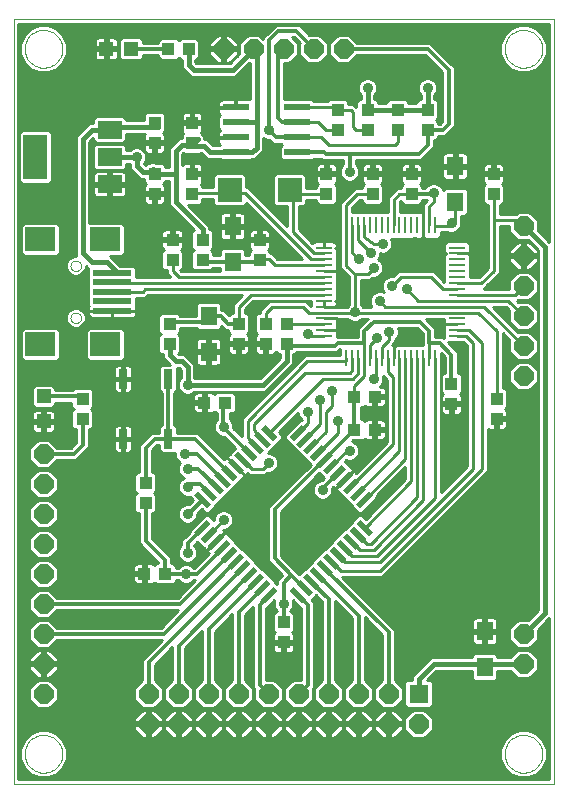
<source format=gtl>
G75*
G70*
%OFA0B0*%
%FSLAX24Y24*%
%IPPOS*%
%LPD*%
%AMOC8*
5,1,8,0,0,1.08239X$1,22.5*
%
%ADD10C,0.0000*%
%ADD11R,0.0394X0.0433*%
%ADD12R,0.0433X0.0394*%
%ADD13R,0.0551X0.0630*%
%ADD14R,0.0866X0.0236*%
%ADD15R,0.0787X0.0591*%
%ADD16R,0.0787X0.1496*%
%ADD17OC8,0.0640*%
%ADD18R,0.0472X0.0472*%
%ADD19R,0.0800X0.0800*%
%ADD20R,0.0591X0.0197*%
%ADD21R,0.0197X0.0591*%
%ADD22R,0.0640X0.0640*%
%ADD23R,0.0984X0.0787*%
%ADD24R,0.1299X0.0197*%
%ADD25R,0.0106X0.0571*%
%ADD26R,0.0571X0.0106*%
%ADD27R,0.0300X0.0650*%
%ADD28C,0.0100*%
%ADD29C,0.0350*%
%ADD30C,0.0120*%
%ADD31C,0.0160*%
D10*
X000383Y000151D02*
X000383Y025643D01*
X018383Y025643D01*
X018383Y000151D01*
X000383Y000151D01*
X000753Y001151D02*
X000755Y001201D01*
X000761Y001251D01*
X000771Y001300D01*
X000785Y001348D01*
X000802Y001395D01*
X000823Y001440D01*
X000848Y001484D01*
X000876Y001525D01*
X000908Y001564D01*
X000942Y001601D01*
X000979Y001635D01*
X001019Y001665D01*
X001061Y001692D01*
X001105Y001716D01*
X001151Y001737D01*
X001198Y001753D01*
X001246Y001766D01*
X001296Y001775D01*
X001345Y001780D01*
X001396Y001781D01*
X001446Y001778D01*
X001495Y001771D01*
X001544Y001760D01*
X001592Y001745D01*
X001638Y001727D01*
X001683Y001705D01*
X001726Y001679D01*
X001767Y001650D01*
X001806Y001618D01*
X001842Y001583D01*
X001874Y001545D01*
X001904Y001505D01*
X001931Y001462D01*
X001954Y001418D01*
X001973Y001372D01*
X001989Y001324D01*
X002001Y001275D01*
X002009Y001226D01*
X002013Y001176D01*
X002013Y001126D01*
X002009Y001076D01*
X002001Y001027D01*
X001989Y000978D01*
X001973Y000930D01*
X001954Y000884D01*
X001931Y000840D01*
X001904Y000797D01*
X001874Y000757D01*
X001842Y000719D01*
X001806Y000684D01*
X001767Y000652D01*
X001726Y000623D01*
X001683Y000597D01*
X001638Y000575D01*
X001592Y000557D01*
X001544Y000542D01*
X001495Y000531D01*
X001446Y000524D01*
X001396Y000521D01*
X001345Y000522D01*
X001296Y000527D01*
X001246Y000536D01*
X001198Y000549D01*
X001151Y000565D01*
X001105Y000586D01*
X001061Y000610D01*
X001019Y000637D01*
X000979Y000667D01*
X000942Y000701D01*
X000908Y000738D01*
X000876Y000777D01*
X000848Y000818D01*
X000823Y000862D01*
X000802Y000907D01*
X000785Y000954D01*
X000771Y001002D01*
X000761Y001051D01*
X000755Y001101D01*
X000753Y001151D01*
X002281Y015685D02*
X002283Y015711D01*
X002289Y015737D01*
X002299Y015762D01*
X002312Y015785D01*
X002328Y015805D01*
X002348Y015823D01*
X002370Y015838D01*
X002393Y015850D01*
X002419Y015858D01*
X002445Y015862D01*
X002471Y015862D01*
X002497Y015858D01*
X002523Y015850D01*
X002547Y015838D01*
X002568Y015823D01*
X002588Y015805D01*
X002604Y015785D01*
X002617Y015762D01*
X002627Y015737D01*
X002633Y015711D01*
X002635Y015685D01*
X002633Y015659D01*
X002627Y015633D01*
X002617Y015608D01*
X002604Y015585D01*
X002588Y015565D01*
X002568Y015547D01*
X002546Y015532D01*
X002523Y015520D01*
X002497Y015512D01*
X002471Y015508D01*
X002445Y015508D01*
X002419Y015512D01*
X002393Y015520D01*
X002369Y015532D01*
X002348Y015547D01*
X002328Y015565D01*
X002312Y015585D01*
X002299Y015608D01*
X002289Y015633D01*
X002283Y015659D01*
X002281Y015685D01*
X002281Y017417D02*
X002283Y017443D01*
X002289Y017469D01*
X002299Y017494D01*
X002312Y017517D01*
X002328Y017537D01*
X002348Y017555D01*
X002370Y017570D01*
X002393Y017582D01*
X002419Y017590D01*
X002445Y017594D01*
X002471Y017594D01*
X002497Y017590D01*
X002523Y017582D01*
X002547Y017570D01*
X002568Y017555D01*
X002588Y017537D01*
X002604Y017517D01*
X002617Y017494D01*
X002627Y017469D01*
X002633Y017443D01*
X002635Y017417D01*
X002633Y017391D01*
X002627Y017365D01*
X002617Y017340D01*
X002604Y017317D01*
X002588Y017297D01*
X002568Y017279D01*
X002546Y017264D01*
X002523Y017252D01*
X002497Y017244D01*
X002471Y017240D01*
X002445Y017240D01*
X002419Y017244D01*
X002393Y017252D01*
X002369Y017264D01*
X002348Y017279D01*
X002328Y017297D01*
X002312Y017317D01*
X002299Y017340D01*
X002289Y017365D01*
X002283Y017391D01*
X002281Y017417D01*
X000753Y024651D02*
X000755Y024701D01*
X000761Y024751D01*
X000771Y024800D01*
X000785Y024848D01*
X000802Y024895D01*
X000823Y024940D01*
X000848Y024984D01*
X000876Y025025D01*
X000908Y025064D01*
X000942Y025101D01*
X000979Y025135D01*
X001019Y025165D01*
X001061Y025192D01*
X001105Y025216D01*
X001151Y025237D01*
X001198Y025253D01*
X001246Y025266D01*
X001296Y025275D01*
X001345Y025280D01*
X001396Y025281D01*
X001446Y025278D01*
X001495Y025271D01*
X001544Y025260D01*
X001592Y025245D01*
X001638Y025227D01*
X001683Y025205D01*
X001726Y025179D01*
X001767Y025150D01*
X001806Y025118D01*
X001842Y025083D01*
X001874Y025045D01*
X001904Y025005D01*
X001931Y024962D01*
X001954Y024918D01*
X001973Y024872D01*
X001989Y024824D01*
X002001Y024775D01*
X002009Y024726D01*
X002013Y024676D01*
X002013Y024626D01*
X002009Y024576D01*
X002001Y024527D01*
X001989Y024478D01*
X001973Y024430D01*
X001954Y024384D01*
X001931Y024340D01*
X001904Y024297D01*
X001874Y024257D01*
X001842Y024219D01*
X001806Y024184D01*
X001767Y024152D01*
X001726Y024123D01*
X001683Y024097D01*
X001638Y024075D01*
X001592Y024057D01*
X001544Y024042D01*
X001495Y024031D01*
X001446Y024024D01*
X001396Y024021D01*
X001345Y024022D01*
X001296Y024027D01*
X001246Y024036D01*
X001198Y024049D01*
X001151Y024065D01*
X001105Y024086D01*
X001061Y024110D01*
X001019Y024137D01*
X000979Y024167D01*
X000942Y024201D01*
X000908Y024238D01*
X000876Y024277D01*
X000848Y024318D01*
X000823Y024362D01*
X000802Y024407D01*
X000785Y024454D01*
X000771Y024502D01*
X000761Y024551D01*
X000755Y024601D01*
X000753Y024651D01*
X016753Y024651D02*
X016755Y024701D01*
X016761Y024751D01*
X016771Y024800D01*
X016785Y024848D01*
X016802Y024895D01*
X016823Y024940D01*
X016848Y024984D01*
X016876Y025025D01*
X016908Y025064D01*
X016942Y025101D01*
X016979Y025135D01*
X017019Y025165D01*
X017061Y025192D01*
X017105Y025216D01*
X017151Y025237D01*
X017198Y025253D01*
X017246Y025266D01*
X017296Y025275D01*
X017345Y025280D01*
X017396Y025281D01*
X017446Y025278D01*
X017495Y025271D01*
X017544Y025260D01*
X017592Y025245D01*
X017638Y025227D01*
X017683Y025205D01*
X017726Y025179D01*
X017767Y025150D01*
X017806Y025118D01*
X017842Y025083D01*
X017874Y025045D01*
X017904Y025005D01*
X017931Y024962D01*
X017954Y024918D01*
X017973Y024872D01*
X017989Y024824D01*
X018001Y024775D01*
X018009Y024726D01*
X018013Y024676D01*
X018013Y024626D01*
X018009Y024576D01*
X018001Y024527D01*
X017989Y024478D01*
X017973Y024430D01*
X017954Y024384D01*
X017931Y024340D01*
X017904Y024297D01*
X017874Y024257D01*
X017842Y024219D01*
X017806Y024184D01*
X017767Y024152D01*
X017726Y024123D01*
X017683Y024097D01*
X017638Y024075D01*
X017592Y024057D01*
X017544Y024042D01*
X017495Y024031D01*
X017446Y024024D01*
X017396Y024021D01*
X017345Y024022D01*
X017296Y024027D01*
X017246Y024036D01*
X017198Y024049D01*
X017151Y024065D01*
X017105Y024086D01*
X017061Y024110D01*
X017019Y024137D01*
X016979Y024167D01*
X016942Y024201D01*
X016908Y024238D01*
X016876Y024277D01*
X016848Y024318D01*
X016823Y024362D01*
X016802Y024407D01*
X016785Y024454D01*
X016771Y024502D01*
X016761Y024551D01*
X016755Y024601D01*
X016753Y024651D01*
X016753Y001151D02*
X016755Y001201D01*
X016761Y001251D01*
X016771Y001300D01*
X016785Y001348D01*
X016802Y001395D01*
X016823Y001440D01*
X016848Y001484D01*
X016876Y001525D01*
X016908Y001564D01*
X016942Y001601D01*
X016979Y001635D01*
X017019Y001665D01*
X017061Y001692D01*
X017105Y001716D01*
X017151Y001737D01*
X017198Y001753D01*
X017246Y001766D01*
X017296Y001775D01*
X017345Y001780D01*
X017396Y001781D01*
X017446Y001778D01*
X017495Y001771D01*
X017544Y001760D01*
X017592Y001745D01*
X017638Y001727D01*
X017683Y001705D01*
X017726Y001679D01*
X017767Y001650D01*
X017806Y001618D01*
X017842Y001583D01*
X017874Y001545D01*
X017904Y001505D01*
X017931Y001462D01*
X017954Y001418D01*
X017973Y001372D01*
X017989Y001324D01*
X018001Y001275D01*
X018009Y001226D01*
X018013Y001176D01*
X018013Y001126D01*
X018009Y001076D01*
X018001Y001027D01*
X017989Y000978D01*
X017973Y000930D01*
X017954Y000884D01*
X017931Y000840D01*
X017904Y000797D01*
X017874Y000757D01*
X017842Y000719D01*
X017806Y000684D01*
X017767Y000652D01*
X017726Y000623D01*
X017683Y000597D01*
X017638Y000575D01*
X017592Y000557D01*
X017544Y000542D01*
X017495Y000531D01*
X017446Y000524D01*
X017396Y000521D01*
X017345Y000522D01*
X017296Y000527D01*
X017246Y000536D01*
X017198Y000549D01*
X017151Y000565D01*
X017105Y000586D01*
X017061Y000610D01*
X017019Y000637D01*
X016979Y000667D01*
X016942Y000701D01*
X016908Y000738D01*
X016876Y000777D01*
X016848Y000818D01*
X016823Y000862D01*
X016802Y000907D01*
X016785Y000954D01*
X016771Y001002D01*
X016761Y001051D01*
X016755Y001101D01*
X016753Y001151D01*
D11*
X009383Y004867D03*
X009383Y005536D03*
X014981Y012817D03*
X014981Y013486D03*
X016483Y012987D03*
X016483Y012318D03*
X016383Y019815D03*
X016383Y020484D03*
X013651Y020486D03*
X013651Y019817D03*
X012351Y019817D03*
X012351Y020486D03*
X010814Y020486D03*
X010814Y019817D03*
X008583Y018286D03*
X008583Y017617D03*
X008783Y015486D03*
X008783Y014817D03*
X007883Y014817D03*
X007883Y015486D03*
X006333Y019817D03*
X006333Y020486D03*
X006331Y021517D03*
X006331Y022186D03*
X005083Y022187D03*
X005083Y021518D03*
X005083Y020487D03*
X005083Y019818D03*
X005548Y024651D03*
X006218Y024651D03*
D12*
X006683Y018286D03*
X006683Y017617D03*
X005683Y017617D03*
X005683Y018286D03*
X005583Y015486D03*
X005583Y014817D03*
X006748Y012851D03*
X007418Y012851D03*
X009483Y014815D03*
X009483Y015484D03*
X011748Y013050D03*
X012418Y013050D03*
X012418Y011951D03*
X011748Y011951D03*
X005418Y007151D03*
X004748Y007151D03*
X004783Y009517D03*
X004783Y010186D03*
X002683Y012317D03*
X002683Y012986D03*
X011183Y021948D03*
X011183Y022617D03*
X012183Y022617D03*
X012183Y021948D03*
X013183Y021948D03*
X013183Y022617D03*
X014183Y022617D03*
X014183Y021948D03*
D13*
X015101Y020742D03*
X015101Y019561D03*
X007683Y018742D03*
X007683Y017561D03*
X006883Y015742D03*
X006883Y014561D03*
X016084Y005242D03*
X016084Y004061D03*
D14*
X009838Y021201D03*
X009838Y021701D03*
X009838Y022201D03*
X009838Y022701D03*
X007791Y022701D03*
X007791Y022201D03*
X007791Y021701D03*
X007791Y021201D03*
D15*
X003592Y021051D03*
X003592Y020146D03*
X003592Y021957D03*
D16*
X001111Y021051D03*
D17*
X007383Y024651D03*
X008383Y024651D03*
X009383Y024651D03*
X010383Y024651D03*
X011383Y024651D03*
X017383Y018751D03*
X017383Y017751D03*
X017383Y016751D03*
X017383Y015751D03*
X017383Y014751D03*
X017383Y013751D03*
X017383Y005151D03*
X017383Y004151D03*
X013883Y002151D03*
X012883Y002151D03*
X012883Y003151D03*
X011883Y003151D03*
X011883Y002151D03*
X010883Y002151D03*
X010883Y003151D03*
X009883Y003151D03*
X009883Y002151D03*
X008883Y002151D03*
X008883Y003151D03*
X007883Y003151D03*
X007883Y002151D03*
X006883Y002151D03*
X006883Y003151D03*
X005883Y003151D03*
X005883Y002151D03*
X004883Y002151D03*
X004883Y003151D03*
X001383Y003151D03*
X001383Y004151D03*
X001383Y005151D03*
X001383Y006151D03*
X001383Y007151D03*
X001383Y008151D03*
X001383Y009151D03*
X001383Y010151D03*
X001383Y011151D03*
D18*
X001383Y012238D03*
X001383Y013065D03*
X003470Y024651D03*
X004296Y024651D03*
D19*
X007583Y019951D03*
X009583Y019951D03*
D20*
G36*
X009579Y011713D02*
X009995Y012129D01*
X010133Y011991D01*
X009717Y011575D01*
X009579Y011713D01*
G37*
G36*
X009802Y011490D02*
X010218Y011906D01*
X010356Y011768D01*
X009940Y011352D01*
X009802Y011490D01*
G37*
G36*
X010025Y011267D02*
X010441Y011683D01*
X010579Y011545D01*
X010163Y011129D01*
X010025Y011267D01*
G37*
G36*
X010247Y011044D02*
X010663Y011460D01*
X010801Y011322D01*
X010385Y010906D01*
X010247Y011044D01*
G37*
G36*
X010470Y010822D02*
X010886Y011238D01*
X011024Y011100D01*
X010608Y010684D01*
X010470Y010822D01*
G37*
G36*
X010693Y010599D02*
X011109Y011015D01*
X011247Y010877D01*
X010831Y010461D01*
X010693Y010599D01*
G37*
G36*
X010915Y010376D02*
X011331Y010792D01*
X011469Y010654D01*
X011053Y010238D01*
X010915Y010376D01*
G37*
G36*
X011138Y010154D02*
X011554Y010570D01*
X011692Y010432D01*
X011276Y010016D01*
X011138Y010154D01*
G37*
G36*
X011361Y009931D02*
X011777Y010347D01*
X011915Y010209D01*
X011499Y009793D01*
X011361Y009931D01*
G37*
G36*
X011584Y009708D02*
X012000Y010124D01*
X012138Y009986D01*
X011722Y009570D01*
X011584Y009708D01*
G37*
G36*
X011806Y009485D02*
X012222Y009901D01*
X012360Y009763D01*
X011944Y009347D01*
X011806Y009485D01*
G37*
G36*
X008633Y006312D02*
X009049Y006728D01*
X009187Y006590D01*
X008771Y006174D01*
X008633Y006312D01*
G37*
G36*
X008410Y006535D02*
X008826Y006951D01*
X008964Y006813D01*
X008548Y006397D01*
X008410Y006535D01*
G37*
G36*
X008187Y006757D02*
X008603Y007173D01*
X008741Y007035D01*
X008325Y006619D01*
X008187Y006757D01*
G37*
G36*
X007965Y006980D02*
X008381Y007396D01*
X008519Y007258D01*
X008103Y006842D01*
X007965Y006980D01*
G37*
G36*
X007742Y007203D02*
X008158Y007619D01*
X008296Y007481D01*
X007880Y007065D01*
X007742Y007203D01*
G37*
G36*
X007519Y007425D02*
X007935Y007841D01*
X008073Y007703D01*
X007657Y007287D01*
X007519Y007425D01*
G37*
G36*
X007296Y007648D02*
X007712Y008064D01*
X007850Y007926D01*
X007434Y007510D01*
X007296Y007648D01*
G37*
G36*
X007074Y007871D02*
X007490Y008287D01*
X007628Y008149D01*
X007212Y007733D01*
X007074Y007871D01*
G37*
G36*
X006851Y008093D02*
X007267Y008509D01*
X007405Y008371D01*
X006989Y007955D01*
X006851Y008093D01*
G37*
G36*
X006628Y008316D02*
X007044Y008732D01*
X007182Y008594D01*
X006766Y008178D01*
X006628Y008316D01*
G37*
G36*
X006406Y008539D02*
X006822Y008955D01*
X006960Y008817D01*
X006544Y008401D01*
X006406Y008539D01*
G37*
D21*
G36*
X006406Y009763D02*
X006544Y009901D01*
X006960Y009485D01*
X006822Y009347D01*
X006406Y009763D01*
G37*
G36*
X006628Y009986D02*
X006766Y010124D01*
X007182Y009708D01*
X007044Y009570D01*
X006628Y009986D01*
G37*
G36*
X006851Y010209D02*
X006989Y010347D01*
X007405Y009931D01*
X007267Y009793D01*
X006851Y010209D01*
G37*
G36*
X007074Y010432D02*
X007212Y010570D01*
X007628Y010154D01*
X007490Y010016D01*
X007074Y010432D01*
G37*
G36*
X007296Y010654D02*
X007434Y010792D01*
X007850Y010376D01*
X007712Y010238D01*
X007296Y010654D01*
G37*
G36*
X007519Y010877D02*
X007657Y011015D01*
X008073Y010599D01*
X007935Y010461D01*
X007519Y010877D01*
G37*
G36*
X007742Y011100D02*
X007880Y011238D01*
X008296Y010822D01*
X008158Y010684D01*
X007742Y011100D01*
G37*
G36*
X007965Y011322D02*
X008103Y011460D01*
X008519Y011044D01*
X008381Y010906D01*
X007965Y011322D01*
G37*
G36*
X008187Y011545D02*
X008325Y011683D01*
X008741Y011267D01*
X008603Y011129D01*
X008187Y011545D01*
G37*
G36*
X008410Y011768D02*
X008548Y011906D01*
X008964Y011490D01*
X008826Y011352D01*
X008410Y011768D01*
G37*
G36*
X008633Y011991D02*
X008771Y012129D01*
X009187Y011713D01*
X009049Y011575D01*
X008633Y011991D01*
G37*
G36*
X011138Y008149D02*
X011276Y008287D01*
X011692Y007871D01*
X011554Y007733D01*
X011138Y008149D01*
G37*
G36*
X010915Y007926D02*
X011053Y008064D01*
X011469Y007648D01*
X011331Y007510D01*
X010915Y007926D01*
G37*
G36*
X010693Y007703D02*
X010831Y007841D01*
X011247Y007425D01*
X011109Y007287D01*
X010693Y007703D01*
G37*
G36*
X010470Y007481D02*
X010608Y007619D01*
X011024Y007203D01*
X010886Y007065D01*
X010470Y007481D01*
G37*
G36*
X010247Y007258D02*
X010385Y007396D01*
X010801Y006980D01*
X010663Y006842D01*
X010247Y007258D01*
G37*
G36*
X010025Y007035D02*
X010163Y007173D01*
X010579Y006757D01*
X010441Y006619D01*
X010025Y007035D01*
G37*
G36*
X009802Y006813D02*
X009940Y006951D01*
X010356Y006535D01*
X010218Y006397D01*
X009802Y006813D01*
G37*
G36*
X009579Y006590D02*
X009717Y006728D01*
X010133Y006312D01*
X009995Y006174D01*
X009579Y006590D01*
G37*
G36*
X011361Y008371D02*
X011499Y008509D01*
X011915Y008093D01*
X011777Y007955D01*
X011361Y008371D01*
G37*
G36*
X011584Y008594D02*
X011722Y008732D01*
X012138Y008316D01*
X012000Y008178D01*
X011584Y008594D01*
G37*
G36*
X011806Y008817D02*
X011944Y008955D01*
X012360Y008539D01*
X012222Y008401D01*
X011806Y008817D01*
G37*
D22*
X013883Y003151D03*
D23*
X003442Y014799D03*
X001277Y014799D03*
X001277Y018303D03*
X003442Y018303D03*
D24*
X003678Y017181D03*
X003678Y016866D03*
X003678Y016551D03*
X003678Y016236D03*
X003678Y015921D03*
D25*
X011475Y014337D03*
X011672Y014337D03*
X011869Y014337D03*
X012066Y014337D03*
X012263Y014337D03*
X012459Y014337D03*
X012656Y014337D03*
X012853Y014337D03*
X013050Y014337D03*
X013247Y014337D03*
X013444Y014337D03*
X013640Y014337D03*
X013837Y014337D03*
X014034Y014337D03*
X014231Y014337D03*
X014428Y014337D03*
X014428Y018766D03*
X014231Y018766D03*
X014034Y018766D03*
X013837Y018766D03*
X013640Y018766D03*
X013444Y018766D03*
X013247Y018766D03*
X013050Y018766D03*
X012853Y018766D03*
X012656Y018766D03*
X012459Y018766D03*
X012263Y018766D03*
X012066Y018766D03*
X011869Y018766D03*
X011672Y018766D03*
X011475Y018766D03*
D26*
X010737Y018028D03*
X010737Y017831D03*
X010737Y017634D03*
X010737Y017437D03*
X010737Y017240D03*
X010737Y017043D03*
X010737Y016846D03*
X010737Y016650D03*
X010737Y016453D03*
X010737Y016256D03*
X010737Y016059D03*
X010737Y015862D03*
X010737Y015665D03*
X010737Y015469D03*
X010737Y015272D03*
X010737Y015075D03*
X015166Y015075D03*
X015166Y015272D03*
X015166Y015469D03*
X015166Y015665D03*
X015166Y015862D03*
X015166Y016059D03*
X015166Y016256D03*
X015166Y016453D03*
X015166Y016650D03*
X015166Y016846D03*
X015166Y017043D03*
X015166Y017240D03*
X015166Y017437D03*
X015166Y017634D03*
X015166Y017831D03*
X015166Y018028D03*
D27*
X005533Y013651D03*
X005533Y011651D03*
X004033Y011651D03*
X004033Y013651D03*
D28*
X004058Y013652D02*
X005233Y013652D01*
X005233Y013750D02*
X004333Y013750D01*
X004333Y013676D02*
X004333Y013996D01*
X004323Y014034D01*
X004303Y014068D01*
X004275Y014096D01*
X004241Y014116D01*
X004203Y014126D01*
X004058Y014126D01*
X004058Y013676D01*
X004333Y013676D01*
X004333Y013626D02*
X004058Y013626D01*
X004058Y013176D01*
X004203Y013176D01*
X004241Y013186D01*
X004275Y013206D01*
X004303Y013234D01*
X004323Y013268D01*
X004333Y013306D01*
X004333Y013626D01*
X004333Y013553D02*
X005233Y013553D01*
X005233Y013455D02*
X004333Y013455D01*
X004333Y013356D02*
X005233Y013356D01*
X005233Y013264D02*
X005321Y013176D01*
X005323Y013176D01*
X005323Y012126D01*
X005321Y012126D01*
X005233Y012038D01*
X005233Y011861D01*
X004996Y011861D01*
X004873Y011738D01*
X004573Y011438D01*
X004573Y011264D01*
X004573Y010533D01*
X004504Y010533D01*
X004416Y010445D01*
X004416Y009927D01*
X004492Y009851D01*
X004416Y009776D01*
X004416Y009258D01*
X004504Y009170D01*
X004573Y009170D01*
X004573Y008338D01*
X004573Y008164D01*
X005208Y007530D01*
X005208Y007498D01*
X005139Y007498D01*
X005083Y007442D01*
X005057Y007468D01*
X005023Y007488D01*
X004985Y007498D01*
X004797Y007498D01*
X004797Y007200D01*
X004700Y007200D01*
X004700Y007498D01*
X004512Y007498D01*
X004474Y007488D01*
X004440Y007468D01*
X004412Y007440D01*
X004392Y007406D01*
X004382Y007368D01*
X004382Y007200D01*
X004700Y007200D01*
X004700Y007103D01*
X004382Y007103D01*
X004382Y006935D01*
X004392Y006896D01*
X004412Y006862D01*
X004440Y006834D01*
X004474Y006815D01*
X004512Y006804D01*
X004700Y006804D01*
X004700Y007102D01*
X004797Y007102D01*
X004797Y006804D01*
X004985Y006804D01*
X005023Y006815D01*
X005057Y006834D01*
X005083Y006860D01*
X005139Y006804D01*
X005696Y006804D01*
X005784Y006892D01*
X005784Y006941D01*
X005883Y006941D01*
X005949Y006876D01*
X006068Y006826D01*
X006198Y006826D01*
X006317Y006876D01*
X006383Y006941D01*
X006431Y006941D01*
X005851Y006361D01*
X001838Y006361D01*
X001578Y006621D01*
X001188Y006621D01*
X000913Y006346D01*
X000913Y005956D01*
X001188Y005681D01*
X001578Y005681D01*
X001838Y005941D01*
X005851Y005941D01*
X005876Y005941D01*
X005296Y005361D01*
X001838Y005361D01*
X001578Y005621D01*
X001188Y005621D01*
X000913Y005346D01*
X000913Y004956D01*
X001188Y004681D01*
X001578Y004681D01*
X001838Y004941D01*
X005296Y004941D01*
X005321Y004941D01*
X004673Y004293D01*
X004673Y004119D01*
X004673Y003606D01*
X004413Y003346D01*
X004413Y002956D01*
X004688Y002681D01*
X005078Y002681D01*
X005353Y002956D01*
X005353Y003346D01*
X005093Y003606D01*
X005093Y004119D01*
X005673Y004699D01*
X005673Y004673D01*
X005673Y003606D01*
X005413Y003346D01*
X005413Y002956D01*
X005688Y002681D01*
X006078Y002681D01*
X006353Y002956D01*
X006353Y003346D01*
X006093Y003606D01*
X006093Y004673D01*
X006673Y005253D01*
X006673Y005228D01*
X006673Y003606D01*
X006413Y003346D01*
X006413Y002956D01*
X006688Y002681D01*
X007078Y002681D01*
X007353Y002956D01*
X007353Y003346D01*
X007093Y003606D01*
X007093Y005228D01*
X007673Y005808D01*
X007673Y005782D01*
X007673Y003606D01*
X007413Y003346D01*
X007413Y002956D01*
X007688Y002681D01*
X008078Y002681D01*
X008353Y002956D01*
X008353Y003346D01*
X008093Y003606D01*
X008093Y005782D01*
X008373Y006063D01*
X008373Y003364D01*
X008413Y003324D01*
X008413Y002956D01*
X008688Y002681D01*
X009078Y002681D01*
X009353Y002956D01*
X009353Y003346D01*
X009078Y003621D01*
X008793Y003621D01*
X008793Y006022D01*
X008833Y006022D01*
X009081Y006270D01*
X009058Y006216D01*
X009058Y006086D01*
X009107Y005967D01*
X009172Y005902D01*
X009124Y005902D01*
X009036Y005814D01*
X009036Y005257D01*
X009092Y005201D01*
X009066Y005175D01*
X009046Y005141D01*
X009036Y005103D01*
X009036Y004915D01*
X009334Y004915D01*
X009334Y004818D01*
X009036Y004818D01*
X009036Y004630D01*
X009046Y004592D01*
X009066Y004558D01*
X009094Y004530D01*
X009128Y004510D01*
X009166Y004500D01*
X009334Y004500D01*
X009334Y004818D01*
X009431Y004818D01*
X009431Y004500D01*
X009600Y004500D01*
X009638Y004510D01*
X009672Y004530D01*
X009700Y004558D01*
X009720Y004592D01*
X009730Y004630D01*
X009730Y004818D01*
X009432Y004818D01*
X009432Y004915D01*
X009730Y004915D01*
X009730Y005103D01*
X009720Y005141D01*
X009700Y005175D01*
X009674Y005201D01*
X009730Y005257D01*
X009730Y005814D01*
X009642Y005902D01*
X009594Y005902D01*
X009658Y005967D01*
X009708Y006086D01*
X009708Y006216D01*
X009685Y006270D01*
X009933Y006022D01*
X009973Y006022D01*
X009973Y003621D01*
X009688Y003621D01*
X009413Y003346D01*
X009413Y002956D01*
X009688Y002681D01*
X010078Y002681D01*
X010353Y002956D01*
X010353Y003324D01*
X010393Y003364D01*
X010393Y006211D01*
X010319Y006284D01*
X010468Y006433D01*
X010673Y006228D01*
X010673Y003606D01*
X010413Y003346D01*
X010413Y002956D01*
X010688Y002681D01*
X011078Y002681D01*
X011353Y002956D01*
X011353Y003346D01*
X011093Y003606D01*
X011093Y006228D01*
X011093Y006253D01*
X011673Y005673D01*
X011673Y003606D01*
X011413Y003346D01*
X011413Y002956D01*
X011688Y002681D01*
X012078Y002681D01*
X012353Y002956D01*
X012353Y003346D01*
X012093Y003606D01*
X012093Y005673D01*
X012093Y005699D01*
X012673Y005119D01*
X012673Y003606D01*
X012413Y003346D01*
X012413Y002956D01*
X012688Y002681D01*
X013078Y002681D01*
X013353Y002956D01*
X013353Y003346D01*
X013093Y003606D01*
X013093Y005119D01*
X013093Y005293D01*
X011334Y007051D01*
X011366Y007051D01*
X012500Y007051D01*
X012666Y007051D01*
X016183Y010568D01*
X016183Y010734D01*
X016183Y011993D01*
X016194Y011981D01*
X016228Y011962D01*
X016266Y011951D01*
X016434Y011951D01*
X016434Y012269D01*
X016531Y012269D01*
X016531Y011951D01*
X016700Y011951D01*
X016738Y011962D01*
X016772Y011981D01*
X016800Y012009D01*
X016820Y012044D01*
X016830Y012082D01*
X016830Y012270D01*
X016532Y012270D01*
X016532Y012366D01*
X016830Y012366D01*
X016830Y012554D01*
X016820Y012592D01*
X016800Y012627D01*
X016774Y012653D01*
X016830Y012709D01*
X016830Y013266D01*
X016742Y013354D01*
X016683Y013354D01*
X016683Y015168D01*
X016683Y015168D01*
X016913Y014938D01*
X016913Y014556D01*
X017188Y014281D01*
X017578Y014281D01*
X017853Y014556D01*
X017853Y014946D01*
X017578Y015221D01*
X017196Y015221D01*
X016361Y016056D01*
X016795Y016056D01*
X016913Y015938D01*
X016913Y015556D01*
X017188Y015281D01*
X017578Y015281D01*
X017853Y015556D01*
X017853Y015946D01*
X017578Y016221D01*
X017196Y016221D01*
X017164Y016253D01*
X017167Y016253D01*
X017196Y016281D01*
X017578Y016281D01*
X017853Y016556D01*
X017853Y016946D01*
X017578Y017221D01*
X017188Y017221D01*
X016913Y016946D01*
X016913Y016653D01*
X016067Y016653D01*
X016178Y016764D01*
X016466Y017051D01*
X016583Y017168D01*
X016583Y018751D01*
X016913Y018751D01*
X016913Y018556D01*
X017188Y018281D01*
X017528Y018281D01*
X017853Y017956D01*
X017853Y005946D01*
X017528Y005621D01*
X017188Y005621D01*
X016913Y005346D01*
X016913Y004956D01*
X017188Y004681D01*
X017578Y004681D01*
X017853Y004956D01*
X017853Y005296D01*
X018178Y005621D01*
X018233Y005676D01*
X018233Y000301D01*
X000533Y000301D01*
X000533Y025493D01*
X018233Y025493D01*
X018233Y018226D01*
X017853Y018606D01*
X017853Y018946D01*
X017578Y019221D01*
X017188Y019221D01*
X017118Y019151D01*
X016583Y019151D01*
X016583Y019449D01*
X016642Y019449D01*
X016730Y019536D01*
X016730Y020094D01*
X016674Y020150D01*
X016700Y020176D01*
X016720Y020210D01*
X016730Y020248D01*
X016730Y020436D01*
X016432Y020436D01*
X016432Y020533D01*
X016730Y020533D01*
X016730Y020721D01*
X016720Y020759D01*
X016700Y020793D01*
X016672Y020821D01*
X016638Y020841D01*
X016600Y020851D01*
X016431Y020851D01*
X016431Y020533D01*
X016334Y020533D01*
X016334Y020436D01*
X016036Y020436D01*
X016036Y020248D01*
X016046Y020210D01*
X016066Y020176D01*
X016092Y020150D01*
X016036Y020094D01*
X016036Y019536D01*
X016124Y019449D01*
X016183Y019449D01*
X016183Y019034D01*
X016183Y018868D01*
X016183Y017334D01*
X015895Y017046D01*
X015601Y017046D01*
X015601Y017125D01*
X015601Y017322D01*
X015601Y017519D01*
X015601Y017749D01*
X015600Y017751D01*
X015601Y017758D01*
X015601Y017830D01*
X015520Y017830D01*
X015520Y017831D01*
X015601Y017831D01*
X015601Y017904D01*
X015600Y017910D01*
X015601Y017912D01*
X015601Y018143D01*
X015514Y018231D01*
X014818Y018231D01*
X014731Y018143D01*
X014731Y017912D01*
X014732Y017910D01*
X014731Y017904D01*
X014731Y017831D01*
X014812Y017831D01*
X014812Y017831D01*
X014812Y017830D01*
X014731Y017830D01*
X014731Y017758D01*
X014732Y017751D01*
X014731Y017749D01*
X014731Y017519D01*
X014731Y017322D01*
X014731Y017125D01*
X014731Y016928D01*
X014731Y016886D01*
X014483Y017134D01*
X014366Y017251D01*
X013366Y017251D01*
X013200Y017251D01*
X013025Y017076D01*
X012918Y017076D01*
X012799Y017027D01*
X012707Y016935D01*
X012658Y016816D01*
X012658Y016686D01*
X012707Y016567D01*
X012734Y016540D01*
X012648Y016576D01*
X012518Y016576D01*
X012399Y016527D01*
X012307Y016435D01*
X012258Y016316D01*
X012258Y016186D01*
X012307Y016067D01*
X012312Y016062D01*
X012032Y016062D01*
X011951Y016142D01*
X011951Y016951D01*
X012100Y016951D01*
X012266Y016951D01*
X012341Y017026D01*
X012448Y017026D01*
X012567Y017076D01*
X012658Y017167D01*
X012708Y017286D01*
X012708Y017416D01*
X012658Y017535D01*
X012567Y017627D01*
X012532Y017641D01*
X012558Y017667D01*
X012608Y017786D01*
X012608Y017831D01*
X012618Y017826D01*
X012748Y017826D01*
X012867Y017876D01*
X012958Y017967D01*
X013008Y018086D01*
X014731Y018086D01*
X014731Y017988D02*
X012967Y017988D01*
X013008Y018086D02*
X013008Y018216D01*
X012961Y018330D01*
X013131Y018330D01*
X013328Y018330D01*
X013525Y018330D01*
X013722Y018330D01*
X013953Y018330D01*
X013954Y018332D01*
X013961Y018330D01*
X014034Y018330D01*
X014034Y018412D01*
X014034Y018412D01*
X014034Y018412D01*
X014034Y018330D01*
X014107Y018330D01*
X014114Y018332D01*
X014116Y018330D01*
X014313Y018330D01*
X014543Y018330D01*
X014631Y018418D01*
X014631Y018556D01*
X014847Y018556D01*
X014918Y018526D01*
X015048Y018526D01*
X015167Y018576D01*
X015258Y018667D01*
X015308Y018786D01*
X015308Y018916D01*
X015283Y018976D01*
X015283Y019034D01*
X015283Y019096D01*
X015439Y019096D01*
X015527Y019184D01*
X015527Y019938D01*
X015439Y020026D01*
X014764Y020026D01*
X014692Y019954D01*
X014658Y020035D01*
X014567Y020127D01*
X014448Y020176D01*
X014318Y020176D01*
X014199Y020127D01*
X014107Y020035D01*
X014104Y020026D01*
X013998Y020026D01*
X013998Y020095D01*
X013942Y020151D01*
X013968Y020177D01*
X013988Y020211D01*
X013998Y020250D01*
X013998Y020437D01*
X013700Y020437D01*
X013700Y020534D01*
X013998Y020534D01*
X013998Y020722D01*
X013988Y020760D01*
X013968Y020794D01*
X013940Y020822D01*
X013906Y020842D01*
X013868Y020852D01*
X013700Y020852D01*
X013700Y020534D01*
X013603Y020534D01*
X013603Y020437D01*
X013305Y020437D01*
X013305Y020250D01*
X013315Y020211D01*
X013335Y020177D01*
X013361Y020151D01*
X013305Y020095D01*
X013305Y020016D01*
X013165Y020016D01*
X012850Y019701D01*
X012850Y019535D01*
X012850Y019201D01*
X012738Y019201D01*
X012541Y019201D01*
X012344Y019201D01*
X012147Y019201D01*
X011950Y019201D01*
X011754Y019201D01*
X011675Y019201D01*
X011675Y019360D01*
X011931Y019617D01*
X012005Y019617D01*
X012005Y019538D01*
X012092Y019450D01*
X012610Y019450D01*
X012698Y019538D01*
X012698Y020095D01*
X012642Y020151D01*
X012668Y020177D01*
X012688Y020211D01*
X012698Y020250D01*
X012698Y020437D01*
X012400Y020437D01*
X012400Y020534D01*
X012698Y020534D01*
X012698Y020722D01*
X012688Y020760D01*
X012668Y020794D01*
X012640Y020822D01*
X012606Y020842D01*
X012568Y020852D01*
X012400Y020852D01*
X012400Y020534D01*
X012303Y020534D01*
X012303Y020437D01*
X012005Y020437D01*
X012005Y020250D01*
X012015Y020211D01*
X012035Y020177D01*
X012061Y020151D01*
X012005Y020095D01*
X012005Y020016D01*
X011931Y020016D01*
X011765Y020016D01*
X011275Y019526D01*
X011275Y019360D01*
X011275Y019116D01*
X011272Y019113D01*
X011272Y018418D01*
X011275Y018415D01*
X011275Y017510D01*
X011275Y017345D01*
X011551Y017068D01*
X011551Y016129D01*
X011484Y016062D01*
X011172Y016062D01*
X011172Y016132D01*
X011165Y016157D01*
X011172Y016183D01*
X011172Y016256D01*
X011172Y016329D01*
X011170Y016336D01*
X011172Y016337D01*
X011172Y016534D01*
X011172Y016731D01*
X011172Y016928D01*
X011172Y017159D01*
X011170Y017160D01*
X011172Y017167D01*
X011172Y017240D01*
X011091Y017240D01*
X011091Y017240D01*
X011091Y017240D01*
X011172Y017240D01*
X011172Y017313D01*
X011170Y017320D01*
X011172Y017322D01*
X011172Y017519D01*
X011172Y017715D01*
X011172Y017946D01*
X011170Y017948D01*
X011172Y017955D01*
X011172Y018027D01*
X011091Y018027D01*
X011091Y018028D01*
X011172Y018028D01*
X011172Y018100D01*
X011162Y018139D01*
X011142Y018173D01*
X011114Y018201D01*
X011080Y018220D01*
X011042Y018231D01*
X010737Y018231D01*
X010737Y018034D01*
X010737Y018034D01*
X010737Y018231D01*
X010432Y018231D01*
X010394Y018220D01*
X010359Y018201D01*
X010338Y018179D01*
X009883Y018634D01*
X009883Y019401D01*
X010045Y019401D01*
X010133Y019489D01*
X010133Y019617D01*
X010468Y019617D01*
X010468Y019538D01*
X010555Y019450D01*
X011073Y019450D01*
X011161Y019538D01*
X011161Y020095D01*
X011105Y020151D01*
X011131Y020177D01*
X011151Y020211D01*
X011161Y020250D01*
X011161Y020437D01*
X010863Y020437D01*
X010863Y020534D01*
X011161Y020534D01*
X011161Y020722D01*
X011151Y020760D01*
X011131Y020794D01*
X011103Y020822D01*
X011069Y020842D01*
X011031Y020852D01*
X010863Y020852D01*
X010863Y020534D01*
X010766Y020534D01*
X010766Y020437D01*
X010468Y020437D01*
X010468Y020250D01*
X010478Y020211D01*
X010498Y020177D01*
X010524Y020151D01*
X010468Y020095D01*
X010468Y020016D01*
X010133Y020016D01*
X010133Y020413D01*
X010045Y020501D01*
X009121Y020501D01*
X009033Y020413D01*
X009033Y019489D01*
X009121Y019401D01*
X009483Y019401D01*
X009483Y018734D01*
X008283Y019934D01*
X008166Y020051D01*
X008133Y020051D01*
X008133Y020413D01*
X008045Y020501D01*
X007121Y020501D01*
X007033Y020413D01*
X007033Y020051D01*
X006680Y020051D01*
X006680Y020095D01*
X006624Y020151D01*
X006650Y020177D01*
X006670Y020211D01*
X006680Y020250D01*
X006680Y020437D01*
X006382Y020437D01*
X006382Y020534D01*
X006680Y020534D01*
X006680Y020722D01*
X006670Y020760D01*
X006650Y020794D01*
X006622Y020822D01*
X006588Y020842D01*
X006550Y020852D01*
X006381Y020852D01*
X006381Y020534D01*
X006284Y020534D01*
X006284Y020852D01*
X006116Y020852D01*
X006078Y020842D01*
X006044Y020822D01*
X006016Y020794D01*
X006013Y020789D01*
X006013Y021156D01*
X006040Y021183D01*
X006072Y021150D01*
X006590Y021150D01*
X006612Y021171D01*
X006638Y021171D01*
X006703Y021106D01*
X006838Y020971D01*
X007258Y020971D01*
X007296Y020933D01*
X008286Y020933D01*
X008324Y020971D01*
X008428Y020971D01*
X008713Y021256D01*
X008713Y021446D01*
X008713Y021670D01*
X008818Y021626D01*
X008911Y021626D01*
X009046Y021491D01*
X009220Y021491D01*
X009285Y021491D01*
X009325Y021451D01*
X009255Y021381D01*
X009255Y021021D01*
X009343Y020933D01*
X010333Y020933D01*
X010391Y020991D01*
X010646Y020991D01*
X010696Y020941D01*
X011373Y020941D01*
X011373Y020801D01*
X011307Y020735D01*
X011258Y020616D01*
X011258Y020486D01*
X011307Y020367D01*
X011399Y020276D01*
X011518Y020226D01*
X011648Y020226D01*
X011767Y020276D01*
X011858Y020367D01*
X011908Y020486D01*
X011908Y020616D01*
X011858Y020735D01*
X011793Y020801D01*
X011793Y020941D01*
X013796Y020941D01*
X013970Y020941D01*
X014270Y021241D01*
X014393Y021364D01*
X014393Y021601D01*
X014462Y021601D01*
X014549Y021689D01*
X014549Y021741D01*
X014770Y021741D01*
X014893Y021864D01*
X014970Y021941D01*
X015093Y022064D01*
X015093Y024038D01*
X014970Y024161D01*
X014270Y024861D01*
X014096Y024861D01*
X011838Y024861D01*
X011578Y025121D01*
X011188Y025121D01*
X010913Y024846D01*
X010913Y024456D01*
X011188Y024181D01*
X011578Y024181D01*
X011838Y024441D01*
X014096Y024441D01*
X014673Y023864D01*
X014673Y022238D01*
X014596Y022161D01*
X014549Y022161D01*
X014549Y022207D01*
X014474Y022283D01*
X014549Y022358D01*
X014549Y022876D01*
X014462Y022964D01*
X014413Y022964D01*
X014413Y023122D01*
X014458Y023167D01*
X014508Y023286D01*
X014508Y023416D01*
X014458Y023535D01*
X014367Y023627D01*
X014248Y023676D01*
X014118Y023676D01*
X013999Y023627D01*
X013907Y023535D01*
X013858Y023416D01*
X013858Y023286D01*
X013907Y023167D01*
X013953Y023122D01*
X013953Y022964D01*
X013904Y022964D01*
X013816Y022876D01*
X013816Y022847D01*
X013549Y022847D01*
X013549Y022876D01*
X013462Y022964D01*
X012904Y022964D01*
X012816Y022876D01*
X012816Y022847D01*
X012549Y022847D01*
X012549Y022876D01*
X012462Y022964D01*
X012413Y022964D01*
X012413Y023122D01*
X012458Y023167D01*
X012508Y023286D01*
X012508Y023416D01*
X012458Y023535D01*
X012367Y023627D01*
X012248Y023676D01*
X012118Y023676D01*
X011999Y023627D01*
X011907Y023535D01*
X011858Y023416D01*
X011858Y023286D01*
X011907Y023167D01*
X011953Y023122D01*
X011953Y022964D01*
X011904Y022964D01*
X011816Y022876D01*
X011816Y022700D01*
X011766Y022751D01*
X011700Y022817D01*
X011549Y022817D01*
X011549Y022876D01*
X011462Y022964D01*
X010904Y022964D01*
X010841Y022901D01*
X010401Y022901D01*
X010333Y022969D01*
X009393Y022969D01*
X009393Y024181D01*
X009578Y024181D01*
X009853Y024456D01*
X009853Y024846D01*
X009658Y025041D01*
X009726Y025041D01*
X009917Y024850D01*
X009913Y024846D01*
X009913Y024456D01*
X010188Y024181D01*
X010578Y024181D01*
X010853Y024456D01*
X010853Y024846D01*
X010578Y025121D01*
X010240Y025121D01*
X010023Y025338D01*
X010023Y025338D01*
X009900Y025461D01*
X009300Y025461D01*
X009126Y025461D01*
X008826Y025161D01*
X008703Y025038D01*
X008703Y024996D01*
X008578Y025121D01*
X008188Y025121D01*
X007913Y024846D01*
X007913Y024506D01*
X007588Y024181D01*
X006478Y024181D01*
X006448Y024212D01*
X006448Y024285D01*
X006477Y024285D01*
X006564Y024372D01*
X006564Y024930D01*
X006477Y025018D01*
X005959Y025018D01*
X005883Y024942D01*
X005807Y025018D01*
X005289Y025018D01*
X005201Y024930D01*
X005201Y024861D01*
X004683Y024861D01*
X004683Y024950D01*
X004595Y025037D01*
X003998Y025037D01*
X003910Y024950D01*
X003910Y024353D01*
X003998Y024265D01*
X004595Y024265D01*
X004683Y024353D01*
X004683Y024441D01*
X005201Y024441D01*
X005201Y024372D01*
X005289Y024285D01*
X005807Y024285D01*
X005883Y024360D01*
X005959Y024285D01*
X005988Y024285D01*
X005988Y024212D01*
X005988Y024021D01*
X006153Y023856D01*
X006288Y023721D01*
X007588Y023721D01*
X007778Y023721D01*
X008238Y024181D01*
X008253Y024181D01*
X008253Y022967D01*
X008244Y022969D01*
X007800Y022969D01*
X007800Y022710D01*
X007782Y022710D01*
X007782Y022692D01*
X007208Y022692D01*
X007208Y022563D01*
X007218Y022525D01*
X007238Y022491D01*
X007266Y022463D01*
X007281Y022454D01*
X007208Y022381D01*
X007208Y022021D01*
X007281Y021948D01*
X007266Y021939D01*
X007238Y021911D01*
X007218Y021877D01*
X007208Y021839D01*
X007208Y021710D01*
X007782Y021710D01*
X007782Y021692D01*
X007208Y021692D01*
X007208Y021563D01*
X007218Y021525D01*
X007238Y021491D01*
X007266Y021463D01*
X007281Y021454D01*
X007258Y021431D01*
X007028Y021431D01*
X006828Y021631D01*
X006746Y021631D01*
X006759Y021709D01*
X006647Y021863D01*
X006636Y021865D01*
X006648Y021877D01*
X006668Y021911D01*
X006678Y021950D01*
X006678Y022137D01*
X006380Y022137D01*
X006380Y022234D01*
X006678Y022234D01*
X006678Y022422D01*
X007248Y022422D01*
X007221Y022521D02*
X006622Y022521D01*
X006620Y022522D02*
X006586Y022542D01*
X006548Y022552D01*
X006380Y022552D01*
X006380Y022234D01*
X006283Y022234D01*
X006283Y022137D01*
X005985Y022137D01*
X005985Y021950D01*
X005995Y021911D01*
X006015Y021877D01*
X006041Y021851D01*
X005985Y021795D01*
X005985Y021681D01*
X005888Y021681D01*
X005753Y021546D01*
X005553Y021346D01*
X005553Y021156D01*
X005553Y020717D01*
X005430Y020717D01*
X005430Y020766D01*
X005342Y020854D01*
X005142Y020854D01*
X005114Y020881D01*
X004924Y020881D01*
X004897Y020854D01*
X004824Y020854D01*
X004765Y020795D01*
X004725Y020834D01*
X004758Y020867D01*
X004808Y020986D01*
X004808Y021116D01*
X004771Y021204D01*
X004794Y021181D01*
X004828Y021162D01*
X004866Y021151D01*
X005034Y021151D01*
X005034Y021469D01*
X005034Y021470D02*
X004736Y021470D01*
X004736Y021282D01*
X004745Y021249D01*
X004667Y021327D01*
X004548Y021376D01*
X004418Y021376D01*
X004299Y021327D01*
X004253Y021281D01*
X004135Y021281D01*
X004135Y021409D01*
X004047Y021496D01*
X003136Y021496D01*
X003048Y021409D01*
X003048Y020694D01*
X003136Y020606D01*
X004047Y020606D01*
X004135Y020694D01*
X004135Y020821D01*
X004253Y020821D01*
X004253Y020656D01*
X004388Y020521D01*
X004588Y020321D01*
X004736Y020321D01*
X004736Y020209D01*
X004792Y020153D01*
X004766Y020127D01*
X004746Y020092D01*
X004736Y020054D01*
X004736Y019866D01*
X005034Y019866D01*
X005034Y019770D01*
X004736Y019770D01*
X004736Y019582D01*
X004746Y019544D01*
X004766Y019509D01*
X004794Y019481D01*
X004828Y019462D01*
X004866Y019451D01*
X005034Y019451D01*
X005034Y019769D01*
X005131Y019769D01*
X005131Y019451D01*
X005300Y019451D01*
X005338Y019462D01*
X005372Y019481D01*
X005400Y019509D01*
X005420Y019544D01*
X005430Y019582D01*
X005430Y019770D01*
X005132Y019770D01*
X005132Y019866D01*
X005430Y019866D01*
X005430Y020054D01*
X005420Y020092D01*
X005400Y020127D01*
X005374Y020153D01*
X005430Y020209D01*
X005430Y020257D01*
X005553Y020257D01*
X005553Y019456D01*
X005688Y019321D01*
X006390Y018619D01*
X006316Y018545D01*
X006316Y018027D01*
X006392Y017951D01*
X006316Y017876D01*
X006316Y017358D01*
X006404Y017270D01*
X006962Y017270D01*
X007043Y017351D01*
X007257Y017351D01*
X007257Y017243D01*
X005974Y017243D01*
X005947Y017270D01*
X005962Y017270D01*
X006049Y017358D01*
X006049Y017876D01*
X005969Y017956D01*
X005992Y017969D01*
X006020Y017997D01*
X006039Y018031D01*
X006049Y018069D01*
X006049Y018237D01*
X005732Y018237D01*
X005732Y018334D01*
X006049Y018334D01*
X006049Y018502D01*
X006039Y018541D01*
X006020Y018575D01*
X005992Y018603D01*
X005957Y018622D01*
X005919Y018633D01*
X005731Y018633D01*
X005731Y018334D01*
X005634Y018334D01*
X005634Y018237D01*
X005316Y018237D01*
X005316Y018069D01*
X005327Y018031D01*
X005346Y017997D01*
X005374Y017969D01*
X005397Y017956D01*
X005316Y017876D01*
X005316Y017358D01*
X005404Y017270D01*
X005483Y017270D01*
X005483Y017168D01*
X005600Y017051D01*
X005605Y017046D01*
X004478Y017046D01*
X004478Y017342D01*
X004390Y017429D01*
X003930Y017429D01*
X003600Y017759D01*
X003996Y017759D01*
X004084Y017847D01*
X004084Y018759D01*
X003996Y018847D01*
X002913Y018847D01*
X002913Y021556D01*
X003048Y021691D01*
X003048Y021599D01*
X003136Y021511D01*
X004047Y021511D01*
X004135Y021599D01*
X004135Y021821D01*
X004763Y021821D01*
X004746Y021792D01*
X004736Y021754D01*
X004736Y021566D01*
X005034Y021566D01*
X005034Y021470D01*
X005034Y021469D02*
X005131Y021469D01*
X005131Y021151D01*
X005300Y021151D01*
X005338Y021162D01*
X005372Y021181D01*
X005400Y021209D01*
X005420Y021244D01*
X005430Y021282D01*
X005430Y021470D01*
X005132Y021470D01*
X005132Y021566D01*
X005430Y021566D01*
X005430Y021754D01*
X005420Y021792D01*
X005400Y021827D01*
X005374Y021853D01*
X005430Y021909D01*
X005430Y022466D01*
X005342Y022554D01*
X004824Y022554D01*
X004736Y022466D01*
X004736Y022281D01*
X004135Y022281D01*
X004135Y022314D01*
X004047Y022402D01*
X003136Y022402D01*
X003048Y022314D01*
X003048Y022187D01*
X002893Y022187D01*
X002453Y021746D01*
X002453Y021556D01*
X002453Y017756D01*
X002464Y017744D01*
X002393Y017744D01*
X002273Y017695D01*
X002181Y017603D01*
X002131Y017482D01*
X002131Y017352D01*
X002181Y017232D01*
X002273Y017140D01*
X002393Y017090D01*
X002523Y017090D01*
X002643Y017140D01*
X002735Y017232D01*
X002785Y017352D01*
X002785Y017424D01*
X002879Y017330D01*
X002879Y017021D01*
X002879Y016706D01*
X002879Y016397D01*
X002879Y016076D01*
X002887Y016068D01*
X002879Y016039D01*
X002879Y015921D01*
X002879Y015803D01*
X002889Y015765D01*
X002909Y015731D01*
X002937Y015703D01*
X002971Y015683D01*
X003009Y015673D01*
X003678Y015673D01*
X003678Y015921D01*
X002879Y015921D01*
X003678Y015921D01*
X003678Y015921D01*
X003679Y015921D01*
X003679Y015921D01*
X004478Y015921D01*
X004478Y015803D01*
X004468Y015765D01*
X004448Y015731D01*
X004420Y015703D01*
X004386Y015683D01*
X004348Y015673D01*
X003679Y015673D01*
X003679Y015921D01*
X004478Y015921D01*
X004478Y016039D01*
X004470Y016068D01*
X004478Y016076D01*
X004478Y016351D01*
X004766Y016351D01*
X004864Y016450D01*
X007999Y016450D01*
X007800Y016251D01*
X007683Y016134D01*
X007683Y015852D01*
X007624Y015852D01*
X007551Y015780D01*
X007493Y015838D01*
X007370Y015961D01*
X007309Y015961D01*
X007309Y016119D01*
X007221Y016207D01*
X006545Y016207D01*
X006457Y016119D01*
X006457Y015761D01*
X005933Y015761D01*
X005862Y015833D01*
X005304Y015833D01*
X005216Y015745D01*
X005216Y015227D01*
X005292Y015151D01*
X005216Y015076D01*
X005216Y014558D01*
X005304Y014470D01*
X005353Y014470D01*
X005353Y014356D01*
X005553Y014156D01*
X005583Y014126D01*
X005321Y014126D01*
X005233Y014038D01*
X005233Y013264D01*
X005240Y013257D02*
X004316Y013257D01*
X004058Y013257D02*
X004008Y013257D01*
X004008Y013176D02*
X003863Y013176D01*
X003825Y013186D01*
X003791Y013206D01*
X003763Y013234D01*
X003743Y013268D01*
X003733Y013306D01*
X003733Y013626D01*
X004008Y013626D01*
X004058Y013626D01*
X004058Y013676D01*
X004008Y013676D01*
X004008Y013626D01*
X004008Y013176D01*
X004008Y013356D02*
X004058Y013356D01*
X004058Y013455D02*
X004008Y013455D01*
X004008Y013553D02*
X004058Y013553D01*
X004008Y013652D02*
X000533Y013652D01*
X000533Y013750D02*
X003733Y013750D01*
X003733Y013676D02*
X004008Y013676D01*
X004008Y014126D01*
X003863Y014126D01*
X003825Y014116D01*
X003791Y014096D01*
X003763Y014068D01*
X003743Y014034D01*
X003733Y013996D01*
X003733Y013676D01*
X003733Y013553D02*
X000533Y013553D01*
X000533Y013455D02*
X003733Y013455D01*
X003733Y013356D02*
X001769Y013356D01*
X001769Y013363D02*
X001681Y013451D01*
X001085Y013451D01*
X000997Y013363D01*
X000997Y012766D01*
X001085Y012678D01*
X001681Y012678D01*
X001769Y012766D01*
X001769Y012855D01*
X002316Y012855D01*
X002316Y012727D01*
X002392Y012651D01*
X002316Y012576D01*
X002316Y012058D01*
X002404Y011970D01*
X002473Y011970D01*
X002473Y011538D01*
X002296Y011361D01*
X001838Y011361D01*
X001578Y011621D01*
X001188Y011621D01*
X000913Y011346D01*
X000913Y010956D01*
X001188Y010681D01*
X001578Y010681D01*
X001838Y010941D01*
X002296Y010941D01*
X002470Y010941D01*
X002893Y011364D01*
X002893Y011538D01*
X002893Y011970D01*
X002962Y011970D01*
X003049Y012058D01*
X003049Y012576D01*
X002974Y012651D01*
X003049Y012727D01*
X003049Y013245D01*
X002962Y013333D01*
X002404Y013333D01*
X002346Y013275D01*
X001769Y013275D01*
X001769Y013363D01*
X001768Y012765D02*
X002316Y012765D01*
X002377Y012666D02*
X000533Y012666D01*
X000533Y012568D02*
X001028Y012568D01*
X001027Y012566D02*
X001007Y012532D01*
X000997Y012494D01*
X000997Y012288D01*
X001333Y012288D01*
X001333Y012624D01*
X001127Y012624D01*
X001089Y012614D01*
X001055Y012594D01*
X001027Y012566D01*
X000997Y012469D02*
X000533Y012469D01*
X000533Y012371D02*
X000997Y012371D01*
X000997Y012188D02*
X000997Y011982D01*
X001007Y011944D01*
X001027Y011909D01*
X001055Y011882D01*
X001089Y011862D01*
X001127Y011852D01*
X001333Y011852D01*
X001333Y012188D01*
X000997Y012188D01*
X000997Y012173D02*
X000533Y012173D01*
X000533Y012075D02*
X000997Y012075D01*
X000998Y011976D02*
X000533Y011976D01*
X000533Y011878D02*
X001061Y011878D01*
X001333Y011878D02*
X001433Y011878D01*
X001433Y011852D02*
X001639Y011852D01*
X001677Y011862D01*
X001711Y011882D01*
X001739Y011909D01*
X001759Y011944D01*
X001769Y011982D01*
X001769Y012188D01*
X001433Y012188D01*
X001433Y012288D01*
X001333Y012288D01*
X001333Y012188D01*
X001433Y012188D01*
X001433Y011852D01*
X001433Y011976D02*
X001333Y011976D01*
X001333Y012075D02*
X001433Y012075D01*
X001433Y012173D02*
X001333Y012173D01*
X001333Y012272D02*
X000533Y012272D01*
X000533Y011779D02*
X002473Y011779D01*
X002473Y011681D02*
X000533Y011681D01*
X000533Y011582D02*
X001149Y011582D01*
X001051Y011484D02*
X000533Y011484D01*
X000533Y011385D02*
X000952Y011385D01*
X000913Y011287D02*
X000533Y011287D01*
X000533Y011188D02*
X000913Y011188D01*
X000913Y011089D02*
X000533Y011089D01*
X000533Y010991D02*
X000913Y010991D01*
X000977Y010892D02*
X000533Y010892D01*
X000533Y010794D02*
X001076Y010794D01*
X001174Y010695D02*
X000533Y010695D01*
X000533Y010597D02*
X001164Y010597D01*
X001188Y010621D02*
X000913Y010346D01*
X000913Y009956D01*
X001188Y009681D01*
X001578Y009681D01*
X001853Y009956D01*
X001853Y010346D01*
X001578Y010621D01*
X001188Y010621D01*
X001065Y010498D02*
X000533Y010498D01*
X000533Y010400D02*
X000967Y010400D01*
X000913Y010301D02*
X000533Y010301D01*
X000533Y010203D02*
X000913Y010203D01*
X000913Y010104D02*
X000533Y010104D01*
X000533Y010006D02*
X000913Y010006D01*
X000963Y009907D02*
X000533Y009907D01*
X000533Y009808D02*
X001061Y009808D01*
X001160Y009710D02*
X000533Y009710D01*
X000533Y009611D02*
X001179Y009611D01*
X001188Y009621D02*
X000913Y009346D01*
X000913Y008956D01*
X001188Y008681D01*
X001578Y008681D01*
X001853Y008956D01*
X001853Y009346D01*
X001578Y009621D01*
X001188Y009621D01*
X001080Y009513D02*
X000533Y009513D01*
X000533Y009414D02*
X000981Y009414D01*
X000913Y009316D02*
X000533Y009316D01*
X000533Y009217D02*
X000913Y009217D01*
X000913Y009119D02*
X000533Y009119D01*
X000533Y009020D02*
X000913Y009020D01*
X000948Y008922D02*
X000533Y008922D01*
X000533Y008823D02*
X001046Y008823D01*
X001145Y008724D02*
X000533Y008724D01*
X000533Y008626D02*
X004573Y008626D01*
X004573Y008724D02*
X001621Y008724D01*
X001578Y008621D02*
X001188Y008621D01*
X000913Y008346D01*
X000913Y007956D01*
X001188Y007681D01*
X001578Y007681D01*
X001853Y007956D01*
X001853Y008346D01*
X001578Y008621D01*
X001671Y008527D02*
X004573Y008527D01*
X004573Y008429D02*
X001770Y008429D01*
X001853Y008330D02*
X004573Y008330D01*
X004573Y008232D02*
X001853Y008232D01*
X001853Y008133D02*
X004604Y008133D01*
X004703Y008035D02*
X001853Y008035D01*
X001833Y007936D02*
X004801Y007936D01*
X004900Y007838D02*
X001734Y007838D01*
X001635Y007739D02*
X004998Y007739D01*
X005097Y007640D02*
X000533Y007640D01*
X000533Y007542D02*
X001109Y007542D01*
X001188Y007621D02*
X000913Y007346D01*
X000913Y006956D01*
X001188Y006681D01*
X001578Y006681D01*
X001853Y006956D01*
X001853Y007346D01*
X001578Y007621D01*
X001188Y007621D01*
X001130Y007739D02*
X000533Y007739D01*
X000533Y007838D02*
X001032Y007838D01*
X000933Y007936D02*
X000533Y007936D01*
X000533Y008035D02*
X000913Y008035D01*
X000913Y008133D02*
X000533Y008133D01*
X000533Y008232D02*
X000913Y008232D01*
X000913Y008330D02*
X000533Y008330D01*
X000533Y008429D02*
X000996Y008429D01*
X001095Y008527D02*
X000533Y008527D01*
X000533Y007443D02*
X001011Y007443D01*
X000913Y007345D02*
X000533Y007345D01*
X000533Y007246D02*
X000913Y007246D01*
X000913Y007148D02*
X000533Y007148D01*
X000533Y007049D02*
X000913Y007049D01*
X000919Y006951D02*
X000533Y006951D01*
X000533Y006852D02*
X001017Y006852D01*
X001116Y006754D02*
X000533Y006754D01*
X000533Y006655D02*
X006145Y006655D01*
X006243Y006754D02*
X001650Y006754D01*
X001749Y006852D02*
X004422Y006852D01*
X004382Y006951D02*
X001847Y006951D01*
X001853Y007049D02*
X004382Y007049D01*
X004382Y007246D02*
X001853Y007246D01*
X001853Y007148D02*
X004700Y007148D01*
X004700Y007246D02*
X004797Y007246D01*
X004797Y007345D02*
X004700Y007345D01*
X004700Y007443D02*
X004797Y007443D01*
X004797Y007049D02*
X004700Y007049D01*
X004700Y006951D02*
X004797Y006951D01*
X004797Y006852D02*
X004700Y006852D01*
X005075Y006852D02*
X005091Y006852D01*
X005082Y007443D02*
X005084Y007443D01*
X005195Y007542D02*
X001657Y007542D01*
X001755Y007443D02*
X004415Y007443D01*
X004382Y007345D02*
X001853Y007345D01*
X001642Y006556D02*
X006046Y006556D01*
X005947Y006458D02*
X001741Y006458D01*
X001763Y005867D02*
X005802Y005867D01*
X005703Y005768D02*
X001665Y005768D01*
X001628Y005571D02*
X005506Y005571D01*
X005407Y005473D02*
X001726Y005473D01*
X001825Y005374D02*
X005309Y005374D01*
X005604Y005670D02*
X000533Y005670D01*
X000533Y005768D02*
X001101Y005768D01*
X001003Y005867D02*
X000533Y005867D01*
X000533Y005965D02*
X000913Y005965D01*
X000913Y006064D02*
X000533Y006064D01*
X000533Y006162D02*
X000913Y006162D01*
X000913Y006261D02*
X000533Y006261D01*
X000533Y006359D02*
X000927Y006359D01*
X001025Y006458D02*
X000533Y006458D01*
X000533Y006556D02*
X001124Y006556D01*
X001138Y005571D02*
X000533Y005571D01*
X000533Y005473D02*
X001040Y005473D01*
X000941Y005374D02*
X000533Y005374D01*
X000533Y005275D02*
X000913Y005275D01*
X000913Y005177D02*
X000533Y005177D01*
X000533Y005078D02*
X000913Y005078D01*
X000913Y004980D02*
X000533Y004980D01*
X000533Y004881D02*
X000988Y004881D01*
X001087Y004783D02*
X000533Y004783D01*
X000533Y004684D02*
X001185Y004684D01*
X001188Y004621D02*
X000913Y004346D01*
X000913Y004201D01*
X001333Y004201D01*
X001333Y004101D01*
X001433Y004101D01*
X001433Y003681D01*
X001578Y003681D01*
X001853Y003956D01*
X001853Y004101D01*
X001433Y004101D01*
X001433Y004201D01*
X001853Y004201D01*
X001853Y004346D01*
X001578Y004621D01*
X001433Y004621D01*
X001433Y004201D01*
X001333Y004201D01*
X001333Y004621D01*
X001188Y004621D01*
X001153Y004586D02*
X000533Y004586D01*
X000533Y004487D02*
X001054Y004487D01*
X000956Y004389D02*
X000533Y004389D01*
X000533Y004290D02*
X000913Y004290D01*
X000913Y004101D02*
X000913Y003956D01*
X001188Y003681D01*
X001333Y003681D01*
X001333Y004101D01*
X000913Y004101D01*
X000913Y004093D02*
X000533Y004093D01*
X000533Y004191D02*
X001333Y004191D01*
X001333Y004093D02*
X001433Y004093D01*
X001433Y004191D02*
X004673Y004191D01*
X004673Y004093D02*
X001853Y004093D01*
X001853Y003994D02*
X004673Y003994D01*
X004673Y003896D02*
X001792Y003896D01*
X001694Y003797D02*
X004673Y003797D01*
X004673Y003699D02*
X001595Y003699D01*
X001578Y003621D02*
X001188Y003621D01*
X000913Y003346D01*
X000913Y002956D01*
X001188Y002681D01*
X001578Y002681D01*
X001853Y002956D01*
X001853Y003346D01*
X001578Y003621D01*
X001599Y003600D02*
X004667Y003600D01*
X004569Y003502D02*
X001697Y003502D01*
X001796Y003403D02*
X004470Y003403D01*
X004413Y003305D02*
X001853Y003305D01*
X001853Y003206D02*
X004413Y003206D01*
X004413Y003107D02*
X001853Y003107D01*
X001853Y003009D02*
X004413Y003009D01*
X004459Y002910D02*
X001807Y002910D01*
X001708Y002812D02*
X004558Y002812D01*
X004656Y002713D02*
X001610Y002713D01*
X001156Y002713D02*
X000533Y002713D01*
X000533Y002615D02*
X004682Y002615D01*
X004688Y002621D02*
X004413Y002346D01*
X004413Y002201D01*
X004833Y002201D01*
X004833Y002101D01*
X004933Y002101D01*
X004933Y001681D01*
X005078Y001681D01*
X005353Y001956D01*
X005353Y002101D01*
X004933Y002101D01*
X004933Y002201D01*
X005353Y002201D01*
X005353Y002346D01*
X005078Y002621D01*
X004933Y002621D01*
X004933Y002201D01*
X004833Y002201D01*
X004833Y002621D01*
X004688Y002621D01*
X004833Y002615D02*
X004933Y002615D01*
X004933Y002516D02*
X004833Y002516D01*
X004833Y002418D02*
X004933Y002418D01*
X004933Y002319D02*
X004833Y002319D01*
X004833Y002221D02*
X004933Y002221D01*
X004933Y002122D02*
X005833Y002122D01*
X005833Y002101D02*
X005413Y002101D01*
X005413Y001956D01*
X005688Y001681D01*
X005833Y001681D01*
X005833Y002101D01*
X005933Y002101D01*
X005933Y001681D01*
X006078Y001681D01*
X006353Y001956D01*
X006353Y002101D01*
X005933Y002101D01*
X005933Y002201D01*
X006353Y002201D01*
X006353Y002346D01*
X006078Y002621D01*
X005933Y002621D01*
X005933Y002201D01*
X005833Y002201D01*
X005833Y002101D01*
X005833Y002024D02*
X005933Y002024D01*
X005933Y002122D02*
X006833Y002122D01*
X006833Y002101D02*
X006413Y002101D01*
X006413Y001956D01*
X006688Y001681D01*
X006833Y001681D01*
X006833Y002101D01*
X006933Y002101D01*
X006933Y001681D01*
X007078Y001681D01*
X007353Y001956D01*
X007353Y002101D01*
X006933Y002101D01*
X006933Y002201D01*
X007353Y002201D01*
X007353Y002346D01*
X007078Y002621D01*
X006933Y002621D01*
X006933Y002201D01*
X006833Y002201D01*
X006833Y002101D01*
X006833Y002024D02*
X006933Y002024D01*
X006933Y002122D02*
X007833Y002122D01*
X007833Y002101D02*
X007413Y002101D01*
X007413Y001956D01*
X007688Y001681D01*
X007833Y001681D01*
X007833Y002101D01*
X007933Y002101D01*
X007933Y001681D01*
X008078Y001681D01*
X008353Y001956D01*
X008353Y002101D01*
X007933Y002101D01*
X007933Y002201D01*
X008353Y002201D01*
X008353Y002346D01*
X008078Y002621D01*
X007933Y002621D01*
X007933Y002201D01*
X007833Y002201D01*
X007833Y002101D01*
X007833Y002024D02*
X007933Y002024D01*
X007933Y002122D02*
X008833Y002122D01*
X008833Y002101D02*
X008413Y002101D01*
X008413Y001956D01*
X008688Y001681D01*
X008833Y001681D01*
X008833Y002101D01*
X008933Y002101D01*
X008933Y001681D01*
X009078Y001681D01*
X009353Y001956D01*
X009353Y002101D01*
X008933Y002101D01*
X008933Y002201D01*
X009353Y002201D01*
X009353Y002346D01*
X009078Y002621D01*
X008933Y002621D01*
X008933Y002201D01*
X008833Y002201D01*
X008833Y002101D01*
X008833Y002024D02*
X008933Y002024D01*
X008933Y002122D02*
X009833Y002122D01*
X009833Y002101D02*
X009413Y002101D01*
X009413Y001956D01*
X009688Y001681D01*
X009833Y001681D01*
X009833Y002101D01*
X009933Y002101D01*
X009933Y001681D01*
X010078Y001681D01*
X010353Y001956D01*
X010353Y002101D01*
X009933Y002101D01*
X009933Y002201D01*
X010353Y002201D01*
X010353Y002346D01*
X010078Y002621D01*
X009933Y002621D01*
X009933Y002201D01*
X009833Y002201D01*
X009833Y002101D01*
X009833Y002024D02*
X009933Y002024D01*
X009933Y002122D02*
X010833Y002122D01*
X010833Y002101D02*
X010413Y002101D01*
X010413Y001956D01*
X010688Y001681D01*
X010833Y001681D01*
X010833Y002101D01*
X010933Y002101D01*
X010933Y001681D01*
X011078Y001681D01*
X011353Y001956D01*
X011353Y002101D01*
X010933Y002101D01*
X010933Y002201D01*
X011353Y002201D01*
X011353Y002346D01*
X011078Y002621D01*
X010933Y002621D01*
X010933Y002201D01*
X010833Y002201D01*
X010833Y002101D01*
X010833Y002024D02*
X010933Y002024D01*
X010933Y002122D02*
X011833Y002122D01*
X011833Y002101D02*
X011413Y002101D01*
X011413Y001956D01*
X011688Y001681D01*
X011833Y001681D01*
X011833Y002101D01*
X011933Y002101D01*
X011933Y001681D01*
X012078Y001681D01*
X012353Y001956D01*
X012353Y002101D01*
X011933Y002101D01*
X011933Y002201D01*
X012353Y002201D01*
X012353Y002346D01*
X012078Y002621D01*
X011933Y002621D01*
X011933Y002201D01*
X011833Y002201D01*
X011833Y002101D01*
X011833Y002024D02*
X011933Y002024D01*
X011933Y002122D02*
X012833Y002122D01*
X012833Y002101D02*
X012413Y002101D01*
X012413Y001956D01*
X012688Y001681D01*
X012833Y001681D01*
X012833Y002101D01*
X012933Y002101D01*
X012933Y001681D01*
X013078Y001681D01*
X013353Y001956D01*
X013353Y002101D01*
X012933Y002101D01*
X012933Y002201D01*
X013353Y002201D01*
X013353Y002346D01*
X013078Y002621D01*
X012933Y002621D01*
X012933Y002201D01*
X012833Y002201D01*
X012833Y002101D01*
X012833Y002024D02*
X012933Y002024D01*
X012933Y002122D02*
X013413Y002122D01*
X013413Y002024D02*
X013353Y002024D01*
X013413Y001956D02*
X013688Y001681D01*
X014078Y001681D01*
X014353Y001956D01*
X014353Y002346D01*
X014078Y002621D01*
X013688Y002621D01*
X013413Y002346D01*
X013413Y001956D01*
X013445Y001925D02*
X013321Y001925D01*
X013223Y001826D02*
X013543Y001826D01*
X013642Y001728D02*
X013124Y001728D01*
X012933Y001728D02*
X012833Y001728D01*
X012833Y001826D02*
X012933Y001826D01*
X012933Y001925D02*
X012833Y001925D01*
X012642Y001728D02*
X012124Y001728D01*
X012223Y001826D02*
X012543Y001826D01*
X012445Y001925D02*
X012321Y001925D01*
X012353Y002024D02*
X012413Y002024D01*
X012413Y002201D02*
X012833Y002201D01*
X012833Y002621D01*
X012688Y002621D01*
X012413Y002346D01*
X012413Y002201D01*
X012413Y002221D02*
X012353Y002221D01*
X012353Y002319D02*
X012413Y002319D01*
X012485Y002418D02*
X012281Y002418D01*
X012183Y002516D02*
X012583Y002516D01*
X012682Y002615D02*
X012084Y002615D01*
X012110Y002713D02*
X012656Y002713D01*
X012558Y002812D02*
X012208Y002812D01*
X012307Y002910D02*
X012459Y002910D01*
X012413Y003009D02*
X012353Y003009D01*
X012353Y003107D02*
X012413Y003107D01*
X012413Y003206D02*
X012353Y003206D01*
X012353Y003305D02*
X012413Y003305D01*
X012470Y003403D02*
X012296Y003403D01*
X012197Y003502D02*
X012569Y003502D01*
X012667Y003600D02*
X012099Y003600D01*
X012093Y003699D02*
X012673Y003699D01*
X012673Y003797D02*
X012093Y003797D01*
X012093Y003896D02*
X012673Y003896D01*
X012673Y003994D02*
X012093Y003994D01*
X012093Y004093D02*
X012673Y004093D01*
X012673Y004191D02*
X012093Y004191D01*
X012093Y004290D02*
X012673Y004290D01*
X012673Y004389D02*
X012093Y004389D01*
X012093Y004487D02*
X012673Y004487D01*
X012673Y004586D02*
X012093Y004586D01*
X012093Y004684D02*
X012673Y004684D01*
X012673Y004783D02*
X012093Y004783D01*
X012093Y004881D02*
X012673Y004881D01*
X012673Y004980D02*
X012093Y004980D01*
X012093Y005078D02*
X012673Y005078D01*
X012615Y005177D02*
X012093Y005177D01*
X012093Y005275D02*
X012516Y005275D01*
X012418Y005374D02*
X012093Y005374D01*
X012093Y005473D02*
X012319Y005473D01*
X012221Y005571D02*
X012093Y005571D01*
X012093Y005670D02*
X012122Y005670D01*
X012420Y005965D02*
X017853Y005965D01*
X017853Y006064D02*
X012322Y006064D01*
X012223Y006162D02*
X017853Y006162D01*
X017853Y006261D02*
X012125Y006261D01*
X012026Y006359D02*
X017853Y006359D01*
X017853Y006458D02*
X011928Y006458D01*
X011829Y006556D02*
X017853Y006556D01*
X017853Y006655D02*
X011731Y006655D01*
X011632Y006754D02*
X017853Y006754D01*
X017853Y006852D02*
X011534Y006852D01*
X011435Y006951D02*
X017853Y006951D01*
X017853Y007049D02*
X011336Y007049D01*
X011283Y007251D02*
X010970Y007564D01*
X011192Y007787D02*
X011428Y007551D01*
X012583Y007551D01*
X015683Y010651D01*
X015683Y014851D01*
X015459Y015075D01*
X015166Y015075D01*
X015166Y015272D02*
X015563Y015272D01*
X015983Y014851D01*
X015983Y010651D01*
X012583Y007251D01*
X011283Y007251D01*
X011674Y007751D02*
X011415Y008010D01*
X011638Y008232D02*
X011919Y007951D01*
X012383Y007951D01*
X014034Y009602D01*
X014034Y014337D01*
X013837Y014337D02*
X013837Y009706D01*
X012283Y008151D01*
X012165Y008151D01*
X011861Y008455D01*
X012083Y008678D02*
X013640Y010235D01*
X013640Y014337D01*
X013444Y014337D02*
X013444Y010985D01*
X012083Y009624D01*
X012225Y009414D02*
X012537Y009414D01*
X012438Y009316D02*
X012126Y009316D01*
X012027Y009217D02*
X012340Y009217D01*
X012241Y009119D02*
X009293Y009119D01*
X009293Y009210D02*
X010581Y010497D01*
X010729Y010349D01*
X010656Y010276D01*
X010618Y010276D01*
X010499Y010227D01*
X010407Y010135D01*
X010358Y010016D01*
X010358Y009886D01*
X010407Y009767D01*
X010499Y009676D01*
X010618Y009626D01*
X010748Y009626D01*
X010867Y009676D01*
X010958Y009767D01*
X011008Y009886D01*
X011008Y010016D01*
X011003Y010029D01*
X011026Y010052D01*
X011100Y009978D01*
X011415Y010292D01*
X011100Y009978D01*
X011184Y009894D01*
X011210Y009879D01*
X011210Y009869D01*
X011432Y009646D01*
X011659Y009419D01*
X011882Y009196D01*
X012006Y009196D01*
X012512Y009701D01*
X012512Y009770D01*
X013440Y010699D01*
X013440Y010318D01*
X012118Y008995D01*
X012006Y009106D01*
X011882Y009106D01*
X011655Y008879D01*
X011432Y008656D01*
X011210Y008434D01*
X010987Y008211D01*
X010764Y007988D01*
X010546Y007770D01*
X010546Y007770D01*
X010319Y007543D01*
X010096Y007320D01*
X009913Y007137D01*
X009729Y007320D01*
X009293Y007756D01*
X009293Y009210D01*
X009301Y009217D02*
X011861Y009217D01*
X011762Y009316D02*
X009399Y009316D01*
X009498Y009414D02*
X011664Y009414D01*
X011565Y009513D02*
X009596Y009513D01*
X009695Y009611D02*
X011467Y009611D01*
X011432Y009646D02*
X011432Y009646D01*
X011368Y009710D02*
X010901Y009710D01*
X010976Y009808D02*
X011270Y009808D01*
X011171Y009907D02*
X011008Y009907D01*
X011008Y010006D02*
X011072Y010006D01*
X011128Y010006D02*
X011128Y010006D01*
X011226Y010104D02*
X011227Y010104D01*
X011325Y010203D02*
X011326Y010203D01*
X011415Y010292D02*
X011415Y010292D01*
X011416Y010293D02*
X011415Y010293D01*
X011730Y010607D01*
X011811Y010526D01*
X012833Y011548D01*
X012833Y013618D01*
X012770Y013681D01*
X012770Y013681D01*
X012688Y013763D01*
X012708Y013716D01*
X012708Y013586D01*
X012658Y013467D01*
X012588Y013396D01*
X012654Y013396D01*
X012692Y013386D01*
X012726Y013367D01*
X012754Y013339D01*
X012774Y013304D01*
X012784Y013266D01*
X012784Y013098D01*
X012466Y013098D01*
X012466Y013001D01*
X012466Y012703D01*
X012654Y012703D01*
X012692Y012713D01*
X012726Y012733D01*
X012754Y012761D01*
X012774Y012795D01*
X012784Y012833D01*
X012784Y013001D01*
X012466Y013001D01*
X012369Y013001D01*
X012369Y012703D01*
X012181Y012703D01*
X012143Y012713D01*
X012109Y012733D01*
X012083Y012759D01*
X012027Y012703D01*
X011958Y012703D01*
X011958Y012298D01*
X012027Y012298D01*
X012083Y012242D01*
X012109Y012268D01*
X012143Y012288D01*
X012181Y012298D01*
X012369Y012298D01*
X012369Y012000D01*
X012466Y012000D01*
X012466Y012298D01*
X012654Y012298D01*
X012692Y012288D01*
X012726Y012268D01*
X012754Y012240D01*
X012774Y012206D01*
X012784Y012168D01*
X012784Y012000D01*
X012466Y012000D01*
X012466Y011903D01*
X012784Y011903D01*
X012784Y011735D01*
X012774Y011696D01*
X012754Y011662D01*
X012726Y011634D01*
X012692Y011615D01*
X012654Y011604D01*
X012466Y011604D01*
X012466Y011902D01*
X012369Y011902D01*
X012369Y011604D01*
X012181Y011604D01*
X012143Y011615D01*
X012109Y011634D01*
X012083Y011660D01*
X012027Y011604D01*
X011688Y011604D01*
X011656Y011573D01*
X011767Y011527D01*
X011858Y011435D01*
X011908Y011316D01*
X011908Y011186D01*
X011858Y011067D01*
X011767Y010976D01*
X011648Y010926D01*
X011518Y010926D01*
X011464Y010949D01*
X011426Y010911D01*
X011621Y010717D01*
X011621Y010706D01*
X011646Y010691D01*
X011730Y010607D01*
X011416Y010293D01*
X011423Y010301D02*
X011424Y010301D01*
X011522Y010400D02*
X011523Y010400D01*
X011621Y010498D02*
X011621Y010498D01*
X011719Y010597D02*
X011720Y010597D01*
X011741Y010597D02*
X011882Y010597D01*
X011981Y010695D02*
X011639Y010695D01*
X011544Y010794D02*
X012079Y010794D01*
X012178Y010892D02*
X011445Y010892D01*
X011483Y011251D02*
X010970Y010738D01*
X010678Y010400D02*
X010483Y010400D01*
X010385Y010301D02*
X010681Y010301D01*
X010475Y010203D02*
X010286Y010203D01*
X010187Y010104D02*
X010395Y010104D01*
X010358Y010006D02*
X010089Y010006D01*
X009990Y009907D02*
X010358Y009907D01*
X010390Y009808D02*
X009892Y009808D01*
X009793Y009710D02*
X010465Y009710D01*
X009889Y010400D02*
X008088Y010400D01*
X008111Y010423D02*
X007796Y010738D01*
X007481Y011053D01*
X007407Y010979D01*
X006525Y011861D01*
X006351Y011861D01*
X005833Y011861D01*
X005833Y012038D01*
X005745Y012126D01*
X005743Y012126D01*
X005743Y013176D01*
X005745Y013176D01*
X005833Y013264D01*
X005833Y014021D01*
X005888Y014021D01*
X005953Y013956D01*
X005953Y013681D01*
X005907Y013635D01*
X005858Y013516D01*
X005858Y013386D01*
X005907Y013267D01*
X005999Y013176D01*
X006118Y013126D01*
X006248Y013126D01*
X006367Y013176D01*
X006413Y013221D01*
X008778Y013221D01*
X008913Y013356D01*
X009005Y013356D01*
X008913Y013356D02*
X009713Y014156D01*
X009713Y014346D01*
X009713Y014468D01*
X009762Y014468D01*
X009835Y014541D01*
X011170Y014541D01*
X011270Y014641D01*
X011272Y014641D01*
X011272Y014446D01*
X010095Y014446D01*
X009978Y014329D01*
X008100Y012451D01*
X007983Y012334D01*
X007983Y011739D01*
X007708Y012014D01*
X007708Y012116D01*
X007658Y012235D01*
X007584Y012310D01*
X007584Y012504D01*
X007696Y012504D01*
X007784Y012592D01*
X007784Y013110D01*
X007696Y013198D01*
X007139Y013198D01*
X007083Y013142D01*
X007057Y013168D01*
X007023Y013188D01*
X006985Y013198D01*
X006797Y013198D01*
X006797Y012900D01*
X006700Y012900D01*
X006700Y013198D01*
X006512Y013198D01*
X006474Y013188D01*
X006440Y013168D01*
X006412Y013140D01*
X006392Y013106D01*
X006382Y013068D01*
X006382Y012900D01*
X006700Y012900D01*
X006700Y012803D01*
X006382Y012803D01*
X006382Y012635D01*
X006392Y012596D01*
X006412Y012562D01*
X006440Y012534D01*
X006474Y012515D01*
X006512Y012504D01*
X006700Y012504D01*
X006700Y012802D01*
X006797Y012802D01*
X006797Y012504D01*
X006985Y012504D01*
X007023Y012515D01*
X007057Y012534D01*
X007083Y012560D01*
X007139Y012504D01*
X007164Y012504D01*
X007164Y012292D01*
X007107Y012235D01*
X007058Y012116D01*
X007058Y011986D01*
X007107Y011867D01*
X007199Y011776D01*
X007318Y011726D01*
X007402Y011726D01*
X007778Y011350D01*
X007590Y011162D01*
X007590Y011151D01*
X007565Y011136D01*
X007481Y011053D01*
X007796Y010738D01*
X007796Y010738D01*
X007797Y010738D01*
X008111Y010423D01*
X008027Y010340D01*
X008002Y010325D01*
X008002Y010314D01*
X007779Y010091D01*
X007556Y009869D01*
X007334Y009646D01*
X007111Y009423D01*
X006884Y009196D01*
X006760Y009196D01*
X006655Y009300D01*
X006508Y009153D01*
X006508Y009086D01*
X006458Y008967D01*
X006367Y008876D01*
X006248Y008826D01*
X006118Y008826D01*
X005999Y008876D01*
X005907Y008967D01*
X005858Y009086D01*
X005858Y009216D01*
X005907Y009335D01*
X005999Y009427D01*
X006118Y009476D01*
X006237Y009476D01*
X006358Y009597D01*
X006254Y009701D01*
X006254Y009729D01*
X006248Y009726D01*
X006118Y009726D01*
X005999Y009776D01*
X005907Y009867D01*
X005858Y009986D01*
X005858Y010116D01*
X005907Y010235D01*
X005999Y010327D01*
X006058Y010351D01*
X005999Y010376D01*
X005907Y010467D01*
X005858Y010586D01*
X005858Y010716D01*
X005907Y010835D01*
X005934Y010861D01*
X005899Y010876D01*
X005807Y010967D01*
X005758Y011086D01*
X005758Y011189D01*
X005745Y011176D01*
X005321Y011176D01*
X005233Y011264D01*
X005233Y011441D01*
X005170Y011441D01*
X004993Y011264D01*
X004993Y010533D01*
X005062Y010533D01*
X005149Y010445D01*
X005149Y009927D01*
X005074Y009851D01*
X005149Y009776D01*
X005149Y009258D01*
X005062Y009170D01*
X004993Y009170D01*
X004993Y008338D01*
X005628Y007704D01*
X005628Y007530D01*
X005628Y007498D01*
X005696Y007498D01*
X005784Y007410D01*
X005784Y007361D01*
X005883Y007361D01*
X005949Y007427D01*
X006068Y007476D01*
X006198Y007476D01*
X006317Y007427D01*
X006383Y007361D01*
X006405Y007361D01*
X006887Y007843D01*
X006813Y007917D01*
X007128Y008232D01*
X007128Y008232D01*
X007127Y008232D01*
X007128Y008232D02*
X006813Y007918D01*
X006730Y008001D01*
X006715Y008027D01*
X006704Y008027D01*
X006516Y008215D01*
X006398Y008096D01*
X006458Y008035D01*
X006508Y007916D01*
X006508Y007786D01*
X006458Y007667D01*
X006367Y007576D01*
X006248Y007526D01*
X006118Y007526D01*
X005999Y007576D01*
X005907Y007667D01*
X005858Y007786D01*
X005858Y007916D01*
X005907Y008035D01*
X005296Y008035D01*
X005198Y008133D02*
X005973Y008133D01*
X005973Y008101D02*
X005907Y008035D01*
X005973Y008101D02*
X005973Y008265D01*
X006096Y008388D01*
X006254Y008546D01*
X006254Y008601D01*
X006760Y009106D01*
X006884Y009106D01*
X007058Y008932D01*
X007058Y009016D01*
X007107Y009135D01*
X007199Y009227D01*
X007318Y009276D01*
X007448Y009276D01*
X007567Y009227D01*
X007658Y009135D01*
X007708Y009016D01*
X007708Y008886D01*
X007658Y008767D01*
X007567Y008676D01*
X007448Y008626D01*
X007364Y008626D01*
X008873Y008626D01*
X008873Y008724D02*
X007616Y008724D01*
X007682Y008823D02*
X008873Y008823D01*
X008873Y008922D02*
X007708Y008922D01*
X007706Y009020D02*
X008873Y009020D01*
X008873Y009119D02*
X007665Y009119D01*
X007577Y009217D02*
X008873Y009217D01*
X008873Y009210D02*
X008873Y007582D01*
X008996Y007459D01*
X009345Y007110D01*
X009296Y007061D01*
X009173Y006938D01*
X009173Y006817D01*
X009111Y006879D01*
X008888Y007102D01*
X008666Y007325D01*
X008443Y007547D01*
X008220Y007770D01*
X008002Y007988D01*
X008002Y007988D01*
X007779Y008211D01*
X007552Y008438D01*
X007541Y008438D01*
X007526Y008464D01*
X007443Y008547D01*
X007128Y008233D01*
X007443Y008547D01*
X007364Y008626D01*
X007423Y008527D02*
X007423Y008527D01*
X007463Y008527D02*
X008873Y008527D01*
X008873Y008429D02*
X007561Y008429D01*
X007660Y008330D02*
X008873Y008330D01*
X008873Y008232D02*
X007758Y008232D01*
X007779Y008211D02*
X007779Y008211D01*
X007857Y008133D02*
X008873Y008133D01*
X008873Y008035D02*
X007956Y008035D01*
X008054Y007936D02*
X008873Y007936D01*
X008873Y007838D02*
X008153Y007838D01*
X008220Y007770D02*
X008220Y007770D01*
X008251Y007739D02*
X008873Y007739D01*
X008873Y007640D02*
X008350Y007640D01*
X008448Y007542D02*
X008914Y007542D01*
X009012Y007443D02*
X008547Y007443D01*
X008645Y007345D02*
X009111Y007345D01*
X009209Y007246D02*
X008744Y007246D01*
X008842Y007148D02*
X009308Y007148D01*
X009284Y007049D02*
X008941Y007049D01*
X009039Y006951D02*
X009186Y006951D01*
X009173Y006852D02*
X009138Y006852D01*
X009071Y006261D02*
X009077Y006261D01*
X009058Y006162D02*
X008973Y006162D01*
X009067Y006064D02*
X008874Y006064D01*
X008793Y005965D02*
X009109Y005965D01*
X009088Y005867D02*
X008793Y005867D01*
X008793Y005768D02*
X009036Y005768D01*
X009036Y005670D02*
X008793Y005670D01*
X008793Y005571D02*
X009036Y005571D01*
X009036Y005473D02*
X008793Y005473D01*
X008793Y005374D02*
X009036Y005374D01*
X009036Y005275D02*
X008793Y005275D01*
X008793Y005177D02*
X009068Y005177D01*
X009036Y005078D02*
X008793Y005078D01*
X008793Y004980D02*
X009036Y004980D01*
X009036Y004783D02*
X008793Y004783D01*
X008793Y004881D02*
X009334Y004881D01*
X009432Y004881D02*
X009973Y004881D01*
X009973Y004783D02*
X009730Y004783D01*
X009730Y004684D02*
X009973Y004684D01*
X009973Y004586D02*
X009716Y004586D01*
X009973Y004487D02*
X008793Y004487D01*
X008793Y004389D02*
X009973Y004389D01*
X009973Y004290D02*
X008793Y004290D01*
X008793Y004191D02*
X009973Y004191D01*
X009973Y004093D02*
X008793Y004093D01*
X008793Y003994D02*
X009973Y003994D01*
X009973Y003896D02*
X008793Y003896D01*
X008793Y003797D02*
X009973Y003797D01*
X009973Y003699D02*
X008793Y003699D01*
X009099Y003600D02*
X009667Y003600D01*
X009569Y003502D02*
X009197Y003502D01*
X009296Y003403D02*
X009470Y003403D01*
X009413Y003305D02*
X009353Y003305D01*
X009353Y003206D02*
X009413Y003206D01*
X009413Y003107D02*
X009353Y003107D01*
X009353Y003009D02*
X009413Y003009D01*
X009459Y002910D02*
X009307Y002910D01*
X009208Y002812D02*
X009558Y002812D01*
X009656Y002713D02*
X009110Y002713D01*
X009084Y002615D02*
X009682Y002615D01*
X009688Y002621D02*
X009413Y002346D01*
X009413Y002201D01*
X009833Y002201D01*
X009833Y002621D01*
X009688Y002621D01*
X009833Y002615D02*
X009933Y002615D01*
X009933Y002516D02*
X009833Y002516D01*
X009833Y002418D02*
X009933Y002418D01*
X009933Y002319D02*
X009833Y002319D01*
X009833Y002221D02*
X009933Y002221D01*
X009933Y001925D02*
X009833Y001925D01*
X009833Y001826D02*
X009933Y001826D01*
X009933Y001728D02*
X009833Y001728D01*
X009642Y001728D02*
X009124Y001728D01*
X009223Y001826D02*
X009543Y001826D01*
X009445Y001925D02*
X009321Y001925D01*
X009353Y002024D02*
X009413Y002024D01*
X009413Y002221D02*
X009353Y002221D01*
X009353Y002319D02*
X009413Y002319D01*
X009485Y002418D02*
X009281Y002418D01*
X009183Y002516D02*
X009583Y002516D01*
X010084Y002615D02*
X010682Y002615D01*
X010688Y002621D02*
X010413Y002346D01*
X010413Y002201D01*
X010833Y002201D01*
X010833Y002621D01*
X010688Y002621D01*
X010656Y002713D02*
X010110Y002713D01*
X010208Y002812D02*
X010558Y002812D01*
X010459Y002910D02*
X010307Y002910D01*
X010353Y003009D02*
X010413Y003009D01*
X010413Y003107D02*
X010353Y003107D01*
X010353Y003206D02*
X010413Y003206D01*
X010413Y003305D02*
X010353Y003305D01*
X010393Y003403D02*
X010470Y003403D01*
X010393Y003502D02*
X010569Y003502D01*
X010667Y003600D02*
X010393Y003600D01*
X010393Y003699D02*
X010673Y003699D01*
X010673Y003797D02*
X010393Y003797D01*
X010393Y003896D02*
X010673Y003896D01*
X010673Y003994D02*
X010393Y003994D01*
X010393Y004093D02*
X010673Y004093D01*
X010673Y004191D02*
X010393Y004191D01*
X010393Y004290D02*
X010673Y004290D01*
X010673Y004389D02*
X010393Y004389D01*
X010393Y004487D02*
X010673Y004487D01*
X010673Y004586D02*
X010393Y004586D01*
X010393Y004684D02*
X010673Y004684D01*
X010673Y004783D02*
X010393Y004783D01*
X010393Y004881D02*
X010673Y004881D01*
X010673Y004980D02*
X010393Y004980D01*
X010393Y005078D02*
X010673Y005078D01*
X010673Y005177D02*
X010393Y005177D01*
X010393Y005275D02*
X010673Y005275D01*
X010673Y005374D02*
X010393Y005374D01*
X010393Y005473D02*
X010673Y005473D01*
X010673Y005571D02*
X010393Y005571D01*
X010393Y005670D02*
X010673Y005670D01*
X010673Y005768D02*
X010393Y005768D01*
X010393Y005867D02*
X010673Y005867D01*
X010673Y005965D02*
X010393Y005965D01*
X010393Y006064D02*
X010673Y006064D01*
X010673Y006162D02*
X010393Y006162D01*
X010343Y006261D02*
X010640Y006261D01*
X010541Y006359D02*
X010394Y006359D01*
X009973Y005965D02*
X009657Y005965D01*
X009678Y005867D02*
X009973Y005867D01*
X009973Y005768D02*
X009730Y005768D01*
X009730Y005670D02*
X009973Y005670D01*
X009973Y005571D02*
X009730Y005571D01*
X009730Y005473D02*
X009973Y005473D01*
X009973Y005374D02*
X009730Y005374D01*
X009730Y005275D02*
X009973Y005275D01*
X009973Y005177D02*
X009698Y005177D01*
X009730Y005078D02*
X009973Y005078D01*
X009973Y004980D02*
X009730Y004980D01*
X009431Y004783D02*
X009334Y004783D01*
X009334Y004684D02*
X009431Y004684D01*
X009431Y004586D02*
X009334Y004586D01*
X009050Y004586D02*
X008793Y004586D01*
X008793Y004684D02*
X009036Y004684D01*
X008373Y004684D02*
X008093Y004684D01*
X008093Y004586D02*
X008373Y004586D01*
X008373Y004487D02*
X008093Y004487D01*
X008093Y004389D02*
X008373Y004389D01*
X008373Y004290D02*
X008093Y004290D01*
X008093Y004191D02*
X008373Y004191D01*
X008373Y004093D02*
X008093Y004093D01*
X008093Y003994D02*
X008373Y003994D01*
X008373Y003896D02*
X008093Y003896D01*
X008093Y003797D02*
X008373Y003797D01*
X008373Y003699D02*
X008093Y003699D01*
X008099Y003600D02*
X008373Y003600D01*
X008373Y003502D02*
X008197Y003502D01*
X008296Y003403D02*
X008373Y003403D01*
X008353Y003305D02*
X008413Y003305D01*
X008413Y003206D02*
X008353Y003206D01*
X008353Y003107D02*
X008413Y003107D01*
X008413Y003009D02*
X008353Y003009D01*
X008307Y002910D02*
X008459Y002910D01*
X008558Y002812D02*
X008208Y002812D01*
X008110Y002713D02*
X008656Y002713D01*
X008688Y002621D02*
X008413Y002346D01*
X008413Y002201D01*
X008833Y002201D01*
X008833Y002621D01*
X008688Y002621D01*
X008682Y002615D02*
X008084Y002615D01*
X008183Y002516D02*
X008583Y002516D01*
X008485Y002418D02*
X008281Y002418D01*
X008353Y002319D02*
X008413Y002319D01*
X008413Y002221D02*
X008353Y002221D01*
X008353Y002024D02*
X008413Y002024D01*
X008445Y001925D02*
X008321Y001925D01*
X008223Y001826D02*
X008543Y001826D01*
X008642Y001728D02*
X008124Y001728D01*
X007933Y001728D02*
X007833Y001728D01*
X007833Y001826D02*
X007933Y001826D01*
X007933Y001925D02*
X007833Y001925D01*
X007642Y001728D02*
X007124Y001728D01*
X007223Y001826D02*
X007543Y001826D01*
X007445Y001925D02*
X007321Y001925D01*
X007353Y002024D02*
X007413Y002024D01*
X007413Y002201D02*
X007833Y002201D01*
X007833Y002621D01*
X007688Y002621D01*
X007413Y002346D01*
X007413Y002201D01*
X007413Y002221D02*
X007353Y002221D01*
X007353Y002319D02*
X007413Y002319D01*
X007485Y002418D02*
X007281Y002418D01*
X007183Y002516D02*
X007583Y002516D01*
X007682Y002615D02*
X007084Y002615D01*
X007110Y002713D02*
X007656Y002713D01*
X007558Y002812D02*
X007208Y002812D01*
X007307Y002910D02*
X007459Y002910D01*
X007413Y003009D02*
X007353Y003009D01*
X007353Y003107D02*
X007413Y003107D01*
X007413Y003206D02*
X007353Y003206D01*
X007353Y003305D02*
X007413Y003305D01*
X007470Y003403D02*
X007296Y003403D01*
X007197Y003502D02*
X007569Y003502D01*
X007667Y003600D02*
X007099Y003600D01*
X007093Y003699D02*
X007673Y003699D01*
X007673Y003797D02*
X007093Y003797D01*
X007093Y003896D02*
X007673Y003896D01*
X007673Y003994D02*
X007093Y003994D01*
X007093Y004093D02*
X007673Y004093D01*
X007673Y004191D02*
X007093Y004191D01*
X007093Y004290D02*
X007673Y004290D01*
X007673Y004389D02*
X007093Y004389D01*
X007093Y004487D02*
X007673Y004487D01*
X007673Y004586D02*
X007093Y004586D01*
X007093Y004684D02*
X007673Y004684D01*
X007673Y004783D02*
X007093Y004783D01*
X007093Y004881D02*
X007673Y004881D01*
X007673Y004980D02*
X007093Y004980D01*
X007093Y005078D02*
X007673Y005078D01*
X007673Y005177D02*
X007093Y005177D01*
X007140Y005275D02*
X007673Y005275D01*
X007673Y005374D02*
X007239Y005374D01*
X007338Y005473D02*
X007673Y005473D01*
X007673Y005571D02*
X007436Y005571D01*
X007535Y005670D02*
X007673Y005670D01*
X007673Y005768D02*
X007633Y005768D01*
X008093Y005768D02*
X008373Y005768D01*
X008373Y005670D02*
X008093Y005670D01*
X008093Y005571D02*
X008373Y005571D01*
X008373Y005473D02*
X008093Y005473D01*
X008093Y005374D02*
X008373Y005374D01*
X008373Y005275D02*
X008093Y005275D01*
X008093Y005177D02*
X008373Y005177D01*
X008373Y005078D02*
X008093Y005078D01*
X008093Y004980D02*
X008373Y004980D01*
X008373Y004881D02*
X008093Y004881D01*
X008093Y004783D02*
X008373Y004783D01*
X008373Y005867D02*
X008177Y005867D01*
X008276Y005965D02*
X008373Y005965D01*
X009606Y007443D02*
X010219Y007443D01*
X010121Y007345D02*
X009705Y007345D01*
X009803Y007246D02*
X010022Y007246D01*
X009924Y007148D02*
X009902Y007148D01*
X009507Y007542D02*
X010318Y007542D01*
X010416Y007640D02*
X009409Y007640D01*
X009310Y007739D02*
X010515Y007739D01*
X010613Y007838D02*
X009293Y007838D01*
X009293Y007936D02*
X010712Y007936D01*
X010764Y007988D02*
X010764Y007988D01*
X010810Y008035D02*
X009293Y008035D01*
X009293Y008133D02*
X010909Y008133D01*
X011007Y008232D02*
X009293Y008232D01*
X009293Y008330D02*
X011106Y008330D01*
X011205Y008429D02*
X009293Y008429D01*
X009293Y008527D02*
X011303Y008527D01*
X011402Y008626D02*
X009293Y008626D01*
X009293Y008724D02*
X011500Y008724D01*
X011599Y008823D02*
X009293Y008823D01*
X009293Y008922D02*
X011697Y008922D01*
X011796Y009020D02*
X009293Y009020D01*
X008904Y009414D02*
X007102Y009414D01*
X007004Y009316D02*
X008873Y009316D01*
X008873Y009384D02*
X008873Y009210D01*
X008873Y009384D02*
X010284Y010794D01*
X010100Y010978D01*
X009878Y011200D01*
X009655Y011423D01*
X009428Y011650D01*
X009428Y011774D01*
X009933Y012280D01*
X009983Y012280D01*
X009983Y012292D01*
X009907Y012367D01*
X009858Y012486D01*
X009858Y012517D01*
X009227Y011886D01*
X009338Y011774D01*
X009338Y011650D01*
X009115Y011427D01*
X008893Y011205D01*
X008864Y011176D01*
X008948Y011176D01*
X009067Y011127D01*
X009158Y011035D01*
X009208Y010916D01*
X009208Y010786D01*
X009158Y010667D01*
X009067Y010576D01*
X008948Y010526D01*
X008841Y010526D01*
X008766Y010451D01*
X008245Y010451D01*
X008192Y010504D01*
X008111Y010423D01*
X008036Y010498D02*
X008036Y010498D01*
X007938Y010597D02*
X007937Y010597D01*
X007839Y010695D02*
X007838Y010695D01*
X007740Y010794D02*
X007740Y010794D01*
X007642Y010892D02*
X007641Y010892D01*
X007543Y010991D02*
X007543Y010991D01*
X007518Y011089D02*
X007296Y011089D01*
X007395Y010991D02*
X007419Y010991D01*
X007617Y011188D02*
X007198Y011188D01*
X007099Y011287D02*
X007715Y011287D01*
X007743Y011385D02*
X007001Y011385D01*
X006902Y011484D02*
X007644Y011484D01*
X007546Y011582D02*
X006803Y011582D01*
X006705Y011681D02*
X007447Y011681D01*
X007746Y011976D02*
X007983Y011976D01*
X007983Y011878D02*
X007844Y011878D01*
X007943Y011779D02*
X007983Y011779D01*
X008183Y011687D02*
X008183Y012251D01*
X010178Y014246D01*
X011465Y014246D01*
X011475Y014337D01*
X011672Y014337D02*
X011672Y013940D01*
X011583Y013851D01*
X010083Y013851D01*
X008383Y012151D01*
X008383Y011933D01*
X008687Y011629D01*
X008464Y011406D02*
X008183Y011687D01*
X007983Y012075D02*
X007708Y012075D01*
X007684Y012173D02*
X007983Y012173D01*
X007983Y012272D02*
X007622Y012272D01*
X007584Y012371D02*
X008020Y012371D01*
X008118Y012469D02*
X007584Y012469D01*
X007760Y012568D02*
X008217Y012568D01*
X008315Y012666D02*
X007784Y012666D01*
X007784Y012765D02*
X008414Y012765D01*
X008512Y012863D02*
X007784Y012863D01*
X007784Y012962D02*
X008611Y012962D01*
X008709Y013060D02*
X007784Y013060D01*
X007735Y013159D02*
X008808Y013159D01*
X008814Y013257D02*
X008906Y013257D01*
X009012Y013455D02*
X009104Y013455D01*
X009110Y013553D02*
X009202Y013553D01*
X009209Y013652D02*
X009301Y013652D01*
X009307Y013750D02*
X009399Y013750D01*
X009406Y013849D02*
X009498Y013849D01*
X009504Y013947D02*
X009596Y013947D01*
X009603Y014046D02*
X009695Y014046D01*
X009701Y014144D02*
X009793Y014144D01*
X009713Y014243D02*
X009892Y014243D01*
X009990Y014341D02*
X009713Y014341D01*
X009713Y014440D02*
X010089Y014440D01*
X009832Y014539D02*
X011272Y014539D01*
X011266Y014637D02*
X011272Y014637D01*
X011270Y015061D02*
X011172Y015061D01*
X011172Y015190D01*
X011170Y015192D01*
X011172Y015199D01*
X011172Y015271D01*
X011091Y015271D01*
X011091Y015272D01*
X011172Y015272D01*
X011351Y015451D01*
X011137Y015665D01*
X010737Y015665D01*
X010737Y015469D02*
X009499Y015469D01*
X009483Y015484D01*
X009066Y016251D02*
X009950Y016251D01*
X010116Y016251D01*
X010301Y016065D01*
X010301Y016132D01*
X010308Y016157D01*
X010301Y016183D01*
X010301Y016253D01*
X008367Y016253D01*
X008083Y015968D01*
X008083Y015852D01*
X008142Y015852D01*
X008230Y015764D01*
X008230Y015207D01*
X008174Y015151D01*
X008200Y015125D01*
X008220Y015091D01*
X008230Y015053D01*
X008230Y014865D01*
X007932Y014865D01*
X007932Y014768D01*
X008230Y014768D01*
X008230Y014580D01*
X008220Y014542D01*
X008200Y014508D01*
X008172Y014480D01*
X008138Y014460D01*
X008100Y014450D01*
X007931Y014450D01*
X007931Y014768D01*
X007834Y014768D01*
X007536Y014768D01*
X007536Y014580D01*
X007546Y014542D01*
X007566Y014508D01*
X007594Y014480D01*
X007628Y014460D01*
X007666Y014450D01*
X007834Y014450D01*
X007834Y014768D01*
X007834Y014865D01*
X007536Y014865D01*
X007536Y015053D01*
X007546Y015091D01*
X007566Y015125D01*
X007592Y015151D01*
X007536Y015207D01*
X007536Y015276D01*
X007461Y015276D01*
X007309Y015429D01*
X007309Y015365D01*
X007221Y015277D01*
X006545Y015277D01*
X006481Y015341D01*
X005949Y015341D01*
X005949Y015227D01*
X005874Y015151D01*
X005949Y015076D01*
X005949Y014558D01*
X005876Y014484D01*
X005878Y014481D01*
X005888Y014481D01*
X006078Y014481D01*
X006278Y014281D01*
X006413Y014146D01*
X006413Y013681D01*
X008588Y013681D01*
X009253Y014346D01*
X009253Y014468D01*
X009204Y014468D01*
X009122Y014551D01*
X009120Y014542D01*
X009100Y014508D01*
X009072Y014480D01*
X009038Y014460D01*
X009000Y014450D01*
X008831Y014450D01*
X008831Y014768D01*
X008734Y014768D01*
X008436Y014768D01*
X008436Y014580D01*
X008446Y014542D01*
X008466Y014508D01*
X008494Y014480D01*
X008528Y014460D01*
X008566Y014450D01*
X008734Y014450D01*
X008734Y014768D01*
X008734Y014865D01*
X008436Y014865D01*
X008436Y015053D01*
X008446Y015091D01*
X008466Y015125D01*
X008492Y015151D01*
X008436Y015207D01*
X008436Y015764D01*
X008524Y015852D01*
X008583Y015852D01*
X008583Y015934D01*
X008700Y016051D01*
X008700Y016051D01*
X008900Y016251D01*
X009066Y016251D01*
X008863Y016214D02*
X008328Y016214D01*
X008230Y016115D02*
X008764Y016115D01*
X008666Y016017D02*
X008131Y016017D01*
X008083Y015918D02*
X008583Y015918D01*
X008491Y015820D02*
X008175Y015820D01*
X008230Y015721D02*
X008436Y015721D01*
X008436Y015622D02*
X008230Y015622D01*
X008230Y015524D02*
X008436Y015524D01*
X008436Y015425D02*
X008230Y015425D01*
X008230Y015327D02*
X008436Y015327D01*
X008436Y015228D02*
X008230Y015228D01*
X008195Y015130D02*
X008471Y015130D01*
X008436Y015031D02*
X008230Y015031D01*
X008230Y014933D02*
X008436Y014933D01*
X008436Y014736D02*
X008230Y014736D01*
X008230Y014637D02*
X008436Y014637D01*
X008448Y014539D02*
X008217Y014539D01*
X007931Y014539D02*
X007834Y014539D01*
X007834Y014637D02*
X007931Y014637D01*
X007931Y014736D02*
X007834Y014736D01*
X007834Y014834D02*
X007309Y014834D01*
X007309Y014895D02*
X007298Y014933D01*
X007279Y014968D01*
X007251Y014996D01*
X007216Y015015D01*
X007178Y015026D01*
X006933Y015026D01*
X006933Y014611D01*
X006833Y014611D01*
X006833Y015026D01*
X006588Y015026D01*
X006549Y015015D01*
X006515Y014996D01*
X006487Y014968D01*
X006468Y014933D01*
X006457Y014895D01*
X006457Y014611D01*
X006833Y014611D01*
X006833Y014511D01*
X006457Y014511D01*
X006457Y014226D01*
X006468Y014188D01*
X006487Y014154D01*
X006515Y014126D01*
X006549Y014106D01*
X006588Y014096D01*
X006833Y014096D01*
X006833Y014510D01*
X006933Y014510D01*
X006933Y014096D01*
X007178Y014096D01*
X007216Y014106D01*
X007251Y014126D01*
X007279Y014154D01*
X007298Y014188D01*
X007309Y014226D01*
X007309Y014511D01*
X006933Y014511D01*
X006933Y014611D01*
X007309Y014611D01*
X007309Y014895D01*
X007299Y014933D02*
X007536Y014933D01*
X007536Y015031D02*
X005949Y015031D01*
X005949Y014933D02*
X006467Y014933D01*
X006457Y014834D02*
X005949Y014834D01*
X005949Y014736D02*
X006457Y014736D01*
X006457Y014637D02*
X005949Y014637D01*
X005930Y014539D02*
X006833Y014539D01*
X006833Y014637D02*
X006933Y014637D01*
X006933Y014539D02*
X007548Y014539D01*
X007536Y014637D02*
X007309Y014637D01*
X007309Y014736D02*
X007536Y014736D01*
X007571Y015130D02*
X005895Y015130D01*
X005949Y015228D02*
X007536Y015228D01*
X007410Y015327D02*
X007271Y015327D01*
X007309Y015425D02*
X007312Y015425D01*
X007512Y015820D02*
X007591Y015820D01*
X007683Y015918D02*
X007413Y015918D01*
X007309Y016017D02*
X007683Y016017D01*
X007683Y016115D02*
X007309Y016115D01*
X007763Y016214D02*
X004478Y016214D01*
X004478Y016312D02*
X007861Y016312D01*
X007960Y016411D02*
X004825Y016411D01*
X004683Y016551D02*
X003678Y016551D01*
X003626Y016846D02*
X003883Y016846D01*
X010737Y016846D01*
X010737Y016650D02*
X004781Y016650D01*
X004683Y016551D01*
X004478Y016115D02*
X006457Y016115D01*
X006457Y016017D02*
X004478Y016017D01*
X004478Y015918D02*
X006457Y015918D01*
X006457Y015820D02*
X005875Y015820D01*
X005949Y015327D02*
X006495Y015327D01*
X006833Y014933D02*
X006933Y014933D01*
X006933Y014834D02*
X006833Y014834D01*
X006833Y014736D02*
X006933Y014736D01*
X006933Y014440D02*
X006833Y014440D01*
X006833Y014341D02*
X006933Y014341D01*
X006933Y014243D02*
X006833Y014243D01*
X006833Y014144D02*
X006933Y014144D01*
X007269Y014144D02*
X009051Y014144D01*
X008952Y014046D02*
X006413Y014046D01*
X006413Y014144D02*
X006497Y014144D01*
X006457Y014243D02*
X006316Y014243D01*
X006218Y014341D02*
X006457Y014341D01*
X006457Y014440D02*
X006119Y014440D01*
X005953Y013947D02*
X005833Y013947D01*
X005833Y013849D02*
X005953Y013849D01*
X005953Y013750D02*
X005833Y013750D01*
X005833Y013652D02*
X005924Y013652D01*
X005873Y013553D02*
X005833Y013553D01*
X005833Y013455D02*
X005858Y013455D01*
X005871Y013356D02*
X005833Y013356D01*
X005826Y013257D02*
X005917Y013257D01*
X006039Y013159D02*
X005743Y013159D01*
X005743Y013060D02*
X006382Y013060D01*
X006382Y012962D02*
X005743Y012962D01*
X005743Y012863D02*
X006700Y012863D01*
X006700Y012765D02*
X006797Y012765D01*
X006797Y012666D02*
X006700Y012666D01*
X006700Y012568D02*
X006797Y012568D01*
X007164Y012469D02*
X005743Y012469D01*
X005743Y012371D02*
X007164Y012371D01*
X007144Y012272D02*
X005743Y012272D01*
X005743Y012173D02*
X007082Y012173D01*
X007058Y012075D02*
X005796Y012075D01*
X005833Y011976D02*
X007062Y011976D01*
X007103Y011878D02*
X005833Y011878D01*
X005743Y012568D02*
X006409Y012568D01*
X006382Y012666D02*
X005743Y012666D01*
X005743Y012765D02*
X006382Y012765D01*
X006700Y012962D02*
X006797Y012962D01*
X006797Y013060D02*
X006700Y013060D01*
X006700Y013159D02*
X006797Y013159D01*
X007066Y013159D02*
X007100Y013159D01*
X006431Y013159D02*
X006327Y013159D01*
X006413Y013750D02*
X008657Y013750D01*
X008755Y013849D02*
X006413Y013849D01*
X006413Y013947D02*
X008854Y013947D01*
X009149Y014243D02*
X007309Y014243D01*
X007309Y014341D02*
X009248Y014341D01*
X009253Y014440D02*
X007309Y014440D01*
X007932Y014834D02*
X008734Y014834D01*
X008734Y014736D02*
X008831Y014736D01*
X008831Y014637D02*
X008734Y014637D01*
X008734Y014539D02*
X008831Y014539D01*
X009117Y014539D02*
X009134Y014539D01*
X009447Y014851D02*
X009483Y014815D01*
X010183Y015151D02*
X010259Y015075D01*
X010737Y015075D01*
X010737Y015272D02*
X011172Y015272D01*
X011172Y015345D01*
X011170Y015351D01*
X011172Y015353D01*
X011172Y015584D01*
X011170Y015586D01*
X011172Y015592D01*
X011172Y015662D01*
X011512Y015662D01*
X011574Y015601D01*
X011693Y015551D01*
X011823Y015551D01*
X011942Y015601D01*
X012004Y015662D01*
X012197Y015662D01*
X012173Y015638D01*
X011979Y015444D01*
X011979Y015444D01*
X011856Y015321D01*
X011856Y015061D01*
X011270Y015061D01*
X011172Y015130D02*
X011856Y015130D01*
X011856Y015228D02*
X011172Y015228D01*
X011091Y015272D02*
X011091Y015272D01*
X011172Y015327D02*
X011862Y015327D01*
X011960Y015425D02*
X011172Y015425D01*
X011172Y015524D02*
X012059Y015524D01*
X011964Y015622D02*
X012157Y015622D01*
X011772Y015862D02*
X011758Y015876D01*
X011751Y015862D02*
X011751Y017151D01*
X012183Y017151D01*
X012383Y017351D01*
X012600Y017593D02*
X014731Y017593D01*
X014731Y017495D02*
X012675Y017495D01*
X012708Y017396D02*
X014731Y017396D01*
X014731Y017298D02*
X012708Y017298D01*
X012672Y017199D02*
X013148Y017199D01*
X013050Y017101D02*
X012592Y017101D01*
X012774Y017002D02*
X012317Y017002D01*
X011951Y016904D02*
X012694Y016904D01*
X012658Y016805D02*
X011951Y016805D01*
X011951Y016706D02*
X012658Y016706D01*
X012691Y016608D02*
X011951Y016608D01*
X011951Y016509D02*
X012382Y016509D01*
X012297Y016411D02*
X011951Y016411D01*
X011951Y016312D02*
X012258Y016312D01*
X012258Y016214D02*
X011951Y016214D01*
X011979Y016115D02*
X012288Y016115D01*
X012583Y016251D02*
X012775Y016059D01*
X015166Y016059D01*
X016075Y016059D01*
X017383Y014751D01*
X016913Y014736D02*
X016683Y014736D01*
X016683Y014834D02*
X016913Y014834D01*
X016913Y014933D02*
X016683Y014933D01*
X016683Y015031D02*
X016820Y015031D01*
X016722Y015130D02*
X016683Y015130D01*
X016992Y015425D02*
X017044Y015425D01*
X017090Y015327D02*
X017143Y015327D01*
X017189Y015228D02*
X017853Y015228D01*
X017853Y015130D02*
X017669Y015130D01*
X017768Y015031D02*
X017853Y015031D01*
X017853Y014933D02*
X017853Y014933D01*
X017853Y014834D02*
X017853Y014834D01*
X017853Y014736D02*
X017853Y014736D01*
X017853Y014637D02*
X017853Y014637D01*
X017853Y014539D02*
X017835Y014539D01*
X017853Y014440D02*
X017736Y014440D01*
X017638Y014341D02*
X017853Y014341D01*
X017853Y014243D02*
X016683Y014243D01*
X016683Y014341D02*
X017128Y014341D01*
X017188Y014221D02*
X016913Y013946D01*
X016913Y013556D01*
X017188Y013281D01*
X017578Y013281D01*
X017853Y013556D01*
X017853Y013946D01*
X017578Y014221D01*
X017188Y014221D01*
X017111Y014144D02*
X016683Y014144D01*
X016683Y014046D02*
X017013Y014046D01*
X016914Y013947D02*
X016683Y013947D01*
X016683Y013849D02*
X016913Y013849D01*
X016913Y013750D02*
X016683Y013750D01*
X016683Y013652D02*
X016913Y013652D01*
X016916Y013553D02*
X016683Y013553D01*
X016683Y013455D02*
X017015Y013455D01*
X017114Y013356D02*
X016683Y013356D01*
X016830Y013257D02*
X017853Y013257D01*
X017853Y013159D02*
X016830Y013159D01*
X016830Y013060D02*
X017853Y013060D01*
X017853Y012962D02*
X016830Y012962D01*
X016830Y012863D02*
X017853Y012863D01*
X017853Y012765D02*
X016830Y012765D01*
X016787Y012666D02*
X017853Y012666D01*
X017853Y012568D02*
X016826Y012568D01*
X016830Y012469D02*
X017853Y012469D01*
X017853Y012371D02*
X016830Y012371D01*
X016830Y012173D02*
X017853Y012173D01*
X017853Y012075D02*
X016828Y012075D01*
X016763Y011976D02*
X017853Y011976D01*
X017853Y011878D02*
X016183Y011878D01*
X016183Y011976D02*
X016203Y011976D01*
X016183Y011779D02*
X017853Y011779D01*
X017853Y011681D02*
X016183Y011681D01*
X016183Y011582D02*
X017853Y011582D01*
X017853Y011484D02*
X016183Y011484D01*
X016183Y011385D02*
X017853Y011385D01*
X017853Y011287D02*
X016183Y011287D01*
X016183Y011188D02*
X017853Y011188D01*
X017853Y011089D02*
X016183Y011089D01*
X016183Y010991D02*
X017853Y010991D01*
X017853Y010892D02*
X016183Y010892D01*
X016183Y010794D02*
X017853Y010794D01*
X017853Y010695D02*
X016183Y010695D01*
X016183Y010597D02*
X017853Y010597D01*
X017853Y010498D02*
X016113Y010498D01*
X016014Y010400D02*
X017853Y010400D01*
X017853Y010301D02*
X015916Y010301D01*
X015817Y010203D02*
X017853Y010203D01*
X017853Y010104D02*
X015719Y010104D01*
X015620Y010006D02*
X017853Y010006D01*
X017853Y009907D02*
X015522Y009907D01*
X015423Y009808D02*
X017853Y009808D01*
X017853Y009710D02*
X015325Y009710D01*
X015226Y009611D02*
X017853Y009611D01*
X017853Y009513D02*
X015127Y009513D01*
X015029Y009414D02*
X017853Y009414D01*
X017853Y009316D02*
X014930Y009316D01*
X014832Y009217D02*
X017853Y009217D01*
X017853Y009119D02*
X014733Y009119D01*
X014635Y009020D02*
X017853Y009020D01*
X017853Y008922D02*
X014536Y008922D01*
X014438Y008823D02*
X017853Y008823D01*
X017853Y008724D02*
X014339Y008724D01*
X014241Y008626D02*
X017853Y008626D01*
X017853Y008527D02*
X014142Y008527D01*
X014043Y008429D02*
X017853Y008429D01*
X017853Y008330D02*
X013945Y008330D01*
X013846Y008232D02*
X017853Y008232D01*
X017853Y008133D02*
X013748Y008133D01*
X013649Y008035D02*
X017853Y008035D01*
X017853Y007936D02*
X013551Y007936D01*
X013452Y007838D02*
X017853Y007838D01*
X017853Y007739D02*
X013354Y007739D01*
X013255Y007640D02*
X017853Y007640D01*
X017853Y007542D02*
X013157Y007542D01*
X013058Y007443D02*
X017853Y007443D01*
X017853Y007345D02*
X012959Y007345D01*
X012861Y007246D02*
X017853Y007246D01*
X017853Y007148D02*
X012762Y007148D01*
X012483Y007751D02*
X011674Y007751D01*
X012092Y009020D02*
X012143Y009020D01*
X012323Y009513D02*
X012635Y009513D01*
X012734Y009611D02*
X012422Y009611D01*
X012512Y009710D02*
X012832Y009710D01*
X012931Y009808D02*
X012550Y009808D01*
X012649Y009907D02*
X013030Y009907D01*
X013128Y010006D02*
X012747Y010006D01*
X012846Y010104D02*
X013227Y010104D01*
X013325Y010203D02*
X012944Y010203D01*
X013043Y010301D02*
X013424Y010301D01*
X013440Y010400D02*
X013141Y010400D01*
X013240Y010498D02*
X013440Y010498D01*
X013440Y010597D02*
X013339Y010597D01*
X013437Y010695D02*
X013440Y010695D01*
X013247Y011233D02*
X013247Y014337D01*
X013050Y014337D02*
X013050Y014718D01*
X013333Y015001D01*
X013180Y015031D02*
X014021Y015031D01*
X014021Y014938D02*
X014021Y015166D01*
X013846Y015341D01*
X013201Y015341D01*
X013228Y015276D01*
X013228Y015146D01*
X013178Y015027D01*
X013103Y014952D01*
X013103Y014868D01*
X013007Y014772D01*
X013050Y014772D01*
X013050Y014691D01*
X013050Y014690D01*
X013050Y014691D01*
X013050Y014772D01*
X013123Y014772D01*
X013130Y014770D01*
X013131Y014772D01*
X013328Y014772D01*
X013525Y014772D01*
X013722Y014772D01*
X013919Y014772D01*
X014021Y014772D01*
X014021Y014938D01*
X014021Y014933D02*
X013103Y014933D01*
X013069Y014834D02*
X014021Y014834D01*
X014231Y014851D02*
X014231Y014337D01*
X014428Y014337D02*
X014428Y009696D01*
X012483Y007751D01*
X011184Y006162D02*
X011093Y006162D01*
X011093Y006064D02*
X011283Y006064D01*
X011381Y005965D02*
X011093Y005965D01*
X011093Y005867D02*
X011480Y005867D01*
X011578Y005768D02*
X011093Y005768D01*
X011093Y005670D02*
X011673Y005670D01*
X011673Y005571D02*
X011093Y005571D01*
X011093Y005473D02*
X011673Y005473D01*
X011673Y005374D02*
X011093Y005374D01*
X011093Y005275D02*
X011673Y005275D01*
X011673Y005177D02*
X011093Y005177D01*
X011093Y005078D02*
X011673Y005078D01*
X011673Y004980D02*
X011093Y004980D01*
X011093Y004881D02*
X011673Y004881D01*
X011673Y004783D02*
X011093Y004783D01*
X011093Y004684D02*
X011673Y004684D01*
X011673Y004586D02*
X011093Y004586D01*
X011093Y004487D02*
X011673Y004487D01*
X011673Y004389D02*
X011093Y004389D01*
X011093Y004290D02*
X011673Y004290D01*
X011673Y004191D02*
X011093Y004191D01*
X011093Y004093D02*
X011673Y004093D01*
X011673Y003994D02*
X011093Y003994D01*
X011093Y003896D02*
X011673Y003896D01*
X011673Y003797D02*
X011093Y003797D01*
X011093Y003699D02*
X011673Y003699D01*
X011667Y003600D02*
X011099Y003600D01*
X011197Y003502D02*
X011569Y003502D01*
X011470Y003403D02*
X011296Y003403D01*
X011353Y003305D02*
X011413Y003305D01*
X011413Y003206D02*
X011353Y003206D01*
X011353Y003107D02*
X011413Y003107D01*
X011413Y003009D02*
X011353Y003009D01*
X011307Y002910D02*
X011459Y002910D01*
X011558Y002812D02*
X011208Y002812D01*
X011110Y002713D02*
X011656Y002713D01*
X011688Y002621D02*
X011413Y002346D01*
X011413Y002201D01*
X011833Y002201D01*
X011833Y002621D01*
X011688Y002621D01*
X011682Y002615D02*
X011084Y002615D01*
X011183Y002516D02*
X011583Y002516D01*
X011485Y002418D02*
X011281Y002418D01*
X011353Y002319D02*
X011413Y002319D01*
X011413Y002221D02*
X011353Y002221D01*
X011353Y002024D02*
X011413Y002024D01*
X011445Y001925D02*
X011321Y001925D01*
X011223Y001826D02*
X011543Y001826D01*
X011642Y001728D02*
X011124Y001728D01*
X010933Y001728D02*
X010833Y001728D01*
X010833Y001826D02*
X010933Y001826D01*
X010933Y001925D02*
X010833Y001925D01*
X010642Y001728D02*
X010124Y001728D01*
X010223Y001826D02*
X010543Y001826D01*
X010445Y001925D02*
X010321Y001925D01*
X010353Y002024D02*
X010413Y002024D01*
X010413Y002221D02*
X010353Y002221D01*
X010353Y002319D02*
X010413Y002319D01*
X010485Y002418D02*
X010281Y002418D01*
X010183Y002516D02*
X010583Y002516D01*
X010833Y002516D02*
X010933Y002516D01*
X010933Y002418D02*
X010833Y002418D01*
X010833Y002319D02*
X010933Y002319D01*
X010933Y002221D02*
X010833Y002221D01*
X010833Y002615D02*
X010933Y002615D01*
X011833Y002615D02*
X011933Y002615D01*
X011933Y002516D02*
X011833Y002516D01*
X011833Y002418D02*
X011933Y002418D01*
X011933Y002319D02*
X011833Y002319D01*
X011833Y002221D02*
X011933Y002221D01*
X011933Y001925D02*
X011833Y001925D01*
X011833Y001826D02*
X011933Y001826D01*
X011933Y001728D02*
X011833Y001728D01*
X012833Y002221D02*
X012933Y002221D01*
X012933Y002319D02*
X012833Y002319D01*
X012833Y002418D02*
X012933Y002418D01*
X012933Y002516D02*
X012833Y002516D01*
X012833Y002615D02*
X012933Y002615D01*
X013084Y002615D02*
X013682Y002615D01*
X013583Y002516D02*
X013183Y002516D01*
X013281Y002418D02*
X013485Y002418D01*
X013413Y002319D02*
X013353Y002319D01*
X013353Y002221D02*
X013413Y002221D01*
X013501Y002681D02*
X014265Y002681D01*
X014353Y002769D01*
X014353Y003533D01*
X014265Y003621D01*
X014178Y003621D01*
X014478Y003921D01*
X015659Y003921D01*
X015659Y003684D01*
X015747Y003596D01*
X016422Y003596D01*
X016510Y003684D01*
X016510Y003921D01*
X016948Y003921D01*
X017188Y003681D01*
X017578Y003681D01*
X017853Y003956D01*
X017853Y004346D01*
X017578Y004621D01*
X017188Y004621D01*
X016948Y004381D01*
X016510Y004381D01*
X016510Y004438D01*
X016422Y004526D01*
X015747Y004526D01*
X015659Y004438D01*
X015659Y004381D01*
X014288Y004381D01*
X014153Y004246D01*
X013653Y003746D01*
X013653Y003621D01*
X013501Y003621D01*
X013413Y003533D01*
X013413Y002769D01*
X013501Y002681D01*
X013469Y002713D02*
X013110Y002713D01*
X013208Y002812D02*
X013413Y002812D01*
X013413Y002910D02*
X013307Y002910D01*
X013353Y003009D02*
X013413Y003009D01*
X013413Y003107D02*
X013353Y003107D01*
X013353Y003206D02*
X013413Y003206D01*
X013413Y003305D02*
X013353Y003305D01*
X013296Y003403D02*
X013413Y003403D01*
X013413Y003502D02*
X013197Y003502D01*
X013099Y003600D02*
X013480Y003600D01*
X013653Y003699D02*
X013093Y003699D01*
X013093Y003797D02*
X013704Y003797D01*
X013802Y003896D02*
X013093Y003896D01*
X013093Y003994D02*
X013901Y003994D01*
X013999Y004093D02*
X013093Y004093D01*
X013093Y004191D02*
X014098Y004191D01*
X014197Y004290D02*
X013093Y004290D01*
X013093Y004389D02*
X015659Y004389D01*
X015708Y004487D02*
X013093Y004487D01*
X013093Y004586D02*
X017153Y004586D01*
X017185Y004684D02*
X013093Y004684D01*
X013093Y004783D02*
X015767Y004783D01*
X015751Y004787D02*
X015789Y004777D01*
X016035Y004777D01*
X016035Y005192D01*
X016134Y005192D01*
X016134Y004777D01*
X016380Y004777D01*
X016418Y004787D01*
X016452Y004807D01*
X016480Y004835D01*
X016500Y004869D01*
X016510Y004907D01*
X016510Y005192D01*
X016135Y005192D01*
X016135Y005292D01*
X016510Y005292D01*
X016510Y005576D01*
X016500Y005615D01*
X016480Y005649D01*
X016452Y005677D01*
X016418Y005696D01*
X016380Y005707D01*
X016134Y005707D01*
X016134Y005292D01*
X016035Y005292D01*
X016035Y005707D01*
X015789Y005707D01*
X015751Y005696D01*
X015717Y005677D01*
X015689Y005649D01*
X015669Y005615D01*
X015659Y005576D01*
X015659Y005292D01*
X016034Y005292D01*
X016034Y005192D01*
X015659Y005192D01*
X015659Y004907D01*
X015669Y004869D01*
X015689Y004835D01*
X015717Y004807D01*
X015751Y004787D01*
X015666Y004881D02*
X013093Y004881D01*
X013093Y004980D02*
X015659Y004980D01*
X015659Y005078D02*
X013093Y005078D01*
X013093Y005177D02*
X015659Y005177D01*
X015659Y005374D02*
X013012Y005374D01*
X013093Y005275D02*
X016034Y005275D01*
X016035Y005177D02*
X016134Y005177D01*
X016135Y005275D02*
X016913Y005275D01*
X016913Y005177D02*
X016510Y005177D01*
X016510Y005078D02*
X016913Y005078D01*
X016913Y004980D02*
X016510Y004980D01*
X016503Y004881D02*
X016988Y004881D01*
X017087Y004783D02*
X016402Y004783D01*
X016134Y004783D02*
X016035Y004783D01*
X016035Y004881D02*
X016134Y004881D01*
X016134Y004980D02*
X016035Y004980D01*
X016035Y005078D02*
X016134Y005078D01*
X016134Y005374D02*
X016035Y005374D01*
X016035Y005473D02*
X016134Y005473D01*
X016134Y005571D02*
X016035Y005571D01*
X016035Y005670D02*
X016134Y005670D01*
X016459Y005670D02*
X017576Y005670D01*
X017675Y005768D02*
X012618Y005768D01*
X012716Y005670D02*
X015710Y005670D01*
X015659Y005571D02*
X012815Y005571D01*
X012913Y005473D02*
X015659Y005473D01*
X016461Y004487D02*
X017054Y004487D01*
X016956Y004389D02*
X016510Y004389D01*
X016510Y003896D02*
X016974Y003896D01*
X017072Y003797D02*
X016510Y003797D01*
X016510Y003699D02*
X017171Y003699D01*
X017595Y003699D02*
X018233Y003699D01*
X018233Y003797D02*
X017694Y003797D01*
X017792Y003896D02*
X018233Y003896D01*
X018233Y003994D02*
X017853Y003994D01*
X017853Y004093D02*
X018233Y004093D01*
X018233Y004191D02*
X017853Y004191D01*
X017853Y004290D02*
X018233Y004290D01*
X018233Y004389D02*
X017810Y004389D01*
X017712Y004487D02*
X018233Y004487D01*
X018233Y004586D02*
X017613Y004586D01*
X017581Y004684D02*
X018233Y004684D01*
X018233Y004783D02*
X017679Y004783D01*
X017778Y004881D02*
X018233Y004881D01*
X018233Y004980D02*
X017853Y004980D01*
X017853Y005078D02*
X018233Y005078D01*
X018233Y005177D02*
X017853Y005177D01*
X017853Y005275D02*
X018233Y005275D01*
X018233Y005374D02*
X017931Y005374D01*
X018030Y005473D02*
X018233Y005473D01*
X018233Y005571D02*
X018128Y005571D01*
X018227Y005670D02*
X018233Y005670D01*
X017773Y005867D02*
X012519Y005867D01*
X014256Y003699D02*
X015659Y003699D01*
X015659Y003797D02*
X014354Y003797D01*
X014453Y003896D02*
X015659Y003896D01*
X015742Y003600D02*
X014286Y003600D01*
X014353Y003502D02*
X018233Y003502D01*
X018233Y003600D02*
X016427Y003600D01*
X017213Y001925D02*
X014321Y001925D01*
X014353Y002024D02*
X018233Y002024D01*
X018233Y002122D02*
X014353Y002122D01*
X014353Y002221D02*
X018233Y002221D01*
X018233Y002319D02*
X014353Y002319D01*
X014281Y002418D02*
X018233Y002418D01*
X018233Y002516D02*
X014183Y002516D01*
X014084Y002615D02*
X018233Y002615D01*
X018233Y002713D02*
X014297Y002713D01*
X014353Y002812D02*
X018233Y002812D01*
X018233Y002910D02*
X014353Y002910D01*
X014353Y003009D02*
X018233Y003009D01*
X018233Y003107D02*
X014353Y003107D01*
X014353Y003206D02*
X018233Y003206D01*
X018233Y003305D02*
X014353Y003305D01*
X014353Y003403D02*
X018233Y003403D01*
X018233Y001925D02*
X017553Y001925D01*
X017538Y001931D02*
X017228Y001931D01*
X016941Y001812D01*
X016722Y001593D01*
X016603Y001306D01*
X016603Y000996D01*
X016722Y000709D01*
X016941Y000490D01*
X017228Y000371D01*
X017538Y000371D01*
X017825Y000490D01*
X018044Y000709D01*
X018163Y000996D01*
X018163Y001306D01*
X018044Y001593D01*
X017825Y001812D01*
X017538Y001931D01*
X017791Y001826D02*
X018233Y001826D01*
X018233Y001728D02*
X017909Y001728D01*
X018008Y001629D02*
X018233Y001629D01*
X018233Y001531D02*
X018070Y001531D01*
X018111Y001432D02*
X018233Y001432D01*
X018233Y001334D02*
X018152Y001334D01*
X018163Y001235D02*
X018233Y001235D01*
X018233Y001137D02*
X018163Y001137D01*
X018163Y001038D02*
X018233Y001038D01*
X018233Y000940D02*
X018139Y000940D01*
X018099Y000841D02*
X018233Y000841D01*
X018233Y000742D02*
X018058Y000742D01*
X017979Y000644D02*
X018233Y000644D01*
X018233Y000545D02*
X017880Y000545D01*
X017720Y000447D02*
X018233Y000447D01*
X018233Y000348D02*
X000533Y000348D01*
X000533Y000447D02*
X001045Y000447D01*
X000941Y000490D02*
X001228Y000371D01*
X001538Y000371D01*
X001825Y000490D01*
X002044Y000709D01*
X002163Y000996D01*
X002163Y001306D01*
X002044Y001593D01*
X001825Y001812D01*
X001538Y001931D01*
X001228Y001931D01*
X000941Y001812D01*
X000722Y001593D01*
X000603Y001306D01*
X000603Y000996D01*
X000722Y000709D01*
X000941Y000490D01*
X000886Y000545D02*
X000533Y000545D01*
X000533Y000644D02*
X000787Y000644D01*
X000708Y000742D02*
X000533Y000742D01*
X000533Y000841D02*
X000667Y000841D01*
X000626Y000940D02*
X000533Y000940D01*
X000533Y001038D02*
X000603Y001038D01*
X000603Y001137D02*
X000533Y001137D01*
X000533Y001235D02*
X000603Y001235D01*
X000614Y001334D02*
X000533Y001334D01*
X000533Y001432D02*
X000655Y001432D01*
X000696Y001531D02*
X000533Y001531D01*
X000533Y001629D02*
X000758Y001629D01*
X000857Y001728D02*
X000533Y001728D01*
X000533Y001826D02*
X000975Y001826D01*
X001213Y001925D02*
X000533Y001925D01*
X000533Y002024D02*
X004413Y002024D01*
X004413Y001956D02*
X004688Y001681D01*
X004833Y001681D01*
X004833Y002101D01*
X004413Y002101D01*
X004413Y001956D01*
X004445Y001925D02*
X001553Y001925D01*
X001791Y001826D02*
X004543Y001826D01*
X004642Y001728D02*
X001909Y001728D01*
X002008Y001629D02*
X016758Y001629D01*
X016696Y001531D02*
X002070Y001531D01*
X002111Y001432D02*
X016655Y001432D01*
X016614Y001334D02*
X002152Y001334D01*
X002163Y001235D02*
X016603Y001235D01*
X016603Y001137D02*
X002163Y001137D01*
X002163Y001038D02*
X016603Y001038D01*
X016626Y000940D02*
X002139Y000940D01*
X002099Y000841D02*
X016667Y000841D01*
X016708Y000742D02*
X002058Y000742D01*
X001979Y000644D02*
X016787Y000644D01*
X016886Y000545D02*
X001880Y000545D01*
X001720Y000447D02*
X017045Y000447D01*
X016857Y001728D02*
X014124Y001728D01*
X014223Y001826D02*
X016975Y001826D01*
X016941Y005374D02*
X016510Y005374D01*
X016510Y005473D02*
X017040Y005473D01*
X017138Y005571D02*
X016510Y005571D01*
X014628Y009879D02*
X014628Y013986D01*
X014631Y013989D01*
X014631Y014506D01*
X014771Y014366D01*
X014771Y013852D01*
X014722Y013852D01*
X014635Y013764D01*
X014635Y013207D01*
X014691Y013151D01*
X014665Y013125D01*
X014645Y013091D01*
X014635Y013053D01*
X014635Y012865D01*
X014933Y012865D01*
X014933Y012768D01*
X015030Y012768D01*
X015030Y012865D01*
X015328Y012865D01*
X015328Y013053D01*
X015318Y013091D01*
X015298Y013125D01*
X015272Y013151D01*
X015328Y013207D01*
X015328Y013764D01*
X015240Y013852D01*
X015191Y013852D01*
X015191Y014366D01*
X015191Y014540D01*
X014859Y014872D01*
X015380Y014872D01*
X015483Y014768D01*
X015483Y010734D01*
X014628Y009879D01*
X014628Y009907D02*
X014656Y009907D01*
X014628Y010006D02*
X014755Y010006D01*
X014853Y010104D02*
X014628Y010104D01*
X014628Y010203D02*
X014952Y010203D01*
X015050Y010301D02*
X014628Y010301D01*
X014628Y010400D02*
X015149Y010400D01*
X015247Y010498D02*
X014628Y010498D01*
X014628Y010597D02*
X015346Y010597D01*
X015444Y010695D02*
X014628Y010695D01*
X014628Y010794D02*
X015483Y010794D01*
X015483Y010892D02*
X014628Y010892D01*
X014628Y010991D02*
X015483Y010991D01*
X015483Y011089D02*
X014628Y011089D01*
X014628Y011188D02*
X015483Y011188D01*
X015483Y011287D02*
X014628Y011287D01*
X014628Y011385D02*
X015483Y011385D01*
X015483Y011484D02*
X014628Y011484D01*
X014628Y011582D02*
X015483Y011582D01*
X015483Y011681D02*
X014628Y011681D01*
X014628Y011779D02*
X015483Y011779D01*
X015483Y011878D02*
X014628Y011878D01*
X014628Y011976D02*
X015483Y011976D01*
X015483Y012075D02*
X014628Y012075D01*
X014628Y012173D02*
X015483Y012173D01*
X015483Y012272D02*
X014628Y012272D01*
X014628Y012371D02*
X015483Y012371D01*
X015483Y012469D02*
X015252Y012469D01*
X015236Y012460D02*
X015270Y012480D01*
X015298Y012508D01*
X015318Y012542D01*
X015328Y012580D01*
X015328Y012768D01*
X015030Y012768D01*
X015030Y012450D01*
X015198Y012450D01*
X015236Y012460D01*
X015325Y012568D02*
X015483Y012568D01*
X015483Y012666D02*
X015328Y012666D01*
X015328Y012765D02*
X015483Y012765D01*
X015483Y012863D02*
X015030Y012863D01*
X014933Y012863D02*
X014628Y012863D01*
X014635Y012768D02*
X014635Y012580D01*
X014645Y012542D01*
X014665Y012508D01*
X014693Y012480D01*
X014727Y012460D01*
X014765Y012450D01*
X014933Y012450D01*
X014933Y012768D01*
X014635Y012768D01*
X014635Y012765D02*
X014628Y012765D01*
X014628Y012666D02*
X014635Y012666D01*
X014628Y012568D02*
X014638Y012568D01*
X014628Y012469D02*
X014711Y012469D01*
X014933Y012469D02*
X015030Y012469D01*
X015030Y012568D02*
X014933Y012568D01*
X014933Y012666D02*
X015030Y012666D01*
X015030Y012765D02*
X014933Y012765D01*
X014635Y012962D02*
X014628Y012962D01*
X014628Y013060D02*
X014637Y013060D01*
X014628Y013159D02*
X014683Y013159D01*
X014635Y013257D02*
X014628Y013257D01*
X014628Y013356D02*
X014635Y013356D01*
X014628Y013455D02*
X014635Y013455D01*
X014628Y013553D02*
X014635Y013553D01*
X014628Y013652D02*
X014635Y013652D01*
X014628Y013750D02*
X014635Y013750D01*
X014628Y013849D02*
X014719Y013849D01*
X014771Y013947D02*
X014628Y013947D01*
X014631Y014046D02*
X014771Y014046D01*
X014771Y014144D02*
X014631Y014144D01*
X014631Y014243D02*
X014771Y014243D01*
X014771Y014341D02*
X014631Y014341D01*
X014631Y014440D02*
X014697Y014440D01*
X014996Y014736D02*
X015483Y014736D01*
X015483Y014637D02*
X015094Y014637D01*
X015191Y014539D02*
X015483Y014539D01*
X015483Y014440D02*
X015191Y014440D01*
X015191Y014341D02*
X015483Y014341D01*
X015483Y014243D02*
X015191Y014243D01*
X015191Y014144D02*
X015483Y014144D01*
X015483Y014046D02*
X015191Y014046D01*
X015191Y013947D02*
X015483Y013947D01*
X015483Y013849D02*
X015244Y013849D01*
X015328Y013750D02*
X015483Y013750D01*
X015483Y013652D02*
X015328Y013652D01*
X015328Y013553D02*
X015483Y013553D01*
X015483Y013455D02*
X015328Y013455D01*
X015328Y013356D02*
X015483Y013356D01*
X015483Y013257D02*
X015328Y013257D01*
X015280Y013159D02*
X015483Y013159D01*
X015483Y013060D02*
X015326Y013060D01*
X015328Y012962D02*
X015483Y012962D01*
X016483Y012987D02*
X016483Y015251D01*
X015872Y015862D01*
X015166Y015862D01*
X011772Y015862D01*
X010737Y015862D01*
X010222Y015862D01*
X010033Y016051D01*
X008983Y016051D01*
X008783Y015851D01*
X008783Y015486D01*
X007883Y016051D02*
X008285Y016453D01*
X010737Y016453D01*
X010737Y016250D02*
X010737Y016065D01*
X010737Y016065D01*
X010737Y016250D01*
X010737Y016250D01*
X010737Y016214D02*
X010737Y016214D01*
X010737Y016115D02*
X010737Y016115D01*
X010737Y016059D02*
X011109Y016059D01*
X011351Y016301D01*
X011172Y016312D02*
X011551Y016312D01*
X011551Y016214D02*
X011172Y016214D01*
X011172Y016256D02*
X011091Y016256D01*
X011172Y016256D01*
X011091Y016256D02*
X011091Y016256D01*
X011172Y016115D02*
X011537Y016115D01*
X011551Y016411D02*
X011172Y016411D01*
X011172Y016509D02*
X011551Y016509D01*
X011551Y016608D02*
X011172Y016608D01*
X011172Y016706D02*
X011551Y016706D01*
X011551Y016805D02*
X011172Y016805D01*
X011172Y016904D02*
X011551Y016904D01*
X011551Y017002D02*
X011172Y017002D01*
X011172Y017101D02*
X011519Y017101D01*
X011421Y017199D02*
X011172Y017199D01*
X011172Y017298D02*
X011322Y017298D01*
X011313Y017240D02*
X011351Y017001D01*
X011313Y017240D02*
X010737Y017240D01*
X010737Y017043D02*
X005891Y017043D01*
X005683Y017251D01*
X005683Y017617D01*
X005376Y017298D02*
X004478Y017298D01*
X004478Y017199D02*
X005483Y017199D01*
X005551Y017101D02*
X004478Y017101D01*
X004423Y017396D02*
X005316Y017396D01*
X005316Y017495D02*
X003865Y017495D01*
X003766Y017593D02*
X005316Y017593D01*
X005316Y017692D02*
X003667Y017692D01*
X004027Y017790D02*
X005316Y017790D01*
X005330Y017889D02*
X004084Y017889D01*
X004084Y017988D02*
X005356Y017988D01*
X005316Y018086D02*
X004084Y018086D01*
X004084Y018185D02*
X005316Y018185D01*
X005316Y018334D02*
X005634Y018334D01*
X005634Y018633D01*
X005447Y018633D01*
X005409Y018622D01*
X005374Y018603D01*
X005346Y018575D01*
X005327Y018541D01*
X005316Y018502D01*
X005316Y018334D01*
X005316Y018382D02*
X004084Y018382D01*
X004084Y018480D02*
X005316Y018480D01*
X005350Y018579D02*
X004084Y018579D01*
X004084Y018677D02*
X006332Y018677D01*
X006350Y018579D02*
X006016Y018579D01*
X006049Y018480D02*
X006316Y018480D01*
X006316Y018382D02*
X006049Y018382D01*
X006049Y018185D02*
X006316Y018185D01*
X006316Y018283D02*
X005732Y018283D01*
X005634Y018283D02*
X004084Y018283D01*
X004067Y018776D02*
X006233Y018776D01*
X006134Y018874D02*
X002913Y018874D01*
X002913Y018973D02*
X006036Y018973D01*
X005937Y019071D02*
X002913Y019071D01*
X002913Y019170D02*
X005839Y019170D01*
X005740Y019269D02*
X002913Y019269D01*
X002913Y019367D02*
X005642Y019367D01*
X005553Y019466D02*
X005345Y019466D01*
X005425Y019564D02*
X005553Y019564D01*
X005553Y019663D02*
X005430Y019663D01*
X005430Y019761D02*
X005553Y019761D01*
X005553Y019860D02*
X005132Y019860D01*
X005034Y019860D02*
X004135Y019860D01*
X004135Y019831D02*
X004135Y020096D01*
X003642Y020096D01*
X003642Y020196D01*
X004135Y020196D01*
X004135Y020461D01*
X004125Y020499D01*
X004105Y020533D01*
X004077Y020561D01*
X004043Y020581D01*
X004005Y020591D01*
X003642Y020591D01*
X003642Y020196D01*
X003542Y020196D01*
X003542Y020591D01*
X003178Y020591D01*
X003140Y020581D01*
X003106Y020561D01*
X003078Y020533D01*
X003058Y020499D01*
X003048Y020461D01*
X003048Y020196D01*
X003541Y020196D01*
X003541Y020096D01*
X003048Y020096D01*
X003048Y019831D01*
X003058Y019792D01*
X003078Y019758D01*
X003106Y019730D01*
X003140Y019711D01*
X003178Y019700D01*
X003542Y019700D01*
X003542Y020096D01*
X003642Y020096D01*
X003642Y019700D01*
X004005Y019700D01*
X004043Y019711D01*
X004077Y019730D01*
X004105Y019758D01*
X004125Y019792D01*
X004135Y019831D01*
X004107Y019761D02*
X004736Y019761D01*
X004736Y019663D02*
X002913Y019663D01*
X002913Y019761D02*
X003076Y019761D01*
X003048Y019860D02*
X002913Y019860D01*
X002913Y019958D02*
X003048Y019958D01*
X003048Y020057D02*
X002913Y020057D01*
X002913Y020155D02*
X003541Y020155D01*
X003542Y020057D02*
X003642Y020057D01*
X003642Y020155D02*
X004789Y020155D01*
X004737Y020057D02*
X004135Y020057D01*
X004135Y019958D02*
X004736Y019958D01*
X004736Y020254D02*
X004135Y020254D01*
X004135Y020353D02*
X004556Y020353D01*
X004458Y020451D02*
X004135Y020451D01*
X004089Y020550D02*
X004359Y020550D01*
X004261Y020648D02*
X004090Y020648D01*
X004135Y020747D02*
X004253Y020747D01*
X004326Y021338D02*
X004135Y021338D01*
X004107Y021437D02*
X004736Y021437D01*
X004736Y021338D02*
X004640Y021338D01*
X004798Y021141D02*
X005553Y021141D01*
X005553Y021239D02*
X005417Y021239D01*
X005430Y021338D02*
X005553Y021338D01*
X005643Y021437D02*
X005430Y021437D01*
X005430Y021634D02*
X005840Y021634D01*
X005742Y021535D02*
X005132Y021535D01*
X005034Y021535D02*
X004071Y021535D01*
X004135Y021634D02*
X004736Y021634D01*
X004736Y021732D02*
X004135Y021732D01*
X004126Y022323D02*
X004736Y022323D01*
X004736Y022422D02*
X000533Y022422D01*
X000533Y022521D02*
X004791Y022521D01*
X005375Y022521D02*
X006041Y022521D01*
X006043Y022522D02*
X006015Y022494D01*
X005995Y022460D01*
X005985Y022422D01*
X005430Y022422D01*
X005430Y022323D02*
X005985Y022323D01*
X005985Y022234D02*
X006283Y022234D01*
X006283Y022552D01*
X006115Y022552D01*
X006077Y022542D01*
X006043Y022522D01*
X005985Y022422D02*
X005985Y022234D01*
X005985Y022126D02*
X005430Y022126D01*
X005430Y022028D02*
X005985Y022028D01*
X005990Y021929D02*
X005430Y021929D01*
X005396Y021831D02*
X006020Y021831D01*
X005985Y021732D02*
X005430Y021732D01*
X005131Y021437D02*
X005034Y021437D01*
X005034Y021338D02*
X005131Y021338D01*
X005131Y021239D02*
X005034Y021239D01*
X004808Y021042D02*
X005553Y021042D01*
X005553Y020944D02*
X004790Y020944D01*
X004815Y020845D02*
X004737Y020845D01*
X005351Y020845D02*
X005553Y020845D01*
X005553Y020747D02*
X005430Y020747D01*
X005430Y020254D02*
X005553Y020254D01*
X005553Y020155D02*
X005377Y020155D01*
X005429Y020057D02*
X005553Y020057D01*
X005553Y019958D02*
X005430Y019958D01*
X005131Y019761D02*
X005034Y019761D01*
X005034Y019663D02*
X005131Y019663D01*
X005131Y019564D02*
X005034Y019564D01*
X005034Y019466D02*
X005131Y019466D01*
X004821Y019466D02*
X002913Y019466D01*
X002913Y019564D02*
X004741Y019564D01*
X005634Y018579D02*
X005731Y018579D01*
X005731Y018480D02*
X005634Y018480D01*
X005634Y018382D02*
X005731Y018382D01*
X006049Y018086D02*
X006316Y018086D01*
X006356Y017988D02*
X006010Y017988D01*
X006036Y017889D02*
X006330Y017889D01*
X006316Y017790D02*
X006049Y017790D01*
X006049Y017692D02*
X006316Y017692D01*
X006316Y017593D02*
X006049Y017593D01*
X006049Y017495D02*
X006316Y017495D01*
X006316Y017396D02*
X006049Y017396D01*
X005990Y017298D02*
X006376Y017298D01*
X006990Y017298D02*
X007257Y017298D01*
X007257Y017771D02*
X007049Y017771D01*
X007049Y017876D01*
X006974Y017951D01*
X007049Y018027D01*
X007049Y018545D01*
X006962Y018633D01*
X006913Y018633D01*
X006913Y018746D01*
X006209Y019450D01*
X006592Y019450D01*
X006680Y019538D01*
X006680Y019651D01*
X007033Y019651D01*
X007033Y019489D01*
X007121Y019401D01*
X008045Y019401D01*
X008133Y019489D01*
X008133Y019518D01*
X010014Y017637D01*
X009180Y017637D01*
X009083Y017734D01*
X008966Y017851D01*
X008930Y017851D01*
X008930Y017895D01*
X008874Y017951D01*
X008900Y017977D01*
X008920Y018011D01*
X008930Y018050D01*
X008930Y018237D01*
X008632Y018237D01*
X008632Y018334D01*
X008930Y018334D01*
X008930Y018522D01*
X008920Y018560D01*
X008900Y018594D01*
X008872Y018622D01*
X008838Y018642D01*
X008800Y018652D01*
X008631Y018652D01*
X008631Y018334D01*
X008534Y018334D01*
X008534Y018237D01*
X008236Y018237D01*
X008236Y018050D01*
X008246Y018011D01*
X008266Y017977D01*
X008292Y017951D01*
X008236Y017895D01*
X008236Y017771D01*
X008109Y017771D01*
X008109Y017938D01*
X008021Y018026D01*
X007345Y018026D01*
X007257Y017938D01*
X007257Y017771D01*
X007257Y017790D02*
X007049Y017790D01*
X007036Y017889D02*
X007257Y017889D01*
X007307Y017988D02*
X007010Y017988D01*
X007049Y018086D02*
X008236Y018086D01*
X008236Y018185D02*
X007049Y018185D01*
X007049Y018283D02*
X007364Y018283D01*
X007349Y018287D02*
X007388Y018277D01*
X007633Y018277D01*
X007633Y018692D01*
X007257Y018692D01*
X007257Y018407D01*
X007268Y018369D01*
X007287Y018335D01*
X007315Y018307D01*
X007349Y018287D01*
X007264Y018382D02*
X007049Y018382D01*
X007049Y018480D02*
X007257Y018480D01*
X007257Y018579D02*
X007016Y018579D01*
X006913Y018677D02*
X007257Y018677D01*
X007257Y018792D02*
X007633Y018792D01*
X007633Y019207D01*
X007388Y019207D01*
X007349Y019196D01*
X007315Y019177D01*
X007287Y019149D01*
X007268Y019115D01*
X007257Y019076D01*
X007257Y018792D01*
X007257Y018874D02*
X006785Y018874D01*
X006884Y018776D02*
X007633Y018776D01*
X007633Y018792D02*
X007633Y018692D01*
X007733Y018692D01*
X007733Y018792D01*
X007633Y018792D01*
X007633Y018874D02*
X007733Y018874D01*
X007733Y018792D02*
X007733Y019207D01*
X007978Y019207D01*
X008016Y019196D01*
X008051Y019177D01*
X008079Y019149D01*
X008098Y019115D01*
X008109Y019076D01*
X008109Y018792D01*
X007733Y018792D01*
X007733Y018776D02*
X008875Y018776D01*
X008777Y018874D02*
X008109Y018874D01*
X008109Y018973D02*
X008678Y018973D01*
X008580Y019071D02*
X008109Y019071D01*
X008057Y019170D02*
X008481Y019170D01*
X008383Y019269D02*
X006391Y019269D01*
X006292Y019367D02*
X008284Y019367D01*
X008186Y019466D02*
X008110Y019466D01*
X008083Y019851D02*
X007683Y019851D01*
X007583Y019951D01*
X007483Y019851D01*
X006383Y019851D01*
X006433Y019901D01*
X006333Y019817D01*
X006608Y019466D02*
X007056Y019466D01*
X007033Y019564D02*
X006680Y019564D01*
X006489Y019170D02*
X007309Y019170D01*
X007257Y019071D02*
X006588Y019071D01*
X006686Y018973D02*
X007257Y018973D01*
X007633Y018973D02*
X007733Y018973D01*
X007733Y019071D02*
X007633Y019071D01*
X007633Y019170D02*
X007733Y019170D01*
X007733Y018692D02*
X008109Y018692D01*
X008109Y018407D01*
X008098Y018369D01*
X008079Y018335D01*
X008051Y018307D01*
X008016Y018287D01*
X007978Y018277D01*
X007733Y018277D01*
X007733Y018692D01*
X007733Y018677D02*
X007633Y018677D01*
X007633Y018579D02*
X007733Y018579D01*
X007733Y018480D02*
X007633Y018480D01*
X007633Y018382D02*
X007733Y018382D01*
X007733Y018283D02*
X007633Y018283D01*
X008002Y018283D02*
X008534Y018283D01*
X008534Y018334D02*
X008236Y018334D01*
X008236Y018522D01*
X008246Y018560D01*
X008266Y018594D01*
X008294Y018622D01*
X008328Y018642D01*
X008366Y018652D01*
X008534Y018652D01*
X008534Y018334D01*
X008534Y018382D02*
X008631Y018382D01*
X008631Y018480D02*
X008534Y018480D01*
X008534Y018579D02*
X008631Y018579D01*
X008909Y018579D02*
X009073Y018579D01*
X009171Y018480D02*
X008930Y018480D01*
X008930Y018382D02*
X009270Y018382D01*
X009368Y018283D02*
X008632Y018283D01*
X008930Y018185D02*
X009467Y018185D01*
X009565Y018086D02*
X008930Y018086D01*
X008906Y017988D02*
X009664Y017988D01*
X009762Y017889D02*
X008930Y017889D01*
X009027Y017790D02*
X009861Y017790D01*
X009959Y017692D02*
X009125Y017692D01*
X008883Y017651D02*
X009097Y017437D01*
X010737Y017437D01*
X010737Y017634D02*
X010300Y017634D01*
X008083Y019851D01*
X008259Y019958D02*
X009033Y019958D01*
X009033Y019860D02*
X008357Y019860D01*
X008456Y019761D02*
X009033Y019761D01*
X009033Y019663D02*
X008554Y019663D01*
X008653Y019564D02*
X009033Y019564D01*
X009056Y019466D02*
X008751Y019466D01*
X008850Y019367D02*
X009483Y019367D01*
X009483Y019269D02*
X008948Y019269D01*
X009047Y019170D02*
X009483Y019170D01*
X009483Y019071D02*
X009145Y019071D01*
X009244Y018973D02*
X009483Y018973D01*
X009483Y018874D02*
X009343Y018874D01*
X009441Y018776D02*
X009483Y018776D01*
X009683Y018551D02*
X009683Y019817D01*
X009783Y019851D01*
X009683Y019951D01*
X009583Y019951D02*
X009718Y019817D01*
X010814Y019817D01*
X011089Y019466D02*
X011275Y019466D01*
X011275Y019367D02*
X009883Y019367D01*
X009883Y019269D02*
X011275Y019269D01*
X011275Y019170D02*
X009883Y019170D01*
X009883Y019071D02*
X011272Y019071D01*
X011272Y018973D02*
X009883Y018973D01*
X009883Y018874D02*
X011272Y018874D01*
X011272Y018776D02*
X009883Y018776D01*
X009883Y018677D02*
X011272Y018677D01*
X011272Y018579D02*
X009938Y018579D01*
X010037Y018480D02*
X011272Y018480D01*
X011275Y018382D02*
X010135Y018382D01*
X010234Y018283D02*
X011275Y018283D01*
X011275Y018185D02*
X011131Y018185D01*
X011172Y018086D02*
X011275Y018086D01*
X011275Y017988D02*
X011172Y017988D01*
X011172Y017889D02*
X011275Y017889D01*
X011275Y017790D02*
X011172Y017790D01*
X011172Y017692D02*
X011275Y017692D01*
X011275Y017593D02*
X011172Y017593D01*
X011172Y017495D02*
X011275Y017495D01*
X011275Y017396D02*
X011172Y017396D01*
X011475Y017428D02*
X011475Y018766D01*
X011475Y019443D01*
X011848Y019817D01*
X012351Y019817D01*
X012077Y019466D02*
X011780Y019466D01*
X011682Y019367D02*
X012850Y019367D01*
X012850Y019269D02*
X011675Y019269D01*
X011879Y019564D02*
X012005Y019564D01*
X012005Y020057D02*
X011161Y020057D01*
X011161Y019958D02*
X011707Y019958D01*
X011609Y019860D02*
X011161Y019860D01*
X011161Y019761D02*
X011510Y019761D01*
X011412Y019663D02*
X011161Y019663D01*
X011161Y019564D02*
X011313Y019564D01*
X011110Y020155D02*
X012056Y020155D01*
X012005Y020254D02*
X011715Y020254D01*
X011844Y020353D02*
X012005Y020353D01*
X011893Y020451D02*
X012303Y020451D01*
X012303Y020534D02*
X012005Y020534D01*
X012005Y020722D01*
X012015Y020760D01*
X012035Y020794D01*
X012063Y020822D01*
X012097Y020842D01*
X012135Y020852D01*
X012303Y020852D01*
X012303Y020534D01*
X012303Y020550D02*
X012400Y020550D01*
X012400Y020648D02*
X012303Y020648D01*
X012303Y020747D02*
X012400Y020747D01*
X012400Y020845D02*
X012303Y020845D01*
X012109Y020845D02*
X011793Y020845D01*
X011847Y020747D02*
X012011Y020747D01*
X012005Y020648D02*
X011895Y020648D01*
X011908Y020550D02*
X012005Y020550D01*
X012400Y020451D02*
X013603Y020451D01*
X013603Y020534D02*
X013305Y020534D01*
X013305Y020722D01*
X013315Y020760D01*
X013335Y020794D01*
X013363Y020822D01*
X013397Y020842D01*
X013435Y020852D01*
X013603Y020852D01*
X013603Y020534D01*
X013603Y020550D02*
X013700Y020550D01*
X013700Y020648D02*
X013603Y020648D01*
X013603Y020747D02*
X013700Y020747D01*
X013700Y020845D02*
X013603Y020845D01*
X013409Y020845D02*
X012594Y020845D01*
X012692Y020747D02*
X013311Y020747D01*
X013305Y020648D02*
X012698Y020648D01*
X012698Y020550D02*
X013305Y020550D01*
X013305Y020353D02*
X012698Y020353D01*
X012698Y020254D02*
X013305Y020254D01*
X013356Y020155D02*
X012647Y020155D01*
X012698Y020057D02*
X013305Y020057D01*
X013107Y019958D02*
X012698Y019958D01*
X012698Y019860D02*
X013009Y019860D01*
X012910Y019761D02*
X012698Y019761D01*
X012698Y019663D02*
X012850Y019663D01*
X012850Y019564D02*
X012698Y019564D01*
X012626Y019466D02*
X012850Y019466D01*
X013050Y019618D02*
X013050Y018766D01*
X013250Y019201D02*
X013250Y019535D01*
X013305Y019590D01*
X013305Y019538D01*
X013392Y019450D01*
X013910Y019450D01*
X013998Y019538D01*
X013998Y019607D01*
X014156Y019607D01*
X014031Y019482D01*
X014031Y019316D01*
X014031Y019201D01*
X013961Y019201D01*
X013954Y019199D01*
X013953Y019201D01*
X013722Y019201D01*
X013525Y019201D01*
X013328Y019201D01*
X013250Y019201D01*
X013250Y019269D02*
X014031Y019269D01*
X013983Y019251D02*
X014034Y019200D01*
X014034Y018766D01*
X014034Y018302D01*
X013883Y018151D01*
X013801Y018151D01*
X013751Y018201D01*
X014034Y018382D02*
X014034Y018382D01*
X014231Y018766D02*
X014231Y019399D01*
X014383Y019551D01*
X014383Y019851D01*
X014637Y020057D02*
X016036Y020057D01*
X016036Y019958D02*
X015506Y019958D01*
X015527Y019860D02*
X016036Y019860D01*
X016036Y019761D02*
X015527Y019761D01*
X015527Y019663D02*
X016036Y019663D01*
X016036Y019564D02*
X015527Y019564D01*
X015527Y019466D02*
X016107Y019466D01*
X016183Y019367D02*
X015527Y019367D01*
X015527Y019269D02*
X016183Y019269D01*
X016183Y019170D02*
X015514Y019170D01*
X015283Y019071D02*
X016183Y019071D01*
X016183Y018973D02*
X015284Y018973D01*
X015308Y018874D02*
X016183Y018874D01*
X016183Y018776D02*
X015304Y018776D01*
X015263Y018677D02*
X016183Y018677D01*
X016183Y018579D02*
X015170Y018579D01*
X014983Y018851D02*
X014888Y018756D01*
X014438Y018756D01*
X014428Y018766D01*
X014631Y018480D02*
X016183Y018480D01*
X016183Y018382D02*
X014595Y018382D01*
X014772Y018185D02*
X013008Y018185D01*
X012980Y018283D02*
X016183Y018283D01*
X016183Y018185D02*
X015560Y018185D01*
X015601Y018086D02*
X016183Y018086D01*
X016183Y017988D02*
X015601Y017988D01*
X015601Y017889D02*
X016183Y017889D01*
X016183Y017790D02*
X015601Y017790D01*
X015563Y017831D02*
X015883Y018151D01*
X015563Y017831D02*
X015166Y017831D01*
X015520Y017831D02*
X015520Y017831D01*
X015601Y017692D02*
X016183Y017692D01*
X016183Y017593D02*
X015601Y017593D01*
X015601Y017495D02*
X016183Y017495D01*
X016183Y017396D02*
X015601Y017396D01*
X015601Y017298D02*
X016147Y017298D01*
X016048Y017199D02*
X015601Y017199D01*
X015601Y017101D02*
X015950Y017101D01*
X015978Y016846D02*
X015166Y016846D01*
X015166Y016650D02*
X014685Y016650D01*
X014283Y017051D01*
X013283Y017051D01*
X012983Y016751D01*
X013483Y016651D02*
X013878Y016256D01*
X015166Y016256D01*
X016878Y016256D01*
X017383Y015751D01*
X017585Y016214D02*
X017853Y016214D01*
X017853Y016312D02*
X017609Y016312D01*
X017707Y016411D02*
X017853Y016411D01*
X017853Y016509D02*
X017806Y016509D01*
X017853Y016608D02*
X017853Y016608D01*
X017853Y016706D02*
X017853Y016706D01*
X017853Y016805D02*
X017853Y016805D01*
X017853Y016904D02*
X017853Y016904D01*
X017853Y017002D02*
X017797Y017002D01*
X017853Y017101D02*
X017698Y017101D01*
X017600Y017199D02*
X017853Y017199D01*
X017853Y017298D02*
X017594Y017298D01*
X017578Y017281D02*
X017853Y017556D01*
X017853Y017701D01*
X017433Y017701D01*
X017433Y017281D01*
X017578Y017281D01*
X017433Y017298D02*
X017333Y017298D01*
X017333Y017281D02*
X017188Y017281D01*
X016913Y017556D01*
X016913Y017701D01*
X017333Y017701D01*
X017433Y017701D01*
X017433Y017801D01*
X017853Y017801D01*
X017853Y017946D01*
X017578Y018221D01*
X017433Y018221D01*
X017433Y017801D01*
X017333Y017801D01*
X017333Y017701D01*
X017333Y017281D01*
X017333Y017396D02*
X017433Y017396D01*
X017433Y017495D02*
X017333Y017495D01*
X017333Y017593D02*
X017433Y017593D01*
X017433Y017692D02*
X017333Y017692D01*
X017333Y017790D02*
X016583Y017790D01*
X016583Y017692D02*
X016913Y017692D01*
X016913Y017593D02*
X016583Y017593D01*
X016583Y017495D02*
X016975Y017495D01*
X017073Y017396D02*
X016583Y017396D01*
X016583Y017298D02*
X017172Y017298D01*
X017166Y017199D02*
X016583Y017199D01*
X016515Y017101D02*
X017068Y017101D01*
X016969Y017002D02*
X016417Y017002D01*
X016466Y017051D02*
X016466Y017051D01*
X016318Y016904D02*
X016913Y016904D01*
X016913Y016805D02*
X016220Y016805D01*
X016178Y016764D02*
X016178Y016764D01*
X016121Y016706D02*
X016913Y016706D01*
X017085Y016453D02*
X015166Y016453D01*
X014731Y016904D02*
X014713Y016904D01*
X014731Y017002D02*
X014615Y017002D01*
X014516Y017101D02*
X014731Y017101D01*
X014731Y017199D02*
X014418Y017199D01*
X014731Y017692D02*
X012569Y017692D01*
X012608Y017790D02*
X014731Y017790D01*
X014731Y017889D02*
X012880Y017889D01*
X012683Y018151D02*
X012383Y018151D01*
X012066Y018369D01*
X012066Y018766D01*
X011869Y018766D02*
X011869Y018265D01*
X012283Y017851D01*
X011883Y017651D02*
X011672Y017862D01*
X011672Y018766D01*
X010737Y018185D02*
X010737Y018185D01*
X010737Y018086D02*
X010737Y018086D01*
X010737Y017831D02*
X010403Y017831D01*
X009683Y018551D01*
X010332Y018185D02*
X010343Y018185D01*
X010540Y019466D02*
X010110Y019466D01*
X010133Y019564D02*
X010468Y019564D01*
X010468Y020057D02*
X010133Y020057D01*
X010133Y020155D02*
X010519Y020155D01*
X010468Y020254D02*
X010133Y020254D01*
X010133Y020353D02*
X010468Y020353D01*
X010468Y020534D02*
X010766Y020534D01*
X010766Y020852D01*
X010598Y020852D01*
X010560Y020842D01*
X010526Y020822D01*
X010498Y020794D01*
X010478Y020760D01*
X010468Y020722D01*
X010468Y020534D01*
X010468Y020550D02*
X006680Y020550D01*
X006680Y020648D02*
X010468Y020648D01*
X010474Y020747D02*
X006673Y020747D01*
X006576Y020845D02*
X010572Y020845D01*
X010693Y020944D02*
X010344Y020944D01*
X010095Y020451D02*
X010766Y020451D01*
X010863Y020451D02*
X011273Y020451D01*
X011258Y020550D02*
X011161Y020550D01*
X011161Y020648D02*
X011271Y020648D01*
X011319Y020747D02*
X011155Y020747D01*
X011057Y020845D02*
X011373Y020845D01*
X011322Y020353D02*
X011161Y020353D01*
X011161Y020254D02*
X011451Y020254D01*
X010863Y020550D02*
X010766Y020550D01*
X010766Y020648D02*
X010863Y020648D01*
X010863Y020747D02*
X010766Y020747D01*
X010766Y020845D02*
X010863Y020845D01*
X010883Y021451D02*
X013083Y021451D01*
X013183Y021551D01*
X013183Y021948D01*
X013511Y022915D02*
X013855Y022915D01*
X013953Y023013D02*
X012413Y023013D01*
X012413Y023112D02*
X013953Y023112D01*
X013890Y023210D02*
X012476Y023210D01*
X012508Y023309D02*
X013858Y023309D01*
X013858Y023407D02*
X012508Y023407D01*
X012471Y023506D02*
X013895Y023506D01*
X013977Y023604D02*
X012389Y023604D01*
X011977Y023604D02*
X009393Y023604D01*
X009393Y023506D02*
X011895Y023506D01*
X011858Y023407D02*
X009393Y023407D01*
X009393Y023309D02*
X011858Y023309D01*
X011890Y023210D02*
X009393Y023210D01*
X009393Y023112D02*
X011953Y023112D01*
X011953Y023013D02*
X009393Y023013D01*
X009393Y023703D02*
X014673Y023703D01*
X014673Y023604D02*
X014389Y023604D01*
X014471Y023506D02*
X014673Y023506D01*
X014673Y023407D02*
X014508Y023407D01*
X014508Y023309D02*
X014673Y023309D01*
X014673Y023210D02*
X014476Y023210D01*
X014413Y023112D02*
X014673Y023112D01*
X014673Y023013D02*
X014413Y023013D01*
X014511Y022915D02*
X014673Y022915D01*
X014673Y022816D02*
X014549Y022816D01*
X014549Y022718D02*
X014673Y022718D01*
X014673Y022619D02*
X014549Y022619D01*
X014549Y022521D02*
X014673Y022521D01*
X014673Y022422D02*
X014549Y022422D01*
X014515Y022323D02*
X014673Y022323D01*
X014660Y022225D02*
X014532Y022225D01*
X014549Y021732D02*
X018233Y021732D01*
X018233Y021634D02*
X014494Y021634D01*
X014393Y021535D02*
X018233Y021535D01*
X018233Y021437D02*
X014393Y021437D01*
X014367Y021338D02*
X018233Y021338D01*
X018233Y021239D02*
X014268Y021239D01*
X014170Y021141D02*
X014701Y021141D01*
X014706Y021149D02*
X014686Y021115D01*
X014676Y021076D01*
X014676Y020792D01*
X015051Y020792D01*
X015051Y020692D01*
X014676Y020692D01*
X014676Y020407D01*
X014686Y020369D01*
X014706Y020335D01*
X014734Y020307D01*
X014768Y020287D01*
X014806Y020277D01*
X015052Y020277D01*
X015052Y020692D01*
X015151Y020692D01*
X015151Y020277D01*
X015397Y020277D01*
X015435Y020287D01*
X015469Y020307D01*
X015497Y020335D01*
X015517Y020369D01*
X015527Y020407D01*
X015527Y020692D01*
X015152Y020692D01*
X015152Y020792D01*
X015527Y020792D01*
X015527Y021076D01*
X015517Y021115D01*
X015497Y021149D01*
X015469Y021177D01*
X015435Y021196D01*
X015397Y021207D01*
X015151Y021207D01*
X015151Y020792D01*
X015052Y020792D01*
X015052Y021207D01*
X014806Y021207D01*
X014768Y021196D01*
X014734Y021177D01*
X014706Y021149D01*
X014676Y021042D02*
X014071Y021042D01*
X013973Y020944D02*
X014676Y020944D01*
X014676Y020845D02*
X013894Y020845D01*
X013992Y020747D02*
X015051Y020747D01*
X015052Y020845D02*
X015151Y020845D01*
X015152Y020747D02*
X016043Y020747D01*
X016046Y020759D02*
X016036Y020721D01*
X016036Y020533D01*
X016334Y020533D01*
X016334Y020851D01*
X016166Y020851D01*
X016128Y020841D01*
X016094Y020821D01*
X016066Y020793D01*
X016046Y020759D01*
X016036Y020648D02*
X015527Y020648D01*
X015527Y020550D02*
X016036Y020550D01*
X016036Y020353D02*
X015507Y020353D01*
X015527Y020451D02*
X016334Y020451D01*
X016432Y020451D02*
X018233Y020451D01*
X018233Y020353D02*
X016730Y020353D01*
X016730Y020254D02*
X018233Y020254D01*
X018233Y020155D02*
X016680Y020155D01*
X016730Y020057D02*
X018233Y020057D01*
X018233Y019958D02*
X016730Y019958D01*
X016730Y019860D02*
X018233Y019860D01*
X018233Y019761D02*
X016730Y019761D01*
X016730Y019663D02*
X018233Y019663D01*
X018233Y019564D02*
X016730Y019564D01*
X016659Y019466D02*
X018233Y019466D01*
X018233Y019367D02*
X016583Y019367D01*
X016583Y019269D02*
X018233Y019269D01*
X018233Y019170D02*
X017629Y019170D01*
X017727Y019071D02*
X018233Y019071D01*
X018233Y018973D02*
X017826Y018973D01*
X017853Y018874D02*
X018233Y018874D01*
X018233Y018776D02*
X017853Y018776D01*
X017853Y018677D02*
X018233Y018677D01*
X018233Y018579D02*
X017881Y018579D01*
X017979Y018480D02*
X018233Y018480D01*
X018233Y018382D02*
X018078Y018382D01*
X018176Y018283D02*
X018233Y018283D01*
X017821Y017988D02*
X017811Y017988D01*
X017853Y017889D02*
X017853Y017889D01*
X017853Y017790D02*
X017433Y017790D01*
X017433Y017889D02*
X017333Y017889D01*
X017333Y017801D02*
X017333Y018221D01*
X017188Y018221D01*
X016913Y017946D01*
X016913Y017801D01*
X017333Y017801D01*
X017333Y017988D02*
X017433Y017988D01*
X017433Y018086D02*
X017333Y018086D01*
X017333Y018185D02*
X017433Y018185D01*
X017614Y018185D02*
X017624Y018185D01*
X017713Y018086D02*
X017723Y018086D01*
X017853Y017692D02*
X017853Y017692D01*
X017853Y017593D02*
X017853Y017593D01*
X017853Y017495D02*
X017791Y017495D01*
X017853Y017396D02*
X017693Y017396D01*
X017383Y016751D02*
X017085Y016453D01*
X016835Y016017D02*
X016400Y016017D01*
X016499Y015918D02*
X016913Y015918D01*
X016913Y015820D02*
X016597Y015820D01*
X016696Y015721D02*
X016913Y015721D01*
X016913Y015622D02*
X016794Y015622D01*
X016893Y015524D02*
X016946Y015524D01*
X017623Y015327D02*
X017853Y015327D01*
X017853Y015425D02*
X017722Y015425D01*
X017820Y015524D02*
X017853Y015524D01*
X017853Y015622D02*
X017853Y015622D01*
X017853Y015721D02*
X017853Y015721D01*
X017853Y015820D02*
X017853Y015820D01*
X017853Y015918D02*
X017853Y015918D01*
X017853Y016017D02*
X017782Y016017D01*
X017853Y016115D02*
X017684Y016115D01*
X016913Y014637D02*
X016683Y014637D01*
X016683Y014539D02*
X016931Y014539D01*
X017030Y014440D02*
X016683Y014440D01*
X017654Y014144D02*
X017853Y014144D01*
X017853Y014046D02*
X017753Y014046D01*
X017852Y013947D02*
X017853Y013947D01*
X017853Y013849D02*
X017853Y013849D01*
X017853Y013750D02*
X017853Y013750D01*
X017853Y013652D02*
X017853Y013652D01*
X017850Y013553D02*
X017853Y013553D01*
X017853Y013455D02*
X017751Y013455D01*
X017652Y013356D02*
X017853Y013356D01*
X017853Y012272D02*
X016532Y012272D01*
X016531Y012173D02*
X016434Y012173D01*
X016434Y012075D02*
X016531Y012075D01*
X016531Y011976D02*
X016434Y011976D01*
X015417Y014834D02*
X014897Y014834D01*
X014731Y015000D02*
X014670Y015061D01*
X014441Y015061D01*
X014441Y015166D01*
X014441Y015340D01*
X014143Y015638D01*
X014119Y015662D01*
X014731Y015662D01*
X014731Y015550D01*
X014732Y015548D01*
X014731Y015541D01*
X014731Y015469D01*
X014812Y015469D01*
X014812Y015469D01*
X014812Y015468D01*
X014731Y015468D01*
X014731Y015396D01*
X014732Y015389D01*
X014731Y015387D01*
X014731Y015156D01*
X014731Y015000D01*
X014731Y015031D02*
X014700Y015031D01*
X014731Y015130D02*
X014441Y015130D01*
X014441Y015228D02*
X014731Y015228D01*
X014731Y015327D02*
X014441Y015327D01*
X014356Y015425D02*
X014731Y015425D01*
X014731Y015524D02*
X014257Y015524D01*
X014159Y015622D02*
X014731Y015622D01*
X014616Y015469D02*
X014583Y015501D01*
X014616Y015469D02*
X015166Y015469D01*
X014021Y015130D02*
X013221Y015130D01*
X013228Y015228D02*
X013959Y015228D01*
X013860Y015327D02*
X013207Y015327D01*
X012903Y015211D02*
X012903Y014951D01*
X012656Y014704D01*
X012656Y014337D01*
X012459Y014337D02*
X012459Y013728D01*
X012383Y013651D01*
X012066Y013734D02*
X011748Y013417D01*
X011748Y013050D01*
X011958Y012666D02*
X012833Y012666D01*
X012833Y012568D02*
X011958Y012568D01*
X011958Y012469D02*
X012833Y012469D01*
X012833Y012371D02*
X011958Y012371D01*
X012053Y012272D02*
X012116Y012272D01*
X012369Y012272D02*
X012466Y012272D01*
X012466Y012173D02*
X012369Y012173D01*
X012369Y012075D02*
X012466Y012075D01*
X012466Y011976D02*
X012833Y011976D01*
X012833Y011878D02*
X012784Y011878D01*
X012784Y011779D02*
X012833Y011779D01*
X012833Y011681D02*
X012765Y011681D01*
X012833Y011582D02*
X011666Y011582D01*
X011810Y011484D02*
X012769Y011484D01*
X012670Y011385D02*
X011879Y011385D01*
X011908Y011287D02*
X012572Y011287D01*
X012473Y011188D02*
X011908Y011188D01*
X011868Y011089D02*
X012375Y011089D01*
X012276Y010991D02*
X011782Y010991D01*
X011583Y011251D02*
X011483Y011251D01*
X011183Y011851D02*
X011183Y012251D01*
X011183Y011851D02*
X010524Y011193D01*
X010524Y011183D01*
X010302Y011406D02*
X010783Y011887D01*
X010783Y012551D01*
X010983Y012751D01*
X010983Y013251D01*
X010709Y013651D02*
X008910Y011852D01*
X009235Y011878D02*
X009531Y011878D01*
X009433Y011779D02*
X009333Y011779D01*
X009338Y011681D02*
X009428Y011681D01*
X009496Y011582D02*
X009270Y011582D01*
X009172Y011484D02*
X009594Y011484D01*
X009693Y011385D02*
X009073Y011385D01*
X008974Y011287D02*
X009791Y011287D01*
X009890Y011188D02*
X008876Y011188D01*
X008883Y010851D02*
X008683Y010651D01*
X008328Y010651D01*
X008019Y010961D01*
X008186Y010498D02*
X008198Y010498D01*
X007989Y010301D02*
X009791Y010301D01*
X009692Y010203D02*
X007890Y010203D01*
X007792Y010104D02*
X009594Y010104D01*
X009495Y010006D02*
X007693Y010006D01*
X007595Y009907D02*
X009396Y009907D01*
X009298Y009808D02*
X007496Y009808D01*
X007398Y009710D02*
X009199Y009710D01*
X009101Y009611D02*
X007299Y009611D01*
X007201Y009513D02*
X009002Y009513D01*
X008813Y010498D02*
X009988Y010498D01*
X010086Y010597D02*
X009088Y010597D01*
X009170Y010695D02*
X010185Y010695D01*
X010283Y010794D02*
X009208Y010794D01*
X009208Y010892D02*
X010186Y010892D01*
X010087Y010991D02*
X009177Y010991D01*
X009104Y011089D02*
X009989Y011089D01*
X010079Y011629D02*
X010583Y012133D01*
X010583Y012951D01*
X010709Y013651D02*
X011683Y013651D01*
X011869Y013837D01*
X011869Y014337D01*
X012066Y014337D02*
X012066Y014851D01*
X012263Y014781D02*
X012483Y015001D01*
X012263Y014781D02*
X012263Y014337D01*
X012066Y014337D02*
X012066Y013734D01*
X012694Y013750D02*
X012701Y013750D01*
X012708Y013652D02*
X012800Y013652D01*
X012833Y013553D02*
X012694Y013553D01*
X012646Y013455D02*
X012833Y013455D01*
X012833Y013356D02*
X012737Y013356D01*
X012784Y013257D02*
X012833Y013257D01*
X012833Y013159D02*
X012784Y013159D01*
X012833Y013060D02*
X012466Y013060D01*
X012466Y012962D02*
X012369Y012962D01*
X012369Y012863D02*
X012466Y012863D01*
X012466Y012765D02*
X012369Y012765D01*
X012756Y012765D02*
X012833Y012765D01*
X012833Y012863D02*
X012784Y012863D01*
X012784Y012962D02*
X012833Y012962D01*
X012833Y012272D02*
X012719Y012272D01*
X012783Y012173D02*
X012833Y012173D01*
X012833Y012075D02*
X012784Y012075D01*
X012466Y011878D02*
X012369Y011878D01*
X012369Y011779D02*
X012466Y011779D01*
X012466Y011681D02*
X012369Y011681D01*
X013033Y011465D02*
X011638Y010070D01*
X011861Y009847D02*
X013247Y011233D01*
X013033Y011465D02*
X013033Y013701D01*
X012853Y013881D01*
X012853Y014337D01*
X013050Y014736D02*
X013050Y014736D01*
X011552Y015622D02*
X011172Y015622D01*
X010301Y016115D02*
X010252Y016115D01*
X010301Y016214D02*
X010153Y016214D01*
X011475Y017428D02*
X011751Y017151D01*
X013250Y019367D02*
X014031Y019367D01*
X014031Y019466D02*
X013926Y019466D01*
X013998Y019564D02*
X014113Y019564D01*
X014129Y020057D02*
X013998Y020057D01*
X013947Y020155D02*
X014268Y020155D01*
X013998Y020254D02*
X016036Y020254D01*
X016086Y020155D02*
X014498Y020155D01*
X014690Y019958D02*
X014697Y019958D01*
X014696Y020353D02*
X013998Y020353D01*
X013998Y020550D02*
X014676Y020550D01*
X014676Y020648D02*
X013998Y020648D01*
X013700Y020451D02*
X014676Y020451D01*
X015052Y020451D02*
X015151Y020451D01*
X015151Y020353D02*
X015052Y020353D01*
X015052Y020550D02*
X015151Y020550D01*
X015151Y020648D02*
X015052Y020648D01*
X015052Y020944D02*
X015151Y020944D01*
X015151Y021042D02*
X015052Y021042D01*
X015052Y021141D02*
X015151Y021141D01*
X015502Y021141D02*
X018233Y021141D01*
X018233Y021042D02*
X015527Y021042D01*
X015527Y020944D02*
X018233Y020944D01*
X018233Y020845D02*
X016620Y020845D01*
X016723Y020747D02*
X018233Y020747D01*
X018233Y020648D02*
X016730Y020648D01*
X016730Y020550D02*
X018233Y020550D01*
X018233Y021831D02*
X014859Y021831D01*
X014958Y021929D02*
X018233Y021929D01*
X018233Y022028D02*
X015057Y022028D01*
X015093Y022126D02*
X018233Y022126D01*
X018233Y022225D02*
X015093Y022225D01*
X015093Y022323D02*
X018233Y022323D01*
X018233Y022422D02*
X015093Y022422D01*
X015093Y022521D02*
X018233Y022521D01*
X018233Y022619D02*
X015093Y022619D01*
X015093Y022718D02*
X018233Y022718D01*
X018233Y022816D02*
X015093Y022816D01*
X015093Y022915D02*
X018233Y022915D01*
X018233Y023013D02*
X015093Y023013D01*
X015093Y023112D02*
X018233Y023112D01*
X018233Y023210D02*
X015093Y023210D01*
X015093Y023309D02*
X018233Y023309D01*
X018233Y023407D02*
X015093Y023407D01*
X015093Y023506D02*
X018233Y023506D01*
X018233Y023604D02*
X015093Y023604D01*
X015093Y023703D02*
X018233Y023703D01*
X018233Y023802D02*
X015093Y023802D01*
X015093Y023900D02*
X017158Y023900D01*
X017228Y023871D02*
X017538Y023871D01*
X017825Y023990D01*
X018044Y024209D01*
X018163Y024496D01*
X018163Y024806D01*
X018044Y025093D01*
X017825Y025312D01*
X017538Y025431D01*
X017228Y025431D01*
X016941Y025312D01*
X016722Y025093D01*
X016603Y024806D01*
X016603Y024496D01*
X016722Y024209D01*
X016941Y023990D01*
X017228Y023871D01*
X016933Y023999D02*
X015093Y023999D01*
X015034Y024097D02*
X016834Y024097D01*
X016735Y024196D02*
X014935Y024196D01*
X014837Y024294D02*
X016687Y024294D01*
X016646Y024393D02*
X014738Y024393D01*
X014640Y024491D02*
X016605Y024491D01*
X016603Y024590D02*
X014541Y024590D01*
X014443Y024688D02*
X016603Y024688D01*
X016603Y024787D02*
X014344Y024787D01*
X014144Y024393D02*
X011789Y024393D01*
X011691Y024294D02*
X014243Y024294D01*
X014341Y024196D02*
X011592Y024196D01*
X011174Y024196D02*
X010592Y024196D01*
X010691Y024294D02*
X011075Y024294D01*
X010977Y024393D02*
X010789Y024393D01*
X010853Y024491D02*
X010913Y024491D01*
X010913Y024590D02*
X010853Y024590D01*
X010853Y024688D02*
X010913Y024688D01*
X010913Y024787D02*
X010853Y024787D01*
X010813Y024886D02*
X010953Y024886D01*
X011051Y024984D02*
X010715Y024984D01*
X010616Y025083D02*
X011150Y025083D01*
X011616Y025083D02*
X016718Y025083D01*
X016677Y024984D02*
X011715Y024984D01*
X011813Y024886D02*
X016636Y024886D01*
X016810Y025181D02*
X010180Y025181D01*
X010081Y025280D02*
X016909Y025280D01*
X017100Y025378D02*
X009983Y025378D01*
X009783Y024984D02*
X009715Y024984D01*
X009813Y024886D02*
X009882Y024886D01*
X009853Y024787D02*
X009913Y024787D01*
X009913Y024688D02*
X009853Y024688D01*
X009853Y024590D02*
X009913Y024590D01*
X009913Y024491D02*
X009853Y024491D01*
X009789Y024393D02*
X009977Y024393D01*
X010075Y024294D02*
X009691Y024294D01*
X009592Y024196D02*
X010174Y024196D01*
X009393Y024097D02*
X014440Y024097D01*
X014539Y023999D02*
X009393Y023999D01*
X009393Y023900D02*
X014637Y023900D01*
X014673Y023802D02*
X009393Y023802D01*
X009838Y022701D02*
X011033Y022701D01*
X011083Y022751D01*
X011049Y022751D01*
X011183Y022617D01*
X011617Y022617D01*
X011683Y022551D01*
X011683Y022051D01*
X011783Y021951D01*
X012180Y021951D01*
X012183Y021948D01*
X011816Y022718D02*
X011799Y022718D01*
X011816Y022816D02*
X011701Y022816D01*
X011855Y022915D02*
X011511Y022915D01*
X011180Y021951D02*
X011183Y021948D01*
X011180Y021951D02*
X010783Y021951D01*
X010533Y022201D01*
X009838Y022201D01*
X009838Y021701D02*
X010633Y021701D01*
X010883Y021451D01*
X010855Y022915D02*
X010388Y022915D01*
X009310Y021437D02*
X008713Y021437D01*
X008713Y021535D02*
X009002Y021535D01*
X008800Y021634D02*
X008713Y021634D01*
X008713Y021338D02*
X009255Y021338D01*
X009255Y021239D02*
X008696Y021239D01*
X008598Y021141D02*
X009255Y021141D01*
X009255Y021042D02*
X008499Y021042D01*
X008297Y020944D02*
X009332Y020944D01*
X009071Y020451D02*
X008095Y020451D01*
X008133Y020353D02*
X009033Y020353D01*
X009033Y020254D02*
X008133Y020254D01*
X008133Y020155D02*
X009033Y020155D01*
X009033Y020057D02*
X008133Y020057D01*
X007683Y019951D02*
X007583Y020051D01*
X007583Y019951D01*
X007071Y020451D02*
X006382Y020451D01*
X006381Y020550D02*
X006284Y020550D01*
X006284Y020648D02*
X006381Y020648D01*
X006381Y020747D02*
X006284Y020747D01*
X006284Y020845D02*
X006381Y020845D01*
X006668Y021141D02*
X006013Y021141D01*
X006013Y021042D02*
X006767Y021042D01*
X007023Y021437D02*
X007263Y021437D01*
X007215Y021535D02*
X006924Y021535D01*
X006747Y021634D02*
X007208Y021634D01*
X007208Y021732D02*
X006742Y021732D01*
X006671Y021831D02*
X007208Y021831D01*
X007256Y021929D02*
X006673Y021929D01*
X006678Y022028D02*
X007208Y022028D01*
X007208Y022126D02*
X006678Y022126D01*
X006678Y022323D02*
X007208Y022323D01*
X007208Y022225D02*
X006380Y022225D01*
X006283Y022225D02*
X005430Y022225D01*
X006283Y022323D02*
X006380Y022323D01*
X006380Y022422D02*
X006283Y022422D01*
X006283Y022521D02*
X006380Y022521D01*
X006620Y022522D02*
X006648Y022494D01*
X006668Y022460D01*
X006678Y022422D01*
X007208Y022619D02*
X000533Y022619D01*
X000533Y022718D02*
X007208Y022718D01*
X007208Y022710D02*
X007782Y022710D01*
X007782Y022969D01*
X007338Y022969D01*
X007300Y022959D01*
X007266Y022939D01*
X007238Y022911D01*
X007218Y022877D01*
X007208Y022839D01*
X007208Y022710D01*
X007208Y022816D02*
X000533Y022816D01*
X000533Y022915D02*
X007241Y022915D01*
X007782Y022915D02*
X007800Y022915D01*
X007800Y022816D02*
X007782Y022816D01*
X007782Y022718D02*
X007800Y022718D01*
X008253Y023013D02*
X000533Y023013D01*
X000533Y023112D02*
X008253Y023112D01*
X008253Y023210D02*
X000533Y023210D01*
X000533Y023309D02*
X008253Y023309D01*
X008253Y023407D02*
X000533Y023407D01*
X000533Y023506D02*
X008253Y023506D01*
X008253Y023604D02*
X000533Y023604D01*
X000533Y023703D02*
X008253Y023703D01*
X008253Y023802D02*
X007859Y023802D01*
X007957Y023900D02*
X008253Y023900D01*
X008253Y023999D02*
X008056Y023999D01*
X008154Y024097D02*
X008253Y024097D01*
X007898Y024491D02*
X007853Y024491D01*
X007853Y024456D02*
X007853Y024601D01*
X007433Y024601D01*
X007433Y024181D01*
X007578Y024181D01*
X007853Y024456D01*
X007799Y024393D02*
X007789Y024393D01*
X007701Y024294D02*
X007691Y024294D01*
X007602Y024196D02*
X007592Y024196D01*
X007433Y024196D02*
X007333Y024196D01*
X007333Y024181D02*
X007333Y024601D01*
X007433Y024601D01*
X007433Y024701D01*
X007853Y024701D01*
X007853Y024846D01*
X007578Y025121D01*
X007433Y025121D01*
X007433Y024701D01*
X007333Y024701D01*
X007333Y024601D01*
X006913Y024601D01*
X006913Y024456D01*
X007188Y024181D01*
X007333Y024181D01*
X007333Y024294D02*
X007433Y024294D01*
X007433Y024393D02*
X007333Y024393D01*
X007333Y024491D02*
X007433Y024491D01*
X007433Y024590D02*
X007333Y024590D01*
X007333Y024688D02*
X006564Y024688D01*
X006564Y024590D02*
X006913Y024590D01*
X006913Y024491D02*
X006564Y024491D01*
X006564Y024393D02*
X006977Y024393D01*
X007075Y024294D02*
X006486Y024294D01*
X006464Y024196D02*
X007174Y024196D01*
X007333Y024701D02*
X006913Y024701D01*
X006913Y024846D01*
X007188Y025121D01*
X007333Y025121D01*
X007333Y024701D01*
X007333Y024787D02*
X007433Y024787D01*
X007433Y024886D02*
X007333Y024886D01*
X007333Y024984D02*
X007433Y024984D01*
X007433Y025083D02*
X007333Y025083D01*
X007150Y025083D02*
X002048Y025083D01*
X002044Y025093D02*
X001825Y025312D01*
X001538Y025431D01*
X001228Y025431D01*
X000941Y025312D01*
X000722Y025093D01*
X000603Y024806D01*
X000603Y024496D01*
X000722Y024209D01*
X000941Y023990D01*
X001228Y023871D01*
X001538Y023871D01*
X001825Y023990D01*
X002044Y024209D01*
X002163Y024496D01*
X002163Y024806D01*
X002044Y025093D01*
X002089Y024984D02*
X003118Y024984D01*
X003113Y024979D02*
X003094Y024945D01*
X003083Y024907D01*
X003083Y024701D01*
X003419Y024701D01*
X003419Y024601D01*
X003083Y024601D01*
X003083Y024395D01*
X003094Y024357D01*
X003113Y024323D01*
X003141Y024295D01*
X003175Y024275D01*
X003214Y024265D01*
X003420Y024265D01*
X003420Y024601D01*
X003519Y024601D01*
X003519Y024265D01*
X003726Y024265D01*
X003764Y024275D01*
X003798Y024295D01*
X003826Y024323D01*
X003846Y024357D01*
X003856Y024395D01*
X003856Y024601D01*
X003520Y024601D01*
X003520Y024701D01*
X003856Y024701D01*
X003856Y024907D01*
X003846Y024945D01*
X003826Y024979D01*
X003798Y025007D01*
X003764Y025027D01*
X003726Y025037D01*
X003519Y025037D01*
X003519Y024701D01*
X003420Y024701D01*
X003420Y025037D01*
X003214Y025037D01*
X003175Y025027D01*
X003141Y025007D01*
X003113Y024979D01*
X003083Y024886D02*
X002130Y024886D01*
X002163Y024787D02*
X003083Y024787D01*
X003083Y024590D02*
X002163Y024590D01*
X002163Y024688D02*
X003419Y024688D01*
X003420Y024590D02*
X003519Y024590D01*
X003520Y024688D02*
X003910Y024688D01*
X003910Y024590D02*
X003856Y024590D01*
X003856Y024491D02*
X003910Y024491D01*
X003910Y024393D02*
X003855Y024393D01*
X003797Y024294D02*
X003969Y024294D01*
X003910Y024787D02*
X003856Y024787D01*
X003856Y024886D02*
X003910Y024886D01*
X003945Y024984D02*
X003821Y024984D01*
X003519Y024984D02*
X003420Y024984D01*
X003420Y024886D02*
X003519Y024886D01*
X003519Y024787D02*
X003420Y024787D01*
X003420Y024491D02*
X003519Y024491D01*
X003519Y024393D02*
X003420Y024393D01*
X003420Y024294D02*
X003519Y024294D01*
X003142Y024294D02*
X002079Y024294D01*
X002120Y024393D02*
X003084Y024393D01*
X003083Y024491D02*
X002161Y024491D01*
X002031Y024196D02*
X005988Y024196D01*
X005988Y024097D02*
X001932Y024097D01*
X001833Y023999D02*
X006010Y023999D01*
X006109Y023900D02*
X001608Y023900D01*
X001158Y023900D02*
X000533Y023900D01*
X000533Y023802D02*
X006207Y023802D01*
X005949Y024294D02*
X005817Y024294D01*
X005841Y024984D02*
X005925Y024984D01*
X005256Y024984D02*
X004648Y024984D01*
X004683Y024886D02*
X005201Y024886D01*
X005201Y024393D02*
X004683Y024393D01*
X004624Y024294D02*
X005280Y024294D01*
X006564Y024787D02*
X006913Y024787D01*
X006953Y024886D02*
X006564Y024886D01*
X006510Y024984D02*
X007051Y024984D01*
X007433Y024688D02*
X007913Y024688D01*
X007913Y024590D02*
X007853Y024590D01*
X007853Y024787D02*
X007913Y024787D01*
X007953Y024886D02*
X007813Y024886D01*
X007715Y024984D02*
X008051Y024984D01*
X008150Y025083D02*
X007616Y025083D01*
X008616Y025083D02*
X008747Y025083D01*
X008826Y025161D02*
X008826Y025161D01*
X008846Y025181D02*
X001956Y025181D01*
X001857Y025280D02*
X008945Y025280D01*
X009043Y025378D02*
X001666Y025378D01*
X001100Y025378D02*
X000533Y025378D01*
X000533Y025280D02*
X000909Y025280D01*
X000810Y025181D02*
X000533Y025181D01*
X000533Y025083D02*
X000718Y025083D01*
X000677Y024984D02*
X000533Y024984D01*
X000533Y024886D02*
X000636Y024886D01*
X000603Y024787D02*
X000533Y024787D01*
X000533Y024688D02*
X000603Y024688D01*
X000603Y024590D02*
X000533Y024590D01*
X000533Y024491D02*
X000605Y024491D01*
X000646Y024393D02*
X000533Y024393D01*
X000533Y024294D02*
X000687Y024294D01*
X000735Y024196D02*
X000533Y024196D01*
X000533Y024097D02*
X000834Y024097D01*
X000933Y023999D02*
X000533Y023999D01*
X000533Y025477D02*
X018233Y025477D01*
X018233Y025378D02*
X017666Y025378D01*
X017857Y025280D02*
X018233Y025280D01*
X018233Y025181D02*
X017956Y025181D01*
X018048Y025083D02*
X018233Y025083D01*
X018233Y024984D02*
X018089Y024984D01*
X018130Y024886D02*
X018233Y024886D01*
X018233Y024787D02*
X018163Y024787D01*
X018163Y024688D02*
X018233Y024688D01*
X018233Y024590D02*
X018163Y024590D01*
X018161Y024491D02*
X018233Y024491D01*
X018233Y024393D02*
X018120Y024393D01*
X018079Y024294D02*
X018233Y024294D01*
X018233Y024196D02*
X018031Y024196D01*
X017932Y024097D02*
X018233Y024097D01*
X018233Y023999D02*
X017833Y023999D01*
X017608Y023900D02*
X018233Y023900D01*
X016431Y020845D02*
X016334Y020845D01*
X016334Y020747D02*
X016431Y020747D01*
X016431Y020648D02*
X016334Y020648D01*
X016334Y020550D02*
X016431Y020550D01*
X016146Y020845D02*
X015527Y020845D01*
X014970Y021941D02*
X014970Y021941D01*
X013651Y019817D02*
X013248Y019817D01*
X013050Y019618D01*
X013279Y019564D02*
X013305Y019564D01*
X013250Y019466D02*
X013377Y019466D01*
X014983Y018851D02*
X015083Y018951D01*
X015083Y019542D01*
X015101Y019561D01*
X016383Y019815D02*
X016383Y018951D01*
X017183Y018951D01*
X017383Y018751D01*
X017088Y018382D02*
X016583Y018382D01*
X016583Y018480D02*
X016989Y018480D01*
X016913Y018579D02*
X016583Y018579D01*
X016583Y018677D02*
X016913Y018677D01*
X017186Y018283D02*
X016583Y018283D01*
X016583Y018185D02*
X017152Y018185D01*
X017053Y018086D02*
X016583Y018086D01*
X016583Y017988D02*
X016955Y017988D01*
X016913Y017889D02*
X016583Y017889D01*
X016383Y017251D02*
X016383Y018951D01*
X016583Y019170D02*
X017137Y019170D01*
X016383Y017251D02*
X015978Y016846D01*
X012855Y022915D02*
X012511Y022915D01*
X009718Y019817D02*
X009683Y019817D01*
X008974Y018677D02*
X008109Y018677D01*
X008109Y018579D02*
X008257Y018579D01*
X008236Y018480D02*
X008109Y018480D01*
X008102Y018382D02*
X008236Y018382D01*
X008260Y017988D02*
X008059Y017988D01*
X008109Y017889D02*
X008236Y017889D01*
X008236Y017790D02*
X008109Y017790D01*
X008448Y017651D02*
X008583Y017617D01*
X008448Y017651D02*
X008883Y017651D01*
X007883Y016051D02*
X007883Y015486D01*
X005565Y014144D02*
X000533Y014144D01*
X000533Y014046D02*
X003750Y014046D01*
X003733Y013947D02*
X000533Y013947D01*
X000533Y013849D02*
X003733Y013849D01*
X004008Y013849D02*
X004058Y013849D01*
X004058Y013947D02*
X004008Y013947D01*
X004008Y014046D02*
X004058Y014046D01*
X003996Y014256D02*
X004084Y014343D01*
X004084Y015255D01*
X003996Y015343D01*
X002888Y015343D01*
X002800Y015255D01*
X002800Y014343D01*
X002888Y014256D01*
X003996Y014256D01*
X004082Y014341D02*
X005367Y014341D01*
X005353Y014440D02*
X004084Y014440D01*
X004084Y014539D02*
X005235Y014539D01*
X005216Y014637D02*
X004084Y014637D01*
X004084Y014736D02*
X005216Y014736D01*
X005216Y014834D02*
X004084Y014834D01*
X004084Y014933D02*
X005216Y014933D01*
X005216Y015031D02*
X004084Y015031D01*
X004084Y015130D02*
X005271Y015130D01*
X005216Y015228D02*
X004084Y015228D01*
X004013Y015327D02*
X005216Y015327D01*
X005216Y015425D02*
X002661Y015425D01*
X002643Y015408D02*
X002735Y015500D01*
X002785Y015620D01*
X002785Y015750D01*
X002735Y015870D01*
X002643Y015962D01*
X002523Y016012D01*
X002393Y016012D01*
X002273Y015962D01*
X002181Y015870D01*
X002131Y015750D01*
X002131Y015620D01*
X002181Y015500D01*
X002273Y015408D01*
X002393Y015358D01*
X002523Y015358D01*
X002643Y015408D01*
X002745Y015524D02*
X005216Y015524D01*
X005216Y015622D02*
X002785Y015622D01*
X002785Y015721D02*
X002919Y015721D01*
X002879Y015820D02*
X002756Y015820D01*
X002688Y015918D02*
X002879Y015918D01*
X002879Y016017D02*
X000533Y016017D01*
X000533Y016115D02*
X002879Y016115D01*
X002879Y016214D02*
X000533Y016214D01*
X000533Y016312D02*
X002879Y016312D01*
X002879Y016411D02*
X000533Y016411D01*
X000533Y016509D02*
X002879Y016509D01*
X002879Y016608D02*
X000533Y016608D01*
X000533Y016706D02*
X002879Y016706D01*
X002879Y016805D02*
X000533Y016805D01*
X000533Y016904D02*
X002879Y016904D01*
X002879Y017002D02*
X000533Y017002D01*
X000533Y017101D02*
X002368Y017101D01*
X002548Y017101D02*
X002879Y017101D01*
X002879Y017199D02*
X002703Y017199D01*
X002763Y017298D02*
X002879Y017298D01*
X002813Y017396D02*
X002785Y017396D01*
X002453Y017790D02*
X001862Y017790D01*
X001831Y017759D02*
X001919Y017847D01*
X001919Y018759D01*
X001831Y018847D01*
X000723Y018847D01*
X000635Y018759D01*
X000635Y017847D01*
X000723Y017759D01*
X001831Y017759D01*
X001919Y017889D02*
X002453Y017889D01*
X002453Y017988D02*
X001919Y017988D01*
X001919Y018086D02*
X002453Y018086D01*
X002453Y018185D02*
X001919Y018185D01*
X001919Y018283D02*
X002453Y018283D01*
X002453Y018382D02*
X001919Y018382D01*
X001919Y018480D02*
X002453Y018480D01*
X002453Y018579D02*
X001919Y018579D01*
X001919Y018677D02*
X002453Y018677D01*
X002453Y018776D02*
X001902Y018776D01*
X002453Y018874D02*
X000533Y018874D01*
X000533Y018776D02*
X000652Y018776D01*
X000635Y018677D02*
X000533Y018677D01*
X000533Y018579D02*
X000635Y018579D01*
X000635Y018480D02*
X000533Y018480D01*
X000533Y018382D02*
X000635Y018382D01*
X000635Y018283D02*
X000533Y018283D01*
X000533Y018185D02*
X000635Y018185D01*
X000635Y018086D02*
X000533Y018086D01*
X000533Y017988D02*
X000635Y017988D01*
X000635Y017889D02*
X000533Y017889D01*
X000533Y017790D02*
X000692Y017790D01*
X000533Y017692D02*
X002270Y017692D01*
X002177Y017593D02*
X000533Y017593D01*
X000533Y017495D02*
X002136Y017495D01*
X002131Y017396D02*
X000533Y017396D01*
X000533Y017298D02*
X002153Y017298D01*
X002213Y017199D02*
X000533Y017199D01*
X000533Y015918D02*
X002228Y015918D01*
X002160Y015820D02*
X000533Y015820D01*
X000533Y015721D02*
X002131Y015721D01*
X002131Y015622D02*
X000533Y015622D01*
X000533Y015524D02*
X002171Y015524D01*
X002255Y015425D02*
X000533Y015425D01*
X000533Y015327D02*
X000707Y015327D01*
X000723Y015343D02*
X000635Y015255D01*
X000635Y014343D01*
X000723Y014256D01*
X001831Y014256D01*
X001919Y014343D01*
X001919Y015255D01*
X001831Y015343D01*
X000723Y015343D01*
X000635Y015228D02*
X000533Y015228D01*
X000533Y015130D02*
X000635Y015130D01*
X000635Y015031D02*
X000533Y015031D01*
X000533Y014933D02*
X000635Y014933D01*
X000635Y014834D02*
X000533Y014834D01*
X000533Y014736D02*
X000635Y014736D01*
X000635Y014637D02*
X000533Y014637D01*
X000533Y014539D02*
X000635Y014539D01*
X000635Y014440D02*
X000533Y014440D01*
X000533Y014341D02*
X000637Y014341D01*
X000533Y014243D02*
X005466Y014243D01*
X005240Y014046D02*
X004316Y014046D01*
X004333Y013947D02*
X005233Y013947D01*
X005233Y013849D02*
X004333Y013849D01*
X004058Y013750D02*
X004008Y013750D01*
X003749Y013257D02*
X003037Y013257D01*
X003049Y013159D02*
X005323Y013159D01*
X005323Y013060D02*
X003049Y013060D01*
X003049Y012962D02*
X005323Y012962D01*
X005323Y012863D02*
X003049Y012863D01*
X003049Y012765D02*
X005323Y012765D01*
X005323Y012666D02*
X002989Y012666D01*
X003049Y012568D02*
X005323Y012568D01*
X005323Y012469D02*
X003049Y012469D01*
X003049Y012371D02*
X005323Y012371D01*
X005323Y012272D02*
X003049Y012272D01*
X003049Y012173D02*
X005323Y012173D01*
X005270Y012075D02*
X004296Y012075D01*
X004303Y012068D02*
X004275Y012096D01*
X004241Y012116D01*
X004203Y012126D01*
X004058Y012126D01*
X004058Y011676D01*
X004333Y011676D01*
X004333Y011996D01*
X004323Y012034D01*
X004303Y012068D01*
X004333Y011976D02*
X005233Y011976D01*
X005233Y011878D02*
X004333Y011878D01*
X004333Y011779D02*
X004914Y011779D01*
X004816Y011681D02*
X004333Y011681D01*
X004333Y011626D02*
X004058Y011626D01*
X004058Y011176D01*
X004203Y011176D01*
X004241Y011186D01*
X004275Y011206D01*
X004303Y011234D01*
X004323Y011268D01*
X004333Y011306D01*
X004333Y011626D01*
X004333Y011582D02*
X004717Y011582D01*
X004619Y011484D02*
X004333Y011484D01*
X004333Y011385D02*
X004573Y011385D01*
X004573Y011287D02*
X004328Y011287D01*
X004244Y011188D02*
X004573Y011188D01*
X004573Y011089D02*
X002618Y011089D01*
X002520Y010991D02*
X004573Y010991D01*
X004573Y010892D02*
X001789Y010892D01*
X001690Y010794D02*
X004573Y010794D01*
X004573Y010695D02*
X001592Y010695D01*
X001602Y010597D02*
X004573Y010597D01*
X004470Y010498D02*
X001701Y010498D01*
X001799Y010400D02*
X004416Y010400D01*
X004416Y010301D02*
X001853Y010301D01*
X001853Y010203D02*
X004416Y010203D01*
X004416Y010104D02*
X001853Y010104D01*
X001853Y010006D02*
X004416Y010006D01*
X004436Y009907D02*
X001803Y009907D01*
X001705Y009808D02*
X004449Y009808D01*
X004416Y009710D02*
X001606Y009710D01*
X001587Y009611D02*
X004416Y009611D01*
X004416Y009513D02*
X001686Y009513D01*
X001785Y009414D02*
X004416Y009414D01*
X004416Y009316D02*
X001853Y009316D01*
X001853Y009217D02*
X004457Y009217D01*
X004573Y009119D02*
X001853Y009119D01*
X001853Y009020D02*
X004573Y009020D01*
X004573Y008922D02*
X001818Y008922D01*
X001719Y008823D02*
X004573Y008823D01*
X004993Y008823D02*
X006476Y008823D01*
X006413Y008922D02*
X006575Y008922D01*
X006480Y009020D02*
X006673Y009020D01*
X006508Y009119D02*
X007101Y009119D01*
X007060Y009020D02*
X006970Y009020D01*
X006905Y009217D02*
X007189Y009217D01*
X007383Y008951D02*
X006905Y008474D01*
X006905Y008455D01*
X007128Y008233D02*
X007128Y008233D01*
X007226Y008330D02*
X007226Y008330D01*
X007324Y008429D02*
X007325Y008429D01*
X007029Y008133D02*
X007028Y008133D01*
X006931Y008035D02*
X006930Y008035D01*
X006832Y007936D02*
X006831Y007936D01*
X006795Y007936D02*
X006500Y007936D01*
X006508Y007838D02*
X006882Y007838D01*
X006783Y007739D02*
X006488Y007739D01*
X006432Y007640D02*
X006685Y007640D01*
X006586Y007542D02*
X006286Y007542D01*
X006277Y007443D02*
X006487Y007443D01*
X006342Y006852D02*
X006260Y006852D01*
X006006Y006852D02*
X005744Y006852D01*
X005751Y007443D02*
X005989Y007443D01*
X006080Y007542D02*
X005628Y007542D01*
X005628Y007640D02*
X005934Y007640D01*
X005878Y007739D02*
X005592Y007739D01*
X005494Y007838D02*
X005858Y007838D01*
X005866Y007936D02*
X005395Y007936D01*
X005099Y008232D02*
X005973Y008232D01*
X006038Y008330D02*
X005001Y008330D01*
X004993Y008429D02*
X006137Y008429D01*
X006235Y008527D02*
X004993Y008527D01*
X004993Y008626D02*
X006279Y008626D01*
X006378Y008724D02*
X004993Y008724D01*
X004993Y008922D02*
X005953Y008922D01*
X005885Y009020D02*
X004993Y009020D01*
X004993Y009119D02*
X005858Y009119D01*
X005859Y009217D02*
X005109Y009217D01*
X005149Y009316D02*
X005899Y009316D01*
X005986Y009414D02*
X005149Y009414D01*
X005149Y009513D02*
X006274Y009513D01*
X006344Y009611D02*
X005149Y009611D01*
X005149Y009710D02*
X006254Y009710D01*
X005966Y009808D02*
X005117Y009808D01*
X005130Y009907D02*
X005891Y009907D01*
X005858Y010006D02*
X005149Y010006D01*
X005149Y010104D02*
X005858Y010104D01*
X005894Y010203D02*
X005149Y010203D01*
X005149Y010301D02*
X005973Y010301D01*
X005975Y010400D02*
X005149Y010400D01*
X005096Y010498D02*
X005895Y010498D01*
X005858Y010597D02*
X004993Y010597D01*
X004993Y010695D02*
X005858Y010695D01*
X005890Y010794D02*
X004993Y010794D01*
X004993Y010892D02*
X005882Y010892D01*
X005798Y010991D02*
X004993Y010991D01*
X004993Y011089D02*
X005758Y011089D01*
X005757Y011188D02*
X005758Y011188D01*
X005309Y011188D02*
X004993Y011188D01*
X005015Y011287D02*
X005233Y011287D01*
X005233Y011385D02*
X005114Y011385D01*
X004058Y011385D02*
X004008Y011385D01*
X004008Y011287D02*
X004058Y011287D01*
X004058Y011188D02*
X004008Y011188D01*
X004008Y011176D02*
X003863Y011176D01*
X003825Y011186D01*
X003791Y011206D01*
X003763Y011234D01*
X003743Y011268D01*
X003733Y011306D01*
X003733Y011626D01*
X004008Y011626D01*
X004058Y011626D01*
X004058Y011676D01*
X004008Y011676D01*
X004008Y011626D01*
X004008Y011176D01*
X003822Y011188D02*
X002717Y011188D01*
X002815Y011287D02*
X003738Y011287D01*
X003733Y011385D02*
X002893Y011385D01*
X002893Y011484D02*
X003733Y011484D01*
X003733Y011582D02*
X002893Y011582D01*
X002893Y011681D02*
X003733Y011681D01*
X003733Y011676D02*
X004008Y011676D01*
X004008Y012126D01*
X003863Y012126D01*
X003825Y012116D01*
X003791Y012096D01*
X003763Y012068D01*
X003743Y012034D01*
X003733Y011996D01*
X003733Y011676D01*
X003733Y011779D02*
X002893Y011779D01*
X002893Y011878D02*
X003733Y011878D01*
X003733Y011976D02*
X002968Y011976D01*
X003049Y012075D02*
X003770Y012075D01*
X004008Y012075D02*
X004058Y012075D01*
X004058Y011976D02*
X004008Y011976D01*
X004008Y011878D02*
X004058Y011878D01*
X004058Y011779D02*
X004008Y011779D01*
X004008Y011681D02*
X004058Y011681D01*
X004058Y011582D02*
X004008Y011582D01*
X004008Y011484D02*
X004058Y011484D01*
X002473Y011582D02*
X001617Y011582D01*
X001715Y011484D02*
X002419Y011484D01*
X002320Y011385D02*
X001814Y011385D01*
X001705Y011878D02*
X002473Y011878D01*
X002398Y011976D02*
X001768Y011976D01*
X001769Y012075D02*
X002316Y012075D01*
X002316Y012173D02*
X001769Y012173D01*
X001769Y012288D02*
X001769Y012494D01*
X001759Y012532D01*
X001739Y012566D01*
X001711Y012594D01*
X001677Y012614D01*
X001639Y012624D01*
X001433Y012624D01*
X001433Y012288D01*
X001769Y012288D01*
X001769Y012371D02*
X002316Y012371D01*
X002316Y012469D02*
X001769Y012469D01*
X001738Y012568D02*
X002316Y012568D01*
X002316Y012272D02*
X001433Y012272D01*
X001433Y012371D02*
X001333Y012371D01*
X001333Y012469D02*
X001433Y012469D01*
X001433Y012568D02*
X001333Y012568D01*
X000998Y012765D02*
X000533Y012765D01*
X000533Y012863D02*
X000997Y012863D01*
X000997Y012962D02*
X000533Y012962D01*
X000533Y013060D02*
X000997Y013060D01*
X000997Y013159D02*
X000533Y013159D01*
X000533Y013257D02*
X000997Y013257D01*
X000997Y013356D02*
X000533Y013356D01*
X001917Y014341D02*
X002802Y014341D01*
X002800Y014440D02*
X001919Y014440D01*
X001919Y014539D02*
X002800Y014539D01*
X002800Y014637D02*
X001919Y014637D01*
X001919Y014736D02*
X002800Y014736D01*
X002800Y014834D02*
X001919Y014834D01*
X001919Y014933D02*
X002800Y014933D01*
X002800Y015031D02*
X001919Y015031D01*
X001919Y015130D02*
X002800Y015130D01*
X002800Y015228D02*
X001919Y015228D01*
X001847Y015327D02*
X002872Y015327D01*
X003678Y015721D02*
X003679Y015721D01*
X003678Y015820D02*
X003679Y015820D01*
X003678Y015918D02*
X003679Y015918D01*
X004438Y015721D02*
X005216Y015721D01*
X005291Y015820D02*
X004478Y015820D01*
X003883Y016846D02*
X003863Y016866D01*
X003678Y016866D01*
X002453Y018973D02*
X000533Y018973D01*
X000533Y019071D02*
X002453Y019071D01*
X002453Y019170D02*
X000533Y019170D01*
X000533Y019269D02*
X002453Y019269D01*
X002453Y019367D02*
X000533Y019367D01*
X000533Y019466D02*
X002453Y019466D01*
X002453Y019564D02*
X000533Y019564D01*
X000533Y019663D02*
X002453Y019663D01*
X002453Y019761D02*
X000533Y019761D01*
X000533Y019860D02*
X002453Y019860D01*
X002453Y019958D02*
X000533Y019958D01*
X000533Y020057D02*
X002453Y020057D01*
X002453Y020155D02*
X001569Y020155D01*
X001567Y020153D02*
X001655Y020241D01*
X001655Y021861D01*
X001567Y021949D01*
X000655Y021949D01*
X000568Y021861D01*
X000568Y020241D01*
X000655Y020153D01*
X001567Y020153D01*
X001655Y020254D02*
X002453Y020254D01*
X002453Y020353D02*
X001655Y020353D01*
X001655Y020451D02*
X002453Y020451D01*
X002453Y020550D02*
X001655Y020550D01*
X001655Y020648D02*
X002453Y020648D01*
X002453Y020747D02*
X001655Y020747D01*
X001655Y020845D02*
X002453Y020845D01*
X002453Y020944D02*
X001655Y020944D01*
X001655Y021042D02*
X002453Y021042D01*
X002453Y021141D02*
X001655Y021141D01*
X001655Y021239D02*
X002453Y021239D01*
X002453Y021338D02*
X001655Y021338D01*
X001655Y021437D02*
X002453Y021437D01*
X002453Y021535D02*
X001655Y021535D01*
X001655Y021634D02*
X002453Y021634D01*
X002453Y021732D02*
X001655Y021732D01*
X001655Y021831D02*
X002537Y021831D01*
X002636Y021929D02*
X001587Y021929D01*
X000636Y021929D02*
X000533Y021929D01*
X000533Y021831D02*
X000568Y021831D01*
X000568Y021732D02*
X000533Y021732D01*
X000533Y021634D02*
X000568Y021634D01*
X000568Y021535D02*
X000533Y021535D01*
X000533Y021437D02*
X000568Y021437D01*
X000568Y021338D02*
X000533Y021338D01*
X000533Y021239D02*
X000568Y021239D01*
X000568Y021141D02*
X000533Y021141D01*
X000533Y021042D02*
X000568Y021042D01*
X000568Y020944D02*
X000533Y020944D01*
X000533Y020845D02*
X000568Y020845D01*
X000568Y020747D02*
X000533Y020747D01*
X000533Y020648D02*
X000568Y020648D01*
X000568Y020550D02*
X000533Y020550D01*
X000533Y020451D02*
X000568Y020451D01*
X000568Y020353D02*
X000533Y020353D01*
X000533Y020254D02*
X000568Y020254D01*
X000533Y020155D02*
X000653Y020155D01*
X000533Y022028D02*
X002734Y022028D01*
X002833Y022126D02*
X000533Y022126D01*
X000533Y022225D02*
X003048Y022225D01*
X003057Y022323D02*
X000533Y022323D01*
X002913Y021535D02*
X003112Y021535D01*
X003076Y021437D02*
X002913Y021437D01*
X002913Y021338D02*
X003048Y021338D01*
X003048Y021239D02*
X002913Y021239D01*
X002913Y021141D02*
X003048Y021141D01*
X003048Y021042D02*
X002913Y021042D01*
X002913Y020944D02*
X003048Y020944D01*
X003048Y020845D02*
X002913Y020845D01*
X002913Y020747D02*
X003048Y020747D01*
X003094Y020648D02*
X002913Y020648D01*
X002913Y020550D02*
X003095Y020550D01*
X003048Y020451D02*
X002913Y020451D01*
X002913Y020353D02*
X003048Y020353D01*
X003048Y020254D02*
X002913Y020254D01*
X003542Y020254D02*
X003642Y020254D01*
X003642Y020353D02*
X003542Y020353D01*
X003542Y020451D02*
X003642Y020451D01*
X003642Y020550D02*
X003542Y020550D01*
X003542Y019958D02*
X003642Y019958D01*
X003642Y019860D02*
X003542Y019860D01*
X003542Y019761D02*
X003642Y019761D01*
X003048Y021634D02*
X002991Y021634D01*
X006013Y020944D02*
X007285Y020944D01*
X007033Y020353D02*
X006680Y020353D01*
X006680Y020254D02*
X007033Y020254D01*
X007033Y020155D02*
X006628Y020155D01*
X006680Y020057D02*
X007033Y020057D01*
X006090Y020845D02*
X006013Y020845D01*
X009810Y012469D02*
X009865Y012469D01*
X009906Y012371D02*
X009712Y012371D01*
X009613Y012272D02*
X009925Y012272D01*
X009827Y012173D02*
X009514Y012173D01*
X009416Y012075D02*
X009728Y012075D01*
X009630Y011976D02*
X009317Y011976D01*
X009856Y011852D02*
X010183Y012178D01*
X010183Y012551D01*
X007195Y011779D02*
X006606Y011779D01*
X006572Y009217D02*
X006738Y009217D01*
X006598Y008133D02*
X006435Y008133D01*
X006459Y008035D02*
X006696Y008035D01*
X006673Y005177D02*
X006596Y005177D01*
X006673Y005078D02*
X006498Y005078D01*
X006399Y004980D02*
X006673Y004980D01*
X006673Y004881D02*
X006301Y004881D01*
X006202Y004783D02*
X006673Y004783D01*
X006673Y004684D02*
X006104Y004684D01*
X006093Y004586D02*
X006673Y004586D01*
X006673Y004487D02*
X006093Y004487D01*
X006093Y004389D02*
X006673Y004389D01*
X006673Y004290D02*
X006093Y004290D01*
X006093Y004191D02*
X006673Y004191D01*
X006673Y004093D02*
X006093Y004093D01*
X006093Y003994D02*
X006673Y003994D01*
X006673Y003896D02*
X006093Y003896D01*
X006093Y003797D02*
X006673Y003797D01*
X006673Y003699D02*
X006093Y003699D01*
X006099Y003600D02*
X006667Y003600D01*
X006569Y003502D02*
X006197Y003502D01*
X006296Y003403D02*
X006470Y003403D01*
X006413Y003305D02*
X006353Y003305D01*
X006353Y003206D02*
X006413Y003206D01*
X006413Y003107D02*
X006353Y003107D01*
X006353Y003009D02*
X006413Y003009D01*
X006459Y002910D02*
X006307Y002910D01*
X006208Y002812D02*
X006558Y002812D01*
X006656Y002713D02*
X006110Y002713D01*
X006084Y002615D02*
X006682Y002615D01*
X006688Y002621D02*
X006413Y002346D01*
X006413Y002201D01*
X006833Y002201D01*
X006833Y002621D01*
X006688Y002621D01*
X006833Y002615D02*
X006933Y002615D01*
X006933Y002516D02*
X006833Y002516D01*
X006833Y002418D02*
X006933Y002418D01*
X006933Y002319D02*
X006833Y002319D01*
X006833Y002221D02*
X006933Y002221D01*
X006933Y001925D02*
X006833Y001925D01*
X006833Y001826D02*
X006933Y001826D01*
X006933Y001728D02*
X006833Y001728D01*
X006642Y001728D02*
X006124Y001728D01*
X006223Y001826D02*
X006543Y001826D01*
X006445Y001925D02*
X006321Y001925D01*
X006353Y002024D02*
X006413Y002024D01*
X006413Y002221D02*
X006353Y002221D01*
X006353Y002319D02*
X006413Y002319D01*
X006485Y002418D02*
X006281Y002418D01*
X006183Y002516D02*
X006583Y002516D01*
X005933Y002516D02*
X005833Y002516D01*
X005833Y002418D02*
X005933Y002418D01*
X005933Y002319D02*
X005833Y002319D01*
X005833Y002221D02*
X005933Y002221D01*
X005833Y002201D02*
X005833Y002621D01*
X005688Y002621D01*
X005413Y002346D01*
X005413Y002201D01*
X005833Y002201D01*
X005833Y001925D02*
X005933Y001925D01*
X005933Y001826D02*
X005833Y001826D01*
X005833Y001728D02*
X005933Y001728D01*
X005642Y001728D02*
X005124Y001728D01*
X005223Y001826D02*
X005543Y001826D01*
X005445Y001925D02*
X005321Y001925D01*
X005353Y002024D02*
X005413Y002024D01*
X005413Y002221D02*
X005353Y002221D01*
X005353Y002319D02*
X005413Y002319D01*
X005485Y002418D02*
X005281Y002418D01*
X005183Y002516D02*
X005583Y002516D01*
X005682Y002615D02*
X005084Y002615D01*
X005110Y002713D02*
X005656Y002713D01*
X005558Y002812D02*
X005208Y002812D01*
X005307Y002910D02*
X005459Y002910D01*
X005413Y003009D02*
X005353Y003009D01*
X005353Y003107D02*
X005413Y003107D01*
X005413Y003206D02*
X005353Y003206D01*
X005353Y003305D02*
X005413Y003305D01*
X005470Y003403D02*
X005296Y003403D01*
X005197Y003502D02*
X005569Y003502D01*
X005667Y003600D02*
X005099Y003600D01*
X005093Y003699D02*
X005673Y003699D01*
X005673Y003797D02*
X005093Y003797D01*
X005093Y003896D02*
X005673Y003896D01*
X005673Y003994D02*
X005093Y003994D01*
X005093Y004093D02*
X005673Y004093D01*
X005673Y004191D02*
X005166Y004191D01*
X005264Y004290D02*
X005673Y004290D01*
X005673Y004389D02*
X005363Y004389D01*
X005461Y004487D02*
X005673Y004487D01*
X005673Y004586D02*
X005560Y004586D01*
X005658Y004684D02*
X005673Y004684D01*
X005262Y004881D02*
X001778Y004881D01*
X001679Y004783D02*
X005163Y004783D01*
X005064Y004684D02*
X001581Y004684D01*
X001613Y004586D02*
X004966Y004586D01*
X004867Y004487D02*
X001712Y004487D01*
X001810Y004389D02*
X004769Y004389D01*
X004673Y004290D02*
X001853Y004290D01*
X001433Y004290D02*
X001333Y004290D01*
X001333Y004389D02*
X001433Y004389D01*
X001433Y004487D02*
X001333Y004487D01*
X001333Y004586D02*
X001433Y004586D01*
X001433Y003994D02*
X001333Y003994D01*
X001333Y003896D02*
X001433Y003896D01*
X001433Y003797D02*
X001333Y003797D01*
X001333Y003699D02*
X001433Y003699D01*
X001171Y003699D02*
X000533Y003699D01*
X000533Y003797D02*
X001072Y003797D01*
X000974Y003896D02*
X000533Y003896D01*
X000533Y003994D02*
X000913Y003994D01*
X001167Y003600D02*
X000533Y003600D01*
X000533Y003502D02*
X001069Y003502D01*
X000970Y003403D02*
X000533Y003403D01*
X000533Y003305D02*
X000913Y003305D01*
X000913Y003206D02*
X000533Y003206D01*
X000533Y003107D02*
X000913Y003107D01*
X000913Y003009D02*
X000533Y003009D01*
X000533Y002910D02*
X000959Y002910D01*
X001058Y002812D02*
X000533Y002812D01*
X000533Y002516D02*
X004583Y002516D01*
X004485Y002418D02*
X000533Y002418D01*
X000533Y002319D02*
X004413Y002319D01*
X004413Y002221D02*
X000533Y002221D01*
X000533Y002122D02*
X004833Y002122D01*
X004833Y002024D02*
X004933Y002024D01*
X004933Y001925D02*
X004833Y001925D01*
X004833Y001826D02*
X004933Y001826D01*
X004933Y001728D02*
X004833Y001728D01*
X005833Y002615D02*
X005933Y002615D01*
X007833Y002615D02*
X007933Y002615D01*
X007933Y002516D02*
X007833Y002516D01*
X007833Y002418D02*
X007933Y002418D01*
X007933Y002319D02*
X007833Y002319D01*
X007833Y002221D02*
X007933Y002221D01*
X008833Y002221D02*
X008933Y002221D01*
X008933Y002319D02*
X008833Y002319D01*
X008833Y002418D02*
X008933Y002418D01*
X008933Y002516D02*
X008833Y002516D01*
X008833Y002615D02*
X008933Y002615D01*
X008933Y001925D02*
X008833Y001925D01*
X008833Y001826D02*
X008933Y001826D01*
X008933Y001728D02*
X008833Y001728D01*
X009699Y006064D02*
X009892Y006064D01*
X009793Y006162D02*
X009708Y006162D01*
X009695Y006261D02*
X009689Y006261D01*
D29*
X009383Y006151D03*
X010051Y007601D03*
X010151Y008451D03*
X009851Y009351D03*
X010651Y009351D03*
X010683Y009951D03*
X011351Y009351D03*
X011951Y010951D03*
X011583Y011251D03*
X011183Y012251D03*
X010583Y012951D03*
X010983Y013251D03*
X010183Y012551D03*
X009351Y011251D03*
X008883Y010851D03*
X008351Y010251D03*
X008751Y009651D03*
X007851Y008501D03*
X007383Y008951D03*
X007551Y009551D03*
X006183Y009151D03*
X006183Y010051D03*
X006183Y010651D03*
X006083Y011151D03*
X007251Y011551D03*
X007383Y012051D03*
X006183Y013451D03*
X006901Y013901D03*
X006251Y014601D03*
X006201Y015151D03*
X005501Y016151D03*
X004701Y016151D03*
X004201Y015551D03*
X004401Y014351D03*
X003101Y015551D03*
X002601Y015151D03*
X002601Y014351D03*
X001401Y015701D03*
X000801Y014001D03*
X002001Y011801D03*
X002601Y016351D03*
X002601Y016801D03*
X004401Y018301D03*
X004401Y019251D03*
X003601Y019251D03*
X004483Y021051D03*
X004883Y023151D03*
X002883Y023151D03*
X002883Y025151D03*
X000883Y023151D03*
X000883Y019651D03*
X005201Y019001D03*
X006851Y019251D03*
X007001Y020701D03*
X008301Y018951D03*
X009501Y017951D03*
X010751Y018501D03*
X011883Y017651D03*
X012283Y017851D03*
X012683Y018151D03*
X013301Y017751D03*
X013751Y018201D03*
X014433Y017601D03*
X013483Y016651D03*
X012983Y016751D03*
X012583Y016251D03*
X011758Y015876D03*
X011351Y015451D03*
X011351Y016301D03*
X011351Y017001D03*
X012383Y017351D03*
X012903Y015211D03*
X012483Y015001D03*
X013333Y015001D03*
X013833Y015051D03*
X014583Y015501D03*
X015233Y014701D03*
X015051Y011651D03*
X014933Y010551D03*
X016383Y011651D03*
X017383Y008651D03*
X016383Y008151D03*
X016883Y006651D03*
X016083Y005951D03*
X014883Y005151D03*
X013883Y006651D03*
X013883Y007951D03*
X012383Y006651D03*
X010001Y010801D03*
X012383Y013651D03*
X012451Y012551D03*
X010183Y015151D03*
X008801Y014251D03*
X007801Y014251D03*
X007401Y016251D03*
X010101Y020701D03*
X008901Y021201D03*
X008883Y021951D03*
X006883Y023151D03*
X011583Y020551D03*
X012183Y023351D03*
X013883Y025151D03*
X014183Y023351D03*
X015883Y023151D03*
X015883Y021151D03*
X015883Y019151D03*
X015883Y018151D03*
X014983Y018851D03*
X014383Y019851D03*
X017883Y021151D03*
X017883Y023151D03*
X015883Y025151D03*
X006183Y007851D03*
X006133Y007151D03*
X002883Y002151D03*
X002883Y000651D03*
X016383Y000651D03*
X016383Y002651D03*
X017883Y002651D03*
D30*
X012883Y003151D02*
X012883Y005206D01*
X010747Y007342D01*
X010524Y007119D02*
X011883Y005760D01*
X011883Y003151D01*
X010883Y003151D02*
X010883Y006315D01*
X010302Y006896D01*
X010079Y006674D02*
X009642Y007110D01*
X009383Y006851D01*
X009383Y006151D01*
X009383Y005536D01*
X010183Y006124D02*
X009856Y006451D01*
X010183Y006124D02*
X010183Y003451D01*
X009883Y003151D01*
X008883Y003151D02*
X008583Y003451D01*
X008583Y006124D01*
X008910Y006451D01*
X008687Y006674D02*
X007883Y005869D01*
X007883Y003151D01*
X006883Y003151D02*
X006883Y005315D01*
X008464Y006896D01*
X008242Y007119D02*
X005883Y004760D01*
X005883Y003151D01*
X004883Y003151D02*
X004883Y004206D01*
X008019Y007342D01*
X007796Y007564D02*
X005383Y005151D01*
X001383Y005151D01*
X001383Y006151D02*
X005938Y006151D01*
X007573Y007787D01*
X007351Y008010D02*
X006492Y007151D01*
X006133Y007151D01*
X005418Y007151D01*
X005418Y007617D01*
X004783Y008251D01*
X004783Y009517D01*
X004783Y010186D02*
X004783Y011351D01*
X005083Y011651D01*
X005533Y011651D01*
X006438Y011651D01*
X007573Y010515D01*
X007351Y010293D02*
X006492Y011151D01*
X006083Y011151D01*
X006183Y010651D02*
X006547Y010651D01*
X007128Y010070D01*
X006905Y009847D02*
X006601Y010151D01*
X006283Y010151D01*
X006183Y010051D01*
X006683Y009624D02*
X006209Y009151D01*
X006183Y009151D01*
X006683Y008678D02*
X006183Y008178D01*
X006183Y007851D01*
X008242Y011183D02*
X007374Y012051D01*
X007383Y012051D01*
X007374Y012051D02*
X007374Y012751D01*
X007418Y012851D01*
X009383Y014751D02*
X009447Y014715D01*
X009483Y014751D01*
X009483Y014815D01*
X009483Y014851D01*
X009483Y014951D01*
X009483Y014851D02*
X009383Y014751D01*
X011083Y014751D01*
X011183Y014851D01*
X012066Y014851D01*
X012066Y015234D01*
X012383Y015551D01*
X013933Y015551D01*
X014231Y015253D01*
X014231Y014851D01*
X014583Y014851D01*
X014981Y014453D01*
X014981Y013486D01*
X011748Y013050D02*
X011748Y011951D01*
X011738Y011951D01*
X010747Y010961D01*
X009083Y009297D01*
X009083Y007669D01*
X009642Y007110D01*
X010683Y009951D02*
X010683Y010006D01*
X011192Y010515D01*
X009447Y014715D02*
X009447Y014851D01*
X007883Y015486D02*
X007548Y015486D01*
X007283Y015751D01*
X006774Y015751D01*
X006883Y015742D01*
X006692Y015551D01*
X005683Y015551D01*
X005518Y015486D01*
X005583Y015486D01*
X005533Y013651D02*
X005533Y011651D01*
X002683Y011451D02*
X002383Y011151D01*
X001383Y011151D01*
X002683Y011451D02*
X002683Y012317D01*
X002683Y012986D02*
X002604Y013065D01*
X001383Y013065D01*
X006618Y017617D02*
X006774Y017561D01*
X007683Y017561D01*
X008492Y017561D01*
X008548Y017617D01*
X008583Y017617D01*
X006683Y017617D02*
X006618Y017617D01*
X009133Y021701D02*
X008883Y021951D01*
X008913Y021981D01*
X008913Y024951D01*
X009213Y025251D01*
X009813Y025251D01*
X010381Y024683D01*
X010383Y024651D01*
X011383Y024651D02*
X014183Y024651D01*
X014883Y023951D01*
X014883Y022151D01*
X014683Y021951D01*
X014186Y021951D01*
X014183Y021948D01*
X014183Y021451D01*
X013883Y021151D01*
X011583Y021151D01*
X011583Y020551D01*
X011583Y021151D02*
X010783Y021151D01*
X010733Y021201D01*
X009838Y021201D01*
X009838Y021701D02*
X009133Y021701D01*
X009333Y022201D02*
X009183Y022351D01*
X009183Y024451D01*
X009383Y024651D01*
X009333Y022201D02*
X009838Y022201D01*
X013651Y019817D02*
X014348Y019817D01*
X014383Y019851D01*
X011758Y015876D02*
X011751Y015870D01*
X011751Y015862D01*
X005548Y024651D02*
X004296Y024651D01*
D31*
X005083Y022187D02*
X005183Y022051D01*
X003886Y022051D01*
X003592Y021957D01*
X002989Y021957D01*
X002683Y021651D01*
X002683Y017851D01*
X002983Y017551D01*
X003483Y017551D01*
X003803Y017231D01*
X003678Y017181D01*
X005583Y014817D02*
X005583Y014451D01*
X005783Y014251D01*
X005983Y014251D01*
X006183Y014051D01*
X006183Y013451D01*
X008683Y013451D01*
X009483Y014251D01*
X009483Y014815D01*
X006683Y018286D02*
X006683Y018651D01*
X005783Y019551D01*
X005783Y020551D01*
X005779Y020487D01*
X005083Y020487D01*
X005119Y020551D01*
X004683Y020551D01*
X004483Y020751D01*
X004483Y021051D01*
X003592Y021051D01*
X003792Y021043D01*
X005019Y020651D02*
X005119Y020551D01*
X005783Y020551D02*
X005783Y021251D01*
X005983Y021451D01*
X006366Y021451D01*
X006331Y021517D01*
X006267Y021401D01*
X006733Y021401D01*
X006933Y021201D01*
X007791Y021201D01*
X008333Y021201D01*
X008483Y021351D01*
X008483Y022201D01*
X008483Y024551D01*
X008383Y024651D01*
X007683Y023951D01*
X006383Y023951D01*
X006218Y024117D01*
X006218Y024651D01*
X007791Y022201D02*
X008483Y022201D01*
X006517Y021651D02*
X006331Y021517D01*
X012183Y022617D02*
X012183Y023351D01*
X012183Y022617D02*
X013183Y022617D01*
X014183Y022617D01*
X014183Y023351D01*
X017383Y018751D02*
X018083Y018051D01*
X018083Y005851D01*
X017383Y005151D01*
X017383Y004151D02*
X015883Y004151D01*
X016084Y004153D01*
X016084Y004061D01*
X015883Y004151D02*
X014383Y004151D01*
X013883Y003651D01*
X013883Y003151D01*
M02*

</source>
